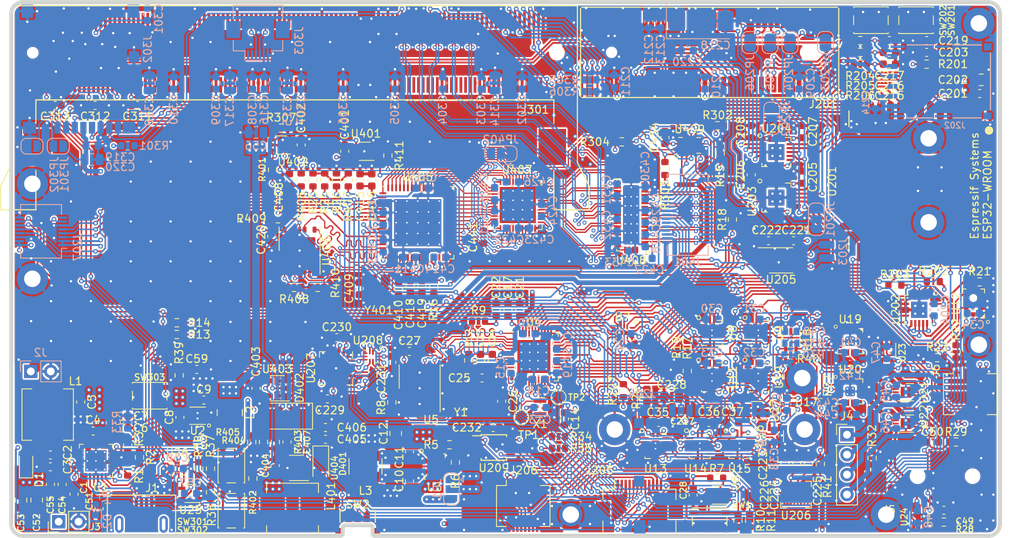
<source format=kicad_pcb>
(kicad_pcb (version 20171130) (host pcbnew "(5.1.9-0-10_14)")

  (general
    (thickness 1.6)
    (drawings 16)
    (tracks 7356)
    (zones 0)
    (modules 314)
    (nets 510)
  )

  (page A4)
  (layers
    (0 F.Cu signal)
    (1 GND power)
    (2 PWR power)
    (31 B.Cu signal)
    (32 B.Adhes user)
    (33 F.Adhes user)
    (34 B.Paste user)
    (35 F.Paste user)
    (36 B.SilkS user hide)
    (37 F.SilkS user hide)
    (38 B.Mask user)
    (39 F.Mask user)
    (40 Dwgs.User user)
    (41 Cmts.User user)
    (42 Eco1.User user)
    (43 Eco2.User user)
    (44 Edge.Cuts user)
    (45 Margin user)
    (46 B.CrtYd user)
    (47 F.CrtYd user)
    (48 B.Fab user hide)
    (49 F.Fab user hide)
  )

  (setup
    (last_trace_width 0.2)
    (trace_clearance 0.2)
    (zone_clearance 0.2032)
    (zone_45_only no)
    (trace_min 0.1524)
    (via_size 0.6)
    (via_drill 0.3)
    (via_min_size 0.5)
    (via_min_drill 0.2)
    (uvia_size 0.3)
    (uvia_drill 0.1)
    (uvias_allowed no)
    (uvia_min_size 0.2)
    (uvia_min_drill 0.1)
    (edge_width 0.1)
    (segment_width 0.2)
    (pcb_text_width 0.125)
    (pcb_text_size 0.5 0.5)
    (mod_edge_width 0.05)
    (mod_text_size 0.6 0.6)
    (mod_text_width 0.125)
    (pad_size 4 4)
    (pad_drill 2.1)
    (pad_to_mask_clearance 0)
    (aux_axis_origin 106 72)
    (grid_origin 106 72)
    (visible_elements FFFFF7FF)
    (pcbplotparams
      (layerselection 0x010f0_ffffffff)
      (usegerberextensions true)
      (usegerberattributes false)
      (usegerberadvancedattributes false)
      (creategerberjobfile false)
      (excludeedgelayer true)
      (linewidth 0.100000)
      (plotframeref false)
      (viasonmask false)
      (mode 1)
      (useauxorigin false)
      (hpglpennumber 1)
      (hpglpenspeed 20)
      (hpglpendiameter 15.000000)
      (psnegative false)
      (psa4output false)
      (plotreference true)
      (plotvalue true)
      (plotinvisibletext false)
      (padsonsilk false)
      (subtractmaskfromsilk true)
      (outputformat 1)
      (mirror false)
      (drillshape 0)
      (scaleselection 1)
      (outputdirectory "fab/"))
  )

  (net 0 "")
  (net 1 GND)
  (net 2 +3V3)
  (net 3 +1V8)
  (net 4 GPIO_18)
  (net 5 GPIO_23)
  (net 6 JTAG_TCK)
  (net 7 JTAG_TDO)
  (net 8 JTAG_TMS)
  (net 9 JTAG_TDI)
  (net 10 "Net-(L2-Pad1)")
  (net 11 WAKE)
  (net 12 "Net-(R2-Pad2)")
  (net 13 VBUS)
  (net 14 "Net-(C6-Pad1)")
  (net 15 PWM2.1)
  (net 16 PWM0.1)
  (net 17 "Net-(L3-Pad1)")
  (net 18 "Net-(L3-Pad2)")
  (net 19 "Net-(R1-Pad1)")
  (net 20 PWM1.1)
  (net 21 SPI1.SS0)
  (net 22 SPI1.MOSI)
  (net 23 SPI1.MISO)
  (net 24 SPI1.SCK)
  (net 25 SPI1.SS2)
  (net 26 SPI1.SS3)
  (net 27 "Net-(U10-Pad11)")
  (net 28 /SPK_GAIN)
  (net 29 GPIO_20)
  (net 30 GPIO_0)
  (net 31 GPIO_22)
  (net 32 /SPK_EN)
  (net 33 /SPK_CLK)
  (net 34 +VSYS)
  (net 35 "Net-(C301-Pad1)")
  (net 36 ESP32.HSPI.MOSI)
  (net 37 ESP32.HSPI.SCK)
  (net 38 ESP32.HSPI.MISO)
  (net 39 ESP32.HSPI.SS0)
  (net 40 ESP32.IO27)
  (net 41 DISP_LED_A)
  (net 42 DISP_LED_K)
  (net 43 /PLL_AVSS)
  (net 44 /PLL_AVDD)
  (net 45 /XTAL_XI)
  (net 46 /XTAL_XO)
  (net 47 /QSPI_CS)
  (net 48 /QSPI_DQ_3)
  (net 49 /QSPI_DQ_2)
  (net 50 /QSPI_DQ_1)
  (net 51 /QSPI_DQ_0)
  (net 52 /PSD_LFALTCLK)
  (net 53 /QSPI_CLK)
  (net 54 "Net-(J1-Pad4)")
  (net 55 "Net-(J202-Pad6)")
  (net 56 "Net-(J301-Pad21)")
  (net 57 "Net-(J301-Pad23)")
  (net 58 "Net-(J301-Pad25)")
  (net 59 "Net-(J301-Pad27)")
  (net 60 "Net-(J301-Pad29)")
  (net 61 "Net-(J301-Pad31)")
  (net 62 "Net-(J301-Pad63)")
  (net 63 "Net-(J301-Pad65)")
  (net 64 "Net-(J301-Pad69)")
  (net 65 "Net-(J301-Pad73)")
  (net 66 "Net-(J301-Pad77)")
  (net 67 "Net-(J301-Pad79)")
  (net 68 "Net-(J301-Pad81)")
  (net 69 "Net-(J301-Pad83)")
  (net 70 "Net-(J301-Pad85)")
  (net 71 "Net-(J301-Pad89)")
  (net 72 "Net-(J301-Pad91)")
  (net 73 "Net-(J301-Pad93)")
  (net 74 "Net-(J301-Pad95)")
  (net 75 "Net-(J301-Pad97)")
  (net 76 "Net-(J301-Pad99)")
  (net 77 "Net-(J301-Pad101)")
  (net 78 "Net-(J301-Pad103)")
  (net 79 "Net-(J301-Pad107)")
  (net 80 "Net-(J301-Pad109)")
  (net 81 "Net-(J301-Pad113)")
  (net 82 "Net-(J301-Pad115)")
  (net 83 "Net-(J301-Pad119)")
  (net 84 "Net-(J301-Pad121)")
  (net 85 "Net-(J301-Pad125)")
  (net 86 "Net-(J301-Pad127)")
  (net 87 "Net-(J301-Pad131)")
  (net 88 "Net-(J301-Pad133)")
  (net 89 "Net-(J301-Pad137)")
  (net 90 "Net-(J301-Pad139)")
  (net 91 "Net-(J301-Pad143)")
  (net 92 "Net-(J301-Pad145)")
  (net 93 "Net-(J301-Pad147)")
  (net 94 "Net-(J301-Pad157)")
  (net 95 "Net-(J301-Pad161)")
  (net 96 "Net-(J301-Pad163)")
  (net 97 "Net-(J301-Pad167)")
  (net 98 "Net-(J301-Pad169)")
  (net 99 "Net-(J301-Pad173)")
  (net 100 "Net-(J301-Pad175)")
  (net 101 "Net-(J301-Pad179)")
  (net 102 "Net-(J301-Pad181)")
  (net 103 "Net-(J301-Pad187)")
  (net 104 "Net-(J301-Pad189)")
  (net 105 "Net-(J301-Pad191)")
  (net 106 "Net-(J301-Pad193)")
  (net 107 "Net-(J301-Pad195)")
  (net 108 "Net-(J301-Pad197)")
  (net 109 "Net-(J301-Pad199)")
  (net 110 "Net-(J301-Pad201)")
  (net 111 "Net-(J301-Pad203)")
  (net 112 "Net-(J301-Pad2)")
  (net 113 "Net-(J301-Pad4)")
  (net 114 "Net-(J301-Pad6)")
  (net 115 "Net-(J301-Pad8)")
  (net 116 "Net-(J301-Pad12)")
  (net 117 "Net-(J301-Pad14)")
  (net 118 "Net-(J301-Pad16)")
  (net 119 "Net-(J301-Pad18)")
  (net 120 "Net-(J301-Pad20)")
  (net 121 "Net-(J301-Pad22)")
  (net 122 "Net-(J301-Pad24)")
  (net 123 "Net-(J301-Pad26)")
  (net 124 "Net-(J301-Pad30)")
  (net 125 "Net-(J301-Pad32)")
  (net 126 "Net-(J301-Pad34)")
  (net 127 "Net-(J301-Pad36)")
  (net 128 "Net-(J301-Pad38)")
  (net 129 "Net-(J301-Pad40)")
  (net 130 "Net-(J301-Pad42)")
  (net 131 "Net-(J301-Pad44)")
  (net 132 "Net-(J301-Pad48)")
  (net 133 "Net-(J301-Pad50)")
  (net 134 "Net-(J301-Pad52)")
  (net 135 "Net-(J301-Pad54)")
  (net 136 "Net-(J301-Pad56)")
  (net 137 "Net-(J301-Pad62)")
  (net 138 "Net-(J301-Pad66)")
  (net 139 "Net-(J301-Pad68)")
  (net 140 "Net-(J301-Pad70)")
  (net 141 "Net-(J301-Pad72)")
  (net 142 "Net-(J301-Pad74)")
  (net 143 "Net-(J301-Pad92)")
  (net 144 "Net-(J301-Pad94)")
  (net 145 "Net-(J301-Pad98)")
  (net 146 "Net-(J301-Pad100)")
  (net 147 "Net-(J301-Pad102)")
  (net 148 "Net-(J301-Pad104)")
  (net 149 "Net-(J301-Pad106)")
  (net 150 "Net-(J301-Pad108)")
  (net 151 "Net-(J301-Pad110)")
  (net 152 "Net-(J301-Pad112)")
  (net 153 "Net-(J301-Pad116)")
  (net 154 "Net-(J301-Pad118)")
  (net 155 "Net-(J301-Pad120)")
  (net 156 "Net-(J301-Pad122)")
  (net 157 "Net-(J301-Pad124)")
  (net 158 "Net-(J301-Pad126)")
  (net 159 "Net-(J301-Pad128)")
  (net 160 "Net-(J301-Pad130)")
  (net 161 "Net-(J301-Pad134)")
  (net 162 "Net-(J301-Pad136)")
  (net 163 "Net-(J301-Pad138)")
  (net 164 "Net-(J301-Pad140)")
  (net 165 "Net-(J301-Pad142)")
  (net 166 "Net-(J301-Pad144)")
  (net 167 "Net-(J301-Pad146)")
  (net 168 "Net-(J301-Pad148)")
  (net 169 "Net-(J301-Pad152)")
  (net 170 "Net-(J301-Pad156)")
  (net 171 "Net-(J301-Pad158)")
  (net 172 "Net-(J301-Pad160)")
  (net 173 "Net-(J301-Pad162)")
  (net 174 "Net-(J301-Pad164)")
  (net 175 "Net-(J301-Pad166)")
  (net 176 "Net-(J301-Pad170)")
  (net 177 "Net-(J301-Pad172)")
  (net 178 "Net-(J301-Pad182)")
  (net 179 "Net-(J301-Pad184)")
  (net 180 "Net-(J301-Pad188)")
  (net 181 "Net-(J301-Pad190)")
  (net 182 "Net-(J301-Pad192)")
  (net 183 "Net-(J301-Pad194)")
  (net 184 "Net-(J301-Pad196)")
  (net 185 "Net-(J301-Pad198)")
  (net 186 "Net-(J301-Pad202)")
  (net 187 "Net-(U9-Pad2)")
  (net 188 "Net-(U10-Pad15)")
  (net 189 "Net-(U10-Pad7)")
  (net 190 "Net-(U10-Pad6)")
  (net 191 "Net-(U10-Pad5)")
  (net 192 "Net-(U10-Pad4)")
  (net 193 "Net-(U10-Pad3)")
  (net 194 "Net-(U10-Pad2)")
  (net 195 "Net-(U10-Pad1)")
  (net 196 "Net-(U201-Pad32)")
  (net 197 "Net-(U201-Pad22)")
  (net 198 "Net-(U201-Pad21)")
  (net 199 "Net-(U201-Pad20)")
  (net 200 "Net-(U201-Pad19)")
  (net 201 "Net-(U201-Pad18)")
  (net 202 "Net-(U201-Pad17)")
  (net 203 "Net-(U203-Pad6)")
  (net 204 "Net-(U203-Pad9)")
  (net 205 "Net-(U204-Pad9)")
  (net 206 "Net-(U204-Pad6)")
  (net 207 "Net-(X1-Pad1)")
  (net 208 "Net-(J301-Pad155)")
  (net 209 "Net-(J301-Pad154)")
  (net 210 "Net-(J301-Pad60)")
  (net 211 PWM1.2)
  (net 212 DISP_CS)
  (net 213 /MIC_CLK)
  (net 214 /MIC_WS)
  (net 215 /SPK_R+)
  (net 216 /SPK_L+)
  (net 217 /SPK_L-)
  (net 218 /SPK_R-)
  (net 219 "Net-(R5-Pad2)")
  (net 220 iMX8.USB1.D_P)
  (net 221 iMX8.USB1.D_N)
  (net 222 iMX8.PWM1)
  (net 223 BT81X.GPIO3)
  (net 224 BT81X.GPIO0)
  (net 225 BT81X.GPIO1)
  (net 226 BT81X.GPIO2)
  (net 227 BT81X.R0)
  (net 228 BT81X.BL_PWM)
  (net 229 BT81X.DE)
  (net 230 BT81X.VSYNC)
  (net 231 BT81X.HSYNC)
  (net 232 BT81X.DISP)
  (net 233 BT81X.PCLK)
  (net 234 BT81X.B7)
  (net 235 BT81X.B6)
  (net 236 BT81X.B5)
  (net 237 BT81X.B4)
  (net 238 BT81X.B3)
  (net 239 BT81X.B2)
  (net 240 BT81X.B1)
  (net 241 BT81X.B0)
  (net 242 BT81X.G7)
  (net 243 BT81X.G6)
  (net 244 BT81X.G5)
  (net 245 BT81X.G4)
  (net 246 BT81X.G3)
  (net 247 BT81X.G2)
  (net 248 BT81X.G1)
  (net 249 BT81X.G0)
  (net 250 BT81X.R7)
  (net 251 BT81X.R6)
  (net 252 BT81X.R5)
  (net 253 BT81X.R4)
  (net 254 BT81X.R3)
  (net 255 BT81X.R2)
  (net 256 BT81X.R1)
  (net 257 "Net-(JP201-Pad2)")
  (net 258 "Net-(J301-Pad58)")
  (net 259 "Net-(C214-Pad1)")
  (net 260 "Net-(C215-Pad1)")
  (net 261 "Net-(C216-Pad1)")
  (net 262 "Net-(C217-Pad1)")
  (net 263 "Net-(C408-Pad1)")
  (net 264 "Net-(D401-Pad2)")
  (net 265 "Net-(J201-Pad48)")
  (net 266 "Net-(J201-Pad42)")
  (net 267 "Net-(J201-Pad33)")
  (net 268 "Net-(J201-Pad32)")
  (net 269 "Net-(J201-Pad30)")
  (net 270 "Net-(J201-Pad28)")
  (net 271 "Net-(J201-Pad25)")
  (net 272 "Net-(J201-Pad23)")
  (net 273 "Net-(J201-Pad20)")
  (net 274 "Net-(J201-Pad16)")
  (net 275 "Net-(J201-Pad14)")
  (net 276 "Net-(J201-Pad12)")
  (net 277 "Net-(J201-Pad10)")
  (net 278 "Net-(J201-Pad7)")
  (net 279 "Net-(J201-Pad6)")
  (net 280 "Net-(J201-Pad5)")
  (net 281 "Net-(J201-Pad3)")
  (net 282 "Net-(J201-Pad1)")
  (net 283 "Net-(J203-Pad2)")
  (net 284 "Net-(J203-Pad1)")
  (net 285 /disp/CTP_SCL)
  (net 286 /disp/CTP_SDA)
  (net 287 /disp/CTP_INT)
  (net 288 /disp/CTP_RST)
  (net 289 "Net-(R401-Pad2)")
  (net 290 /HP_DET)
  (net 291 /MIC_SD)
  (net 292 /disp/DISP_LVDS_A0N)
  (net 293 /disp/DISP_LVDS_A0P)
  (net 294 /disp/DISP_LVDS_A1N)
  (net 295 /disp/DISP_LVDS_A1P)
  (net 296 /disp/DISP_LVDS_A2N)
  (net 297 /disp/DISP_LVDS_A2P)
  (net 298 /disp/DISP_LVDS_A3N)
  (net 299 /disp/DISP_LVDS_A3P)
  (net 300 /disp/BT81X_QSPI_CS)
  (net 301 /disp/BT81X_QSPI_DQ_3)
  (net 302 /disp/BT81X_QSPI_DQ_2)
  (net 303 /disp/BT81X_QSPI_CLK)
  (net 304 /disp/BT81X_QSPI_DQ_0)
  (net 305 /disp/BT81X_QSPI_DQ_1)
  (net 306 /disp/BT81X_X1)
  (net 307 /disp/BT81X_X2)
  (net 308 /disp/BT81X_1V2)
  (net 309 "Net-(JP402-Pad2)")
  (net 310 /RESET)
  (net 311 JTAG_TRST_N)
  (net 312 /BQ_QON)
  (net 313 /periph/PERST)
  (net 314 "Net-(C222-Pad1)")
  (net 315 "Net-(C225-Pad1)")
  (net 316 "Net-(C226-Pad1)")
  (net 317 /exp/ALT_BOOT)
  (net 318 /exp/SD2_CLK)
  (net 319 /exp/SD2_CMD)
  (net 320 /exp/SD2_DAT0)
  (net 321 /exp/SD2_DAT1)
  (net 322 /exp/SD2_DAT2)
  (net 323 /exp/SD2_DAT3)
  (net 324 "Net-(U206-Pad9)")
  (net 325 "Net-(U206-Pad10)")
  (net 326 "Net-(U206-Pad11)")
  (net 327 "Net-(U206-Pad12)")
  (net 328 "Net-(U206-Pad13)")
  (net 329 "Net-(J204-Pad1)")
  (net 330 "Net-(J204-Pad8)")
  (net 331 iMX8.GPIO5.IO29)
  (net 332 iMX8.GPIO5.IO28)
  (net 333 iMX8.I2C3.SCL)
  (net 334 iMX8.I2C3.SDA)
  (net 335 "Net-(J301-Pad75)")
  (net 336 "Net-(J301-Pad129)")
  (net 337 "Net-(J301-Pad135)")
  (net 338 "Net-(J301-Pad149)")
  (net 339 "Net-(J301-Pad151)")
  (net 340 "Net-(J301-Pad153)")
  (net 341 /periph/USB_RXD)
  (net 342 /periph/USB_CBUS1)
  (net 343 /periph/USB_CBUS0)
  (net 344 /periph/USB_TXD)
  (net 345 "Net-(U207-Pad16)")
  (net 346 ESP32.UART0.RXD)
  (net 347 ESP32.UART0.TXD)
  (net 348 UART0.TXD)
  (net 349 UART0.RXD)
  (net 350 iMX8.LVDS0.CLKP)
  (net 351 iMX8.LVDS0.CLKN)
  (net 352 iMX8.LVDS0.A0P)
  (net 353 iMX8.LVDS0.A0N)
  (net 354 iMX8.LVDS0.A1P)
  (net 355 iMX8.LVDS0.A1N)
  (net 356 iMX8.LVDS0.A2P)
  (net 357 iMX8.LVDS0.A2N)
  (net 358 iMX8.LVDS0.A3P)
  (net 359 iMX8.LVDS0.A3N)
  (net 360 /disp/DISP_LVDS_CLKN)
  (net 361 /disp/DISP_LVDS_CLKP)
  (net 362 /disp/DS90_LVDS_A3P)
  (net 363 /disp/DS90_LVDS_A3N)
  (net 364 /disp/DS90_LVDS_CLKP)
  (net 365 /disp/DS90_LVDS_CLKN)
  (net 366 /disp/DS90_LVDS_A2P)
  (net 367 /disp/DS90_LVDS_A2N)
  (net 368 /disp/DS90_LVDS_A1P)
  (net 369 /disp/DS90_LVDS_A1N)
  (net 370 /disp/DS90_LVDS_A0P)
  (net 371 /disp/DS90_LVDS_A0N)
  (net 372 "Net-(R27-Pad1)")
  (net 373 /AON_PMU_OUT_0)
  (net 374 /AON_PMU_OUT_1)
  (net 375 /exp/RESET)
  (net 376 "Net-(J204-Pad9)")
  (net 377 "Net-(J204-Pad10)")
  (net 378 /exp/SD2_DET)
  (net 379 "Net-(J1-Pad6)")
  (net 380 iMX8.USB1.ID)
  (net 381 iMX8.USB1.VBUS)
  (net 382 "Net-(J401-Pad2)")
  (net 383 "Net-(J301-Pad76)")
  (net 384 /exp/POWER)
  (net 385 ESP32.IO26)
  (net 386 "Net-(U201-Pad4)")
  (net 387 /HP_R)
  (net 388 /HP_L)
  (net 389 /~HP_DET)
  (net 390 /AUDIO_OUT_L-)
  (net 391 /AUDIO_OUT_L+)
  (net 392 /AUDIO_OUT_R-)
  (net 393 /AUDIO_OUT_R+)
  (net 394 "Net-(C2-Pad2)")
  (net 395 "Net-(C3-Pad1)")
  (net 396 VDDA)
  (net 397 "Net-(D2-Pad1)")
  (net 398 BT81X.AUDIO)
  (net 399 "Net-(J6-Pad8)")
  (net 400 /EXT_AUDIO_EN)
  (net 401 "Net-(J6-Pad12)")
  (net 402 /exp/UART3_RX)
  (net 403 /exp/UART3_TX)
  (net 404 "Net-(J303-Pad1)")
  (net 405 "Net-(R4-Pad1)")
  (net 406 BQ.INT)
  (net 407 "Net-(U8-Pad3)")
  (net 408 "Net-(U8-Pad10)")
  (net 409 "Net-(U10-Pad9)")
  (net 410 "Net-(U11-Pad1)")
  (net 411 "Net-(U11-Pad2)")
  (net 412 "Net-(U11-Pad3)")
  (net 413 "Net-(U11-Pad4)")
  (net 414 "Net-(U11-Pad5)")
  (net 415 "Net-(U11-Pad6)")
  (net 416 "Net-(U11-Pad7)")
  (net 417 "Net-(U11-Pad15)")
  (net 418 "Net-(U15-Pad6)")
  (net 419 /BQ_SW)
  (net 420 "Net-(J303-Pad2)")
  (net 421 "Net-(J6-Pad14)")
  (net 422 "Net-(J6-Pad16)")
  (net 423 "Net-(J207-Pad15)")
  (net 424 /periph/ESP32_EN)
  (net 425 /periph/PCM_SYNC)
  (net 426 /periph/PCM_DI)
  (net 427 /periph/PCM_DO)
  (net 428 /periph/SIMCom_UART_DTR)
  (net 429 /periph/PCM_CLK)
  (net 430 /periph/SIMCom_UART_RI)
  (net 431 /periph/Quectel_UART_DTR)
  (net 432 /periph/SIMCom_UART_TXD)
  (net 433 /periph/Quectel_UART_RI)
  (net 434 /periph/Quectel_UART_TXD)
  (net 435 /periph/Quectel_UART_RXD)
  (net 436 /periph/ESP32_UART2_DTR)
  (net 437 /periph/ESP32_UART2_RI)
  (net 438 /periph/ESP32_UART2_TXD)
  (net 439 /periph/ESP32_UART2_RXD)
  (net 440 /periph/ESP32_VSPI_SS0)
  (net 441 /periph/ESP32_PCM_DI)
  (net 442 /periph/ESP32_PCM_CLK)
  (net 443 /periph/ESP32_PCM_DO)
  (net 444 /periph/ESP32_PCM_SYNC)
  (net 445 /periph/ESP32_VSPI_SCK)
  (net 446 /periph/ESP32_VSPI_MISO)
  (net 447 /periph/ESP32_VSPI_MOSI)
  (net 448 CTP.RST)
  (net 449 BT81X.INT)
  (net 450 /SD_IN)
  (net 451 I2C0.SCL)
  (net 452 I2C0.SDA)
  (net 453 GPIO_17)
  (net 454 GPIO_16)
  (net 455 /SD_OUT)
  (net 456 +5V)
  (net 457 "Net-(JP202-Pad2)")
  (net 458 "Net-(C49-Pad1)")
  (net 459 "Net-(C50-Pad1)")
  (net 460 "Net-(R30-Pad1)")
  (net 461 "Net-(R31-Pad1)")
  (net 462 "Net-(U13-Pad13)")
  (net 463 "Net-(U13-Pad10)")
  (net 464 "Net-(U13-Pad6)")
  (net 465 /FF_RST)
  (net 466 "Net-(U14-Pad5)")
  (net 467 "Net-(U14-Pad9)")
  (net 468 "Net-(U15-Pad9)")
  (net 469 "Net-(U15-Pad8)")
  (net 470 "Net-(U15-Pad5)")
  (net 471 "Net-(U21-Pad6)")
  (net 472 "Net-(U22-Pad6)")
  (net 473 /I2S_MUX_SEL)
  (net 474 /SPK_SD)
  (net 475 "Net-(U13-Pad12)")
  (net 476 "Net-(U13-Pad8)")
  (net 477 /SER_IN)
  (net 478 "Net-(R402-Pad1)")
  (net 479 "Net-(U401-Pad1)")
  (net 480 "Net-(U402-Pad5)")
  (net 481 "Net-(U405-Pad32)")
  (net 482 "Net-(U405-Pad31)")
  (net 483 "Net-(U405-Pad30)")
  (net 484 "Net-(U405-Pad29)")
  (net 485 "Net-(U407-Pad26)")
  (net 486 "Net-(U407-Pad23)")
  (net 487 "Net-(U407-Pad22)")
  (net 488 "Net-(U408-Pad42)")
  (net 489 "Net-(U408-Pad41)")
  (net 490 "Net-(U408-Pad19)")
  (net 491 "Net-(U408-Pad17)")
  (net 492 /BQ_DSEL)
  (net 493 /BQ_D-)
  (net 494 /BQ_D+)
  (net 495 "Net-(U25-Pad4)")
  (net 496 /USB_D+)
  (net 497 /USB_D-)
  (net 498 USB2UART.D-)
  (net 499 USB2UART.D+)
  (net 500 "Net-(U207-Pad14)")
  (net 501 "Net-(C59-Pad1)")
  (net 502 "Net-(U13-Pad3)")
  (net 503 "Net-(R40-Pad2)")
  (net 504 "Net-(R41-Pad2)")
  (net 505 PCA.IO1)
  (net 506 PCA.IO2)
  (net 507 PCA.IO0)
  (net 508 PCA.IO3)
  (net 509 VBUS_SENSE)

  (net_class Default "This is the default net class."
    (clearance 0.2)
    (trace_width 0.2)
    (via_dia 0.6)
    (via_drill 0.3)
    (uvia_dia 0.3)
    (uvia_drill 0.1)
    (add_net +1V8)
    (add_net +3V3)
    (add_net +5V)
    (add_net +VSYS)
    (add_net /BQ_SW)
    (add_net /disp/BT81X_1V2)
    (add_net /periph/ESP32_EN)
    (add_net /periph/ESP32_PCM_CLK)
    (add_net /periph/ESP32_PCM_DI)
    (add_net /periph/ESP32_PCM_DO)
    (add_net /periph/ESP32_PCM_SYNC)
    (add_net /periph/ESP32_UART2_DTR)
    (add_net /periph/ESP32_UART2_RI)
    (add_net /periph/ESP32_UART2_RXD)
    (add_net /periph/ESP32_UART2_TXD)
    (add_net /periph/ESP32_VSPI_MISO)
    (add_net /periph/ESP32_VSPI_MOSI)
    (add_net /periph/ESP32_VSPI_SCK)
    (add_net /periph/ESP32_VSPI_SS0)
    (add_net /periph/PCM_CLK)
    (add_net /periph/PCM_DI)
    (add_net /periph/PCM_DO)
    (add_net /periph/PCM_SYNC)
    (add_net /periph/PERST)
    (add_net /periph/Quectel_UART_DTR)
    (add_net /periph/Quectel_UART_RI)
    (add_net /periph/Quectel_UART_RXD)
    (add_net /periph/Quectel_UART_TXD)
    (add_net /periph/SIMCom_UART_DTR)
    (add_net /periph/SIMCom_UART_RI)
    (add_net /periph/SIMCom_UART_TXD)
    (add_net DISP_LED_A)
    (add_net DISP_LED_K)
    (add_net ESP32.HSPI.MISO)
    (add_net ESP32.HSPI.MOSI)
    (add_net ESP32.HSPI.SCK)
    (add_net ESP32.HSPI.SS0)
    (add_net ESP32.IO26)
    (add_net ESP32.IO27)
    (add_net GND)
    (add_net "Net-(C2-Pad2)")
    (add_net "Net-(C214-Pad1)")
    (add_net "Net-(C215-Pad1)")
    (add_net "Net-(C216-Pad1)")
    (add_net "Net-(C217-Pad1)")
    (add_net "Net-(C222-Pad1)")
    (add_net "Net-(C225-Pad1)")
    (add_net "Net-(C226-Pad1)")
    (add_net "Net-(C3-Pad1)")
    (add_net "Net-(C301-Pad1)")
    (add_net "Net-(C408-Pad1)")
    (add_net "Net-(C49-Pad1)")
    (add_net "Net-(C50-Pad1)")
    (add_net "Net-(C59-Pad1)")
    (add_net "Net-(C6-Pad1)")
    (add_net "Net-(D2-Pad1)")
    (add_net "Net-(D401-Pad2)")
    (add_net "Net-(J1-Pad4)")
    (add_net "Net-(J1-Pad6)")
    (add_net "Net-(J201-Pad1)")
    (add_net "Net-(J201-Pad10)")
    (add_net "Net-(J201-Pad12)")
    (add_net "Net-(J201-Pad14)")
    (add_net "Net-(J201-Pad16)")
    (add_net "Net-(J201-Pad20)")
    (add_net "Net-(J201-Pad23)")
    (add_net "Net-(J201-Pad25)")
    (add_net "Net-(J201-Pad28)")
    (add_net "Net-(J201-Pad3)")
    (add_net "Net-(J201-Pad30)")
    (add_net "Net-(J201-Pad32)")
    (add_net "Net-(J201-Pad33)")
    (add_net "Net-(J201-Pad42)")
    (add_net "Net-(J201-Pad48)")
    (add_net "Net-(J201-Pad5)")
    (add_net "Net-(J201-Pad6)")
    (add_net "Net-(J201-Pad7)")
    (add_net "Net-(J202-Pad6)")
    (add_net "Net-(J203-Pad1)")
    (add_net "Net-(J203-Pad2)")
    (add_net "Net-(J204-Pad1)")
    (add_net "Net-(J204-Pad10)")
    (add_net "Net-(J204-Pad8)")
    (add_net "Net-(J204-Pad9)")
    (add_net "Net-(J207-Pad15)")
    (add_net "Net-(J301-Pad100)")
    (add_net "Net-(J301-Pad101)")
    (add_net "Net-(J301-Pad102)")
    (add_net "Net-(J301-Pad103)")
    (add_net "Net-(J301-Pad104)")
    (add_net "Net-(J301-Pad106)")
    (add_net "Net-(J301-Pad107)")
    (add_net "Net-(J301-Pad108)")
    (add_net "Net-(J301-Pad109)")
    (add_net "Net-(J301-Pad110)")
    (add_net "Net-(J301-Pad112)")
    (add_net "Net-(J301-Pad113)")
    (add_net "Net-(J301-Pad115)")
    (add_net "Net-(J301-Pad116)")
    (add_net "Net-(J301-Pad118)")
    (add_net "Net-(J301-Pad119)")
    (add_net "Net-(J301-Pad12)")
    (add_net "Net-(J301-Pad120)")
    (add_net "Net-(J301-Pad121)")
    (add_net "Net-(J301-Pad122)")
    (add_net "Net-(J301-Pad124)")
    (add_net "Net-(J301-Pad125)")
    (add_net "Net-(J301-Pad126)")
    (add_net "Net-(J301-Pad127)")
    (add_net "Net-(J301-Pad128)")
    (add_net "Net-(J301-Pad129)")
    (add_net "Net-(J301-Pad130)")
    (add_net "Net-(J301-Pad131)")
    (add_net "Net-(J301-Pad133)")
    (add_net "Net-(J301-Pad134)")
    (add_net "Net-(J301-Pad135)")
    (add_net "Net-(J301-Pad136)")
    (add_net "Net-(J301-Pad137)")
    (add_net "Net-(J301-Pad138)")
    (add_net "Net-(J301-Pad139)")
    (add_net "Net-(J301-Pad14)")
    (add_net "Net-(J301-Pad140)")
    (add_net "Net-(J301-Pad142)")
    (add_net "Net-(J301-Pad143)")
    (add_net "Net-(J301-Pad144)")
    (add_net "Net-(J301-Pad145)")
    (add_net "Net-(J301-Pad146)")
    (add_net "Net-(J301-Pad147)")
    (add_net "Net-(J301-Pad148)")
    (add_net "Net-(J301-Pad149)")
    (add_net "Net-(J301-Pad151)")
    (add_net "Net-(J301-Pad152)")
    (add_net "Net-(J301-Pad153)")
    (add_net "Net-(J301-Pad154)")
    (add_net "Net-(J301-Pad155)")
    (add_net "Net-(J301-Pad156)")
    (add_net "Net-(J301-Pad157)")
    (add_net "Net-(J301-Pad158)")
    (add_net "Net-(J301-Pad16)")
    (add_net "Net-(J301-Pad160)")
    (add_net "Net-(J301-Pad161)")
    (add_net "Net-(J301-Pad162)")
    (add_net "Net-(J301-Pad163)")
    (add_net "Net-(J301-Pad164)")
    (add_net "Net-(J301-Pad166)")
    (add_net "Net-(J301-Pad167)")
    (add_net "Net-(J301-Pad169)")
    (add_net "Net-(J301-Pad170)")
    (add_net "Net-(J301-Pad172)")
    (add_net "Net-(J301-Pad173)")
    (add_net "Net-(J301-Pad175)")
    (add_net "Net-(J301-Pad179)")
    (add_net "Net-(J301-Pad18)")
    (add_net "Net-(J301-Pad181)")
    (add_net "Net-(J301-Pad182)")
    (add_net "Net-(J301-Pad184)")
    (add_net "Net-(J301-Pad187)")
    (add_net "Net-(J301-Pad188)")
    (add_net "Net-(J301-Pad189)")
    (add_net "Net-(J301-Pad190)")
    (add_net "Net-(J301-Pad191)")
    (add_net "Net-(J301-Pad192)")
    (add_net "Net-(J301-Pad193)")
    (add_net "Net-(J301-Pad194)")
    (add_net "Net-(J301-Pad195)")
    (add_net "Net-(J301-Pad196)")
    (add_net "Net-(J301-Pad197)")
    (add_net "Net-(J301-Pad198)")
    (add_net "Net-(J301-Pad199)")
    (add_net "Net-(J301-Pad2)")
    (add_net "Net-(J301-Pad20)")
    (add_net "Net-(J301-Pad201)")
    (add_net "Net-(J301-Pad202)")
    (add_net "Net-(J301-Pad203)")
    (add_net "Net-(J301-Pad21)")
    (add_net "Net-(J301-Pad22)")
    (add_net "Net-(J301-Pad23)")
    (add_net "Net-(J301-Pad24)")
    (add_net "Net-(J301-Pad25)")
    (add_net "Net-(J301-Pad26)")
    (add_net "Net-(J301-Pad27)")
    (add_net "Net-(J301-Pad29)")
    (add_net "Net-(J301-Pad30)")
    (add_net "Net-(J301-Pad31)")
    (add_net "Net-(J301-Pad32)")
    (add_net "Net-(J301-Pad34)")
    (add_net "Net-(J301-Pad36)")
    (add_net "Net-(J301-Pad38)")
    (add_net "Net-(J301-Pad4)")
    (add_net "Net-(J301-Pad40)")
    (add_net "Net-(J301-Pad42)")
    (add_net "Net-(J301-Pad44)")
    (add_net "Net-(J301-Pad48)")
    (add_net "Net-(J301-Pad50)")
    (add_net "Net-(J301-Pad52)")
    (add_net "Net-(J301-Pad54)")
    (add_net "Net-(J301-Pad56)")
    (add_net "Net-(J301-Pad58)")
    (add_net "Net-(J301-Pad6)")
    (add_net "Net-(J301-Pad60)")
    (add_net "Net-(J301-Pad62)")
    (add_net "Net-(J301-Pad63)")
    (add_net "Net-(J301-Pad65)")
    (add_net "Net-(J301-Pad66)")
    (add_net "Net-(J301-Pad68)")
    (add_net "Net-(J301-Pad69)")
    (add_net "Net-(J301-Pad70)")
    (add_net "Net-(J301-Pad72)")
    (add_net "Net-(J301-Pad73)")
    (add_net "Net-(J301-Pad74)")
    (add_net "Net-(J301-Pad75)")
    (add_net "Net-(J301-Pad76)")
    (add_net "Net-(J301-Pad77)")
    (add_net "Net-(J301-Pad79)")
    (add_net "Net-(J301-Pad8)")
    (add_net "Net-(J301-Pad81)")
    (add_net "Net-(J301-Pad83)")
    (add_net "Net-(J301-Pad85)")
    (add_net "Net-(J301-Pad89)")
    (add_net "Net-(J301-Pad91)")
    (add_net "Net-(J301-Pad92)")
    (add_net "Net-(J301-Pad93)")
    (add_net "Net-(J301-Pad94)")
    (add_net "Net-(J301-Pad95)")
    (add_net "Net-(J301-Pad97)")
    (add_net "Net-(J301-Pad98)")
    (add_net "Net-(J301-Pad99)")
    (add_net "Net-(J303-Pad1)")
    (add_net "Net-(J303-Pad2)")
    (add_net "Net-(J401-Pad2)")
    (add_net "Net-(J6-Pad12)")
    (add_net "Net-(J6-Pad14)")
    (add_net "Net-(J6-Pad16)")
    (add_net "Net-(J6-Pad8)")
    (add_net "Net-(JP201-Pad2)")
    (add_net "Net-(JP202-Pad2)")
    (add_net "Net-(JP402-Pad2)")
    (add_net "Net-(L2-Pad1)")
    (add_net "Net-(L3-Pad1)")
    (add_net "Net-(L3-Pad2)")
    (add_net "Net-(R1-Pad1)")
    (add_net "Net-(R2-Pad2)")
    (add_net "Net-(R27-Pad1)")
    (add_net "Net-(R30-Pad1)")
    (add_net "Net-(R31-Pad1)")
    (add_net "Net-(R4-Pad1)")
    (add_net "Net-(R40-Pad2)")
    (add_net "Net-(R401-Pad2)")
    (add_net "Net-(R402-Pad1)")
    (add_net "Net-(R41-Pad2)")
    (add_net "Net-(R5-Pad2)")
    (add_net "Net-(U10-Pad1)")
    (add_net "Net-(U10-Pad11)")
    (add_net "Net-(U10-Pad15)")
    (add_net "Net-(U10-Pad2)")
    (add_net "Net-(U10-Pad3)")
    (add_net "Net-(U10-Pad4)")
    (add_net "Net-(U10-Pad5)")
    (add_net "Net-(U10-Pad6)")
    (add_net "Net-(U10-Pad7)")
    (add_net "Net-(U10-Pad9)")
    (add_net "Net-(U11-Pad1)")
    (add_net "Net-(U11-Pad15)")
    (add_net "Net-(U11-Pad2)")
    (add_net "Net-(U11-Pad3)")
    (add_net "Net-(U11-Pad4)")
    (add_net "Net-(U11-Pad5)")
    (add_net "Net-(U11-Pad6)")
    (add_net "Net-(U11-Pad7)")
    (add_net "Net-(U13-Pad10)")
    (add_net "Net-(U13-Pad12)")
    (add_net "Net-(U13-Pad13)")
    (add_net "Net-(U13-Pad3)")
    (add_net "Net-(U13-Pad6)")
    (add_net "Net-(U13-Pad8)")
    (add_net "Net-(U14-Pad5)")
    (add_net "Net-(U14-Pad9)")
    (add_net "Net-(U15-Pad5)")
    (add_net "Net-(U15-Pad6)")
    (add_net "Net-(U15-Pad8)")
    (add_net "Net-(U15-Pad9)")
    (add_net "Net-(U201-Pad17)")
    (add_net "Net-(U201-Pad18)")
    (add_net "Net-(U201-Pad19)")
    (add_net "Net-(U201-Pad20)")
    (add_net "Net-(U201-Pad21)")
    (add_net "Net-(U201-Pad22)")
    (add_net "Net-(U201-Pad32)")
    (add_net "Net-(U201-Pad4)")
    (add_net "Net-(U203-Pad6)")
    (add_net "Net-(U203-Pad9)")
    (add_net "Net-(U204-Pad6)")
    (add_net "Net-(U204-Pad9)")
    (add_net "Net-(U206-Pad10)")
    (add_net "Net-(U206-Pad11)")
    (add_net "Net-(U206-Pad12)")
    (add_net "Net-(U206-Pad13)")
    (add_net "Net-(U206-Pad9)")
    (add_net "Net-(U207-Pad14)")
    (add_net "Net-(U207-Pad16)")
    (add_net "Net-(U21-Pad6)")
    (add_net "Net-(U22-Pad6)")
    (add_net "Net-(U25-Pad4)")
    (add_net "Net-(U401-Pad1)")
    (add_net "Net-(U402-Pad5)")
    (add_net "Net-(U405-Pad29)")
    (add_net "Net-(U405-Pad30)")
    (add_net "Net-(U405-Pad31)")
    (add_net "Net-(U405-Pad32)")
    (add_net "Net-(U407-Pad22)")
    (add_net "Net-(U407-Pad23)")
    (add_net "Net-(U407-Pad26)")
    (add_net "Net-(U408-Pad17)")
    (add_net "Net-(U408-Pad19)")
    (add_net "Net-(U408-Pad41)")
    (add_net "Net-(U408-Pad42)")
    (add_net "Net-(U8-Pad10)")
    (add_net "Net-(U8-Pad3)")
    (add_net "Net-(U9-Pad2)")
    (add_net "Net-(X1-Pad1)")
    (add_net PCA.IO0)
    (add_net PCA.IO1)
    (add_net PCA.IO2)
    (add_net PCA.IO3)
    (add_net VBUS)
    (add_net VBUS_SENSE)
    (add_net VDDA)
  )

  (net_class AUDIO ""
    (clearance 0.2)
    (trace_width 0.2)
    (via_dia 0.6)
    (via_drill 0.3)
    (uvia_dia 0.3)
    (uvia_drill 0.1)
    (add_net /AUDIO_OUT_L+)
    (add_net /AUDIO_OUT_L-)
    (add_net /AUDIO_OUT_R+)
    (add_net /AUDIO_OUT_R-)
    (add_net /EXT_AUDIO_EN)
    (add_net /FF_RST)
    (add_net /HP_DET)
    (add_net /HP_L)
    (add_net /HP_R)
    (add_net /I2S_MUX_SEL)
    (add_net /MIC_CLK)
    (add_net /MIC_SD)
    (add_net /MIC_WS)
    (add_net /SD_IN)
    (add_net /SD_OUT)
    (add_net /SER_IN)
    (add_net /SPK_CLK)
    (add_net /SPK_EN)
    (add_net /SPK_GAIN)
    (add_net /SPK_L+)
    (add_net /SPK_L-)
    (add_net /SPK_R+)
    (add_net /SPK_R-)
    (add_net /SPK_SD)
    (add_net /~HP_DET)
    (add_net BT81X.AUDIO)
  )

  (net_class BT81X ""
    (clearance 0.1524)
    (trace_width 0.1524)
    (via_dia 0.508)
    (via_drill 0.254)
    (uvia_dia 0.3)
    (uvia_drill 0.1)
    (add_net /disp/BT81X_QSPI_CLK)
    (add_net /disp/BT81X_QSPI_CS)
    (add_net /disp/BT81X_QSPI_DQ_0)
    (add_net /disp/BT81X_QSPI_DQ_1)
    (add_net /disp/BT81X_QSPI_DQ_2)
    (add_net /disp/BT81X_QSPI_DQ_3)
    (add_net /disp/BT81X_X1)
    (add_net /disp/BT81X_X2)
  )

  (net_class CTP ""
    (clearance 0.2)
    (trace_width 0.2)
    (via_dia 0.6)
    (via_drill 0.3)
    (uvia_dia 0.3)
    (uvia_drill 0.1)
    (add_net /disp/CTP_INT)
    (add_net /disp/CTP_RST)
    (add_net /disp/CTP_SCL)
    (add_net /disp/CTP_SDA)
    (add_net iMX8.GPIO5.IO28)
    (add_net iMX8.GPIO5.IO29)
    (add_net iMX8.I2C3.SCL)
    (add_net iMX8.I2C3.SDA)
  )

  (net_class DISPLAY ""
    (clearance 0.1524)
    (trace_width 0.1524)
    (via_dia 0.508)
    (via_drill 0.254)
    (uvia_dia 0.3)
    (uvia_drill 0.1)
    (diff_pair_width 0.175)
    (diff_pair_gap 0.1524)
    (add_net /disp/DISP_LVDS_A0N)
    (add_net /disp/DISP_LVDS_A0P)
    (add_net /disp/DISP_LVDS_A1N)
    (add_net /disp/DISP_LVDS_A1P)
    (add_net /disp/DISP_LVDS_A2N)
    (add_net /disp/DISP_LVDS_A2P)
    (add_net /disp/DISP_LVDS_A3N)
    (add_net /disp/DISP_LVDS_A3P)
    (add_net /disp/DISP_LVDS_CLKN)
    (add_net /disp/DISP_LVDS_CLKP)
    (add_net /disp/DS90_LVDS_A0N)
    (add_net /disp/DS90_LVDS_A0P)
    (add_net /disp/DS90_LVDS_A1N)
    (add_net /disp/DS90_LVDS_A1P)
    (add_net /disp/DS90_LVDS_A2N)
    (add_net /disp/DS90_LVDS_A2P)
    (add_net /disp/DS90_LVDS_A3N)
    (add_net /disp/DS90_LVDS_A3P)
    (add_net /disp/DS90_LVDS_CLKN)
    (add_net /disp/DS90_LVDS_CLKP)
    (add_net BT81X.B0)
    (add_net BT81X.B1)
    (add_net BT81X.B2)
    (add_net BT81X.B3)
    (add_net BT81X.B4)
    (add_net BT81X.B5)
    (add_net BT81X.B6)
    (add_net BT81X.B7)
    (add_net BT81X.DE)
    (add_net BT81X.DISP)
    (add_net BT81X.G0)
    (add_net BT81X.G1)
    (add_net BT81X.G2)
    (add_net BT81X.G3)
    (add_net BT81X.G4)
    (add_net BT81X.G5)
    (add_net BT81X.G6)
    (add_net BT81X.G7)
    (add_net BT81X.HSYNC)
    (add_net BT81X.PCLK)
    (add_net BT81X.R0)
    (add_net BT81X.R1)
    (add_net BT81X.R2)
    (add_net BT81X.R3)
    (add_net BT81X.R4)
    (add_net BT81X.R5)
    (add_net BT81X.R6)
    (add_net BT81X.R7)
    (add_net BT81X.VSYNC)
    (add_net iMX8.LVDS0.A0N)
    (add_net iMX8.LVDS0.A0P)
    (add_net iMX8.LVDS0.A1N)
    (add_net iMX8.LVDS0.A1P)
    (add_net iMX8.LVDS0.A2N)
    (add_net iMX8.LVDS0.A2P)
    (add_net iMX8.LVDS0.A3N)
    (add_net iMX8.LVDS0.A3P)
    (add_net iMX8.LVDS0.CLKN)
    (add_net iMX8.LVDS0.CLKP)
  )

  (net_class FE310 ""
    (clearance 0.1524)
    (trace_width 0.1524)
    (via_dia 0.508)
    (via_drill 0.254)
    (uvia_dia 0.3)
    (uvia_drill 0.1)
    (add_net /PLL_AVDD)
    (add_net /PLL_AVSS)
    (add_net /PSD_LFALTCLK)
    (add_net /QSPI_CLK)
    (add_net /QSPI_CS)
    (add_net /QSPI_DQ_0)
    (add_net /QSPI_DQ_1)
    (add_net /QSPI_DQ_2)
    (add_net /QSPI_DQ_3)
    (add_net /XTAL_XI)
    (add_net /XTAL_XO)
    (add_net JTAG_TCK)
    (add_net JTAG_TDI)
    (add_net JTAG_TDO)
    (add_net JTAG_TMS)
  )

  (net_class PRIMARY ""
    (clearance 0.2)
    (trace_width 0.2)
    (via_dia 0.6)
    (via_drill 0.3)
    (uvia_dia 0.3)
    (uvia_drill 0.1)
    (add_net /AON_PMU_OUT_0)
    (add_net /AON_PMU_OUT_1)
    (add_net /BQ_D+)
    (add_net /BQ_D-)
    (add_net /BQ_DSEL)
    (add_net /BQ_QON)
    (add_net /RESET)
    (add_net /exp/ALT_BOOT)
    (add_net /exp/POWER)
    (add_net /exp/RESET)
    (add_net /exp/SD2_CLK)
    (add_net /exp/SD2_CMD)
    (add_net /exp/SD2_DAT0)
    (add_net /exp/SD2_DAT1)
    (add_net /exp/SD2_DAT2)
    (add_net /exp/SD2_DAT3)
    (add_net /exp/SD2_DET)
    (add_net /exp/UART3_RX)
    (add_net /exp/UART3_TX)
    (add_net BQ.INT)
    (add_net BT81X.BL_PWM)
    (add_net BT81X.GPIO0)
    (add_net BT81X.GPIO1)
    (add_net BT81X.GPIO2)
    (add_net BT81X.GPIO3)
    (add_net BT81X.INT)
    (add_net CTP.RST)
    (add_net DISP_CS)
    (add_net ESP32.UART0.RXD)
    (add_net ESP32.UART0.TXD)
    (add_net GPIO_0)
    (add_net GPIO_16)
    (add_net GPIO_17)
    (add_net GPIO_18)
    (add_net GPIO_20)
    (add_net GPIO_22)
    (add_net GPIO_23)
    (add_net I2C0.SCL)
    (add_net I2C0.SDA)
    (add_net JTAG_TRST_N)
    (add_net PWM0.1)
    (add_net PWM1.1)
    (add_net PWM1.2)
    (add_net PWM2.1)
    (add_net SPI1.MISO)
    (add_net SPI1.MOSI)
    (add_net SPI1.SCK)
    (add_net SPI1.SS0)
    (add_net SPI1.SS2)
    (add_net SPI1.SS3)
    (add_net UART0.RXD)
    (add_net UART0.TXD)
    (add_net WAKE)
    (add_net iMX8.PWM1)
    (add_net iMX8.USB1.ID)
    (add_net iMX8.USB1.VBUS)
  )

  (net_class USB2DIFF ""
    (clearance 0.1524)
    (trace_width 0.2288)
    (via_dia 0.508)
    (via_drill 0.254)
    (uvia_dia 0.3)
    (uvia_drill 0.1)
    (diff_pair_width 0.2288)
    (diff_pair_gap 0.1524)
    (add_net /USB_D+)
    (add_net /USB_D-)
    (add_net USB2UART.D+)
    (add_net USB2UART.D-)
    (add_net iMX8.USB1.D_N)
    (add_net iMX8.USB1.D_P)
  )

  (net_class USB2UART ""
    (clearance 0.2)
    (trace_width 0.2)
    (via_dia 0.6)
    (via_drill 0.3)
    (uvia_dia 0.3)
    (uvia_drill 0.1)
    (add_net /periph/USB_CBUS0)
    (add_net /periph/USB_CBUS1)
    (add_net /periph/USB_RXD)
    (add_net /periph/USB_TXD)
  )

  (module footprints:TXC_7M (layer F.Cu) (tedit 5D4E1085) (tstamp 5FC362F5)
    (at 152.85 108.5 270)
    (path /5FC4BBBD/61181124)
    (fp_text reference Y401 (at 2.75 0 180) (layer F.SilkS)
      (effects (font (size 1 1) (thickness 0.15)))
    )
    (fp_text value 12MHz (at -2.55 0 180) (layer F.Fab)
      (effects (font (size 1 1) (thickness 0.15)))
    )
    (fp_line (start -2.05 1.7) (end -2.05 -1.7) (layer F.CrtYd) (width 0.05))
    (fp_line (start 2.05 1.7) (end -2.05 1.7) (layer F.CrtYd) (width 0.05))
    (fp_line (start 2.05 -1.7) (end 2.05 1.7) (layer F.CrtYd) (width 0.05))
    (fp_line (start -2.05 -1.7) (end 2.05 -1.7) (layer F.CrtYd) (width 0.05))
    (fp_line (start 1.6 -1.25) (end -1.6 -1.25) (layer F.Fab) (width 0.1))
    (fp_line (start 1.6 1.25) (end 1.6 -1.25) (layer F.Fab) (width 0.1))
    (fp_line (start -1.6 1.25) (end 1.6 1.25) (layer F.Fab) (width 0.1))
    (fp_line (start -1.6 -1.25) (end -1.6 1.25) (layer F.Fab) (width 0.1))
    (pad 3 smd rect (at -1.1 -0.85 270) (size 1.4 1.2) (layers F.Cu F.Paste F.Mask)
      (net 1 GND))
    (pad 3 smd rect (at 1.1 0.85 270) (size 1.4 1.2) (layers F.Cu F.Paste F.Mask)
      (net 1 GND))
    (pad 2 smd rect (at 1.1 -0.85 270) (size 1.4 1.2) (layers F.Cu F.Paste F.Mask)
      (net 307 /disp/BT81X_X2))
    (pad 1 smd rect (at -1.1 0.85 270) (size 1.4 1.2) (layers F.Cu F.Paste F.Mask)
      (net 306 /disp/BT81X_X1))
  )

  (module footprints:Spacer_small (layer B.Cu) (tedit 61BFD32E) (tstamp 61C1E3DE)
    (at 206.8 119.9)
    (path /5FC4BBBD/60E6854F)
    (fp_text reference J404 (at 3.6 1.05 180) (layer B.SilkS) hide
      (effects (font (size 1 1) (thickness 0.15)) (justify mirror))
    )
    (fp_text value Spacer (at 4.25 1.05 180) (layer B.Fab)
      (effects (font (size 1 1) (thickness 0.15)) (justify mirror))
    )
    (pad 1 smd circle (at 0 0) (size 4 4) (layers B.Cu B.Mask)
      (net 1 GND))
    (pad 1 thru_hole circle (at 0 0) (size 3 3) (drill 2.1) (layers *.Cu *.Mask)
      (net 1 GND))
  )

  (module footprints:UQFN-10_1.4x1.8mm_P0.4mm (layer F.Cu) (tedit 630CC1A1) (tstamp 626064C2)
    (at 204.85 123.25 180)
    (tags UQFN-10_1.4x1.8mm_P0.4mm)
    (path /63110E12)
    (attr smd)
    (fp_text reference U17 (at -2.5 0.3 180) (layer F.SilkS)
      (effects (font (size 1 1) (thickness 0.15)))
    )
    (fp_text value TMUX154ERSW (at -0.05 0 270) (layer F.Fab)
      (effects (font (size 1 1) (thickness 0.15)))
    )
    (fp_circle (center -1.1 -0.8) (end -0.85 -0.8) (layer F.SilkS) (width 0.1))
    (fp_line (start 0.8 0.96) (end 0.8 0.5) (layer F.SilkS) (width 0.12))
    (fp_line (start 0.8 -0.5) (end 0.8 -0.96) (layer F.SilkS) (width 0.12))
    (fp_line (start -1.1 1.3) (end -1.1 -1.3) (layer F.CrtYd) (width 0.05))
    (fp_line (start -1.1 1.3) (end 1.1 1.3) (layer F.CrtYd) (width 0.05))
    (fp_line (start 1.1 -1.3) (end -1.1 -1.3) (layer F.CrtYd) (width 0.05))
    (fp_line (start 1.1 -1.3) (end 1.1 1.3) (layer F.CrtYd) (width 0.05))
    (fp_line (start 0.7 -0.9) (end 0.7 0.9) (layer F.Fab) (width 0.1))
    (fp_line (start -0.7 0.9) (end 0.7 0.9) (layer F.Fab) (width 0.1))
    (fp_line (start -0.7 -0.4) (end -0.7 0.9) (layer F.Fab) (width 0.1))
    (fp_line (start -0.2 -0.9) (end 0.7 -0.9) (layer F.Fab) (width 0.1))
    (fp_line (start -0.2 -0.9) (end -0.7 -0.4) (layer F.Fab) (width 0.1))
    (fp_line (start -0.8 0.96) (end -0.8 0.5) (layer F.SilkS) (width 0.12))
    (fp_text user %R (at 0 0 180) (layer F.Fab)
      (effects (font (size 0.5 0.5) (thickness 0.05)))
    )
    (pad 9 smd rect (at 0 -0.8 180) (size 0.2 0.6) (layers F.Cu F.Paste F.Mask)
      (net 2 +3V3))
    (pad 6 smd rect (at 0.6 0.2 180) (size 0.6 0.2) (layers F.Cu F.Paste F.Mask)
      (net 503 "Net-(R40-Pad2)"))
    (pad 3 smd rect (at -0.4 0.8 180) (size 0.2 0.6) (layers F.Cu F.Paste F.Mask)
      (net 474 /SPK_SD))
    (pad 2 smd rect (at -0.6 0.2 180) (size 0.6 0.2) (layers F.Cu F.Paste F.Mask)
      (net 1 GND))
    (pad 8 smd rect (at 0.4 -0.8 180) (size 0.2 0.6) (layers F.Cu F.Paste F.Mask)
      (net 1 GND))
    (pad 7 smd rect (at 0.6 -0.2 180) (size 0.6 0.2) (layers F.Cu F.Paste F.Mask)
      (net 291 /MIC_SD))
    (pad 5 smd rect (at 0.4 0.8 180) (size 0.2 0.6) (layers F.Cu F.Paste F.Mask)
      (net 477 /SER_IN))
    (pad 4 smd rect (at 0 0.8 180) (size 0.2 0.6) (layers F.Cu F.Paste F.Mask)
      (net 1 GND))
    (pad 1 smd rect (at -0.55 -0.2 180) (size 0.7 0.2) (layers F.Cu F.Paste F.Mask)
      (net 450 /SD_IN))
    (pad 10 smd rect (at -0.4 -0.8 180) (size 0.2 0.6) (layers F.Cu F.Paste F.Mask)
      (net 473 /I2S_MUX_SEL))
  )

  (module footprints:SiT1533 (layer F.Cu) (tedit 62EA42B1) (tstamp 5FC5A92E)
    (at 173.4 123.65 90)
    (path /616DC275)
    (solder_mask_margin -0.001)
    (fp_text reference X1 (at -2.1 0 180) (layer F.SilkS)
      (effects (font (size 1 1) (thickness 0.15)))
    )
    (fp_text value SiT1533 (at 0 1.55 270) (layer F.Fab)
      (effects (font (size 1 1) (thickness 0.15)))
    )
    (fp_line (start 1.25 -0.6) (end 1.25 0.6) (layer F.SilkS) (width 0.1))
    (fp_line (start -1.25 -0.6) (end -1.25 0) (layer F.SilkS) (width 0.1))
    (fp_line (start -1 -0.6) (end 1 -0.6) (layer F.Fab) (width 0.1))
    (fp_line (start 1 -0.6) (end 1 0.6) (layer F.Fab) (width 0.1))
    (fp_line (start 1 0.6) (end -1 0.6) (layer F.Fab) (width 0.1))
    (fp_line (start -1 0.6) (end -1 -0.6) (layer F.Fab) (width 0.1))
    (fp_line (start -1.25 -1.05) (end -1.25 1.05) (layer F.CrtYd) (width 0.05))
    (fp_line (start -1.25 1.05) (end 1.25 1.05) (layer F.CrtYd) (width 0.05))
    (fp_line (start 1.25 1.05) (end 1.25 -1.05) (layer F.CrtYd) (width 0.05))
    (fp_line (start 1.25 -1.05) (end -1.25 -1.05) (layer F.CrtYd) (width 0.05))
    (pad 4 smd rect (at 0.1 -0.5 90) (size 0.3 0.6) (layers F.Cu F.Paste F.Mask)
      (net 2 +3V3))
    (pad 2 smd rect (at -0.1 0.5 90) (size 0.3 0.6) (layers F.Cu F.Paste F.Mask)
      (net 1 GND))
    (pad 3 smd rect (at 0.8 0 90) (size 0.4 1.6) (layers F.Cu F.Paste F.Mask)
      (net 52 /PSD_LFALTCLK))
    (pad 1 smd rect (at -0.8 0 90) (size 0.4 1.6) (layers F.Cu F.Paste F.Mask)
      (net 207 "Net-(X1-Pad1)"))
  )

  (module footprints:UQFN-16_1.8x2.6mm_P0.4mm (layer F.Cu) (tedit 62EA463B) (tstamp 5F4DC695)
    (at 183.9 114.1 270)
    (path /62085FE5)
    (fp_text reference U7 (at -2 0 180) (layer F.SilkS)
      (effects (font (size 1 1) (thickness 0.15)))
    )
    (fp_text value TMUX1574RSV (at 2.05 0 180) (layer F.Fab)
      (effects (font (size 1 1) (thickness 0.15)))
    )
    (fp_circle (center -1.35 -1.75) (end -1.1 -1.75) (layer F.SilkS) (width 0.1))
    (fp_line (start 1 -1.4) (end 1 -0.9) (layer F.SilkS) (width 0.12))
    (fp_line (start 1 1.4) (end 1 0.9) (layer F.SilkS) (width 0.12))
    (fp_line (start -1 0.9) (end -1 1.4) (layer F.SilkS) (width 0.12))
    (fp_line (start -0.9 -0.6) (end -0.9 1.3) (layer F.Fab) (width 0.1))
    (fp_line (start -0.2 -1.3) (end -0.9 -0.6) (layer F.Fab) (width 0.1))
    (fp_line (start 0.9 -1.3) (end -0.2 -1.3) (layer F.Fab) (width 0.1))
    (fp_line (start -0.9 1.3) (end 0.9 1.3) (layer F.Fab) (width 0.1))
    (fp_line (start 0.9 1.3) (end 0.9 -1.3) (layer F.Fab) (width 0.1))
    (fp_line (start -1.35 -1.75) (end -1.35 1.75) (layer F.CrtYd) (width 0.1))
    (fp_line (start -1.35 1.75) (end 1.35 1.75) (layer F.CrtYd) (width 0.1))
    (fp_line (start 1.35 1.75) (end 1.35 -1.75) (layer F.CrtYd) (width 0.1))
    (fp_line (start 1.35 -1.75) (end -1.35 -1.75) (layer F.CrtYd) (width 0.1))
    (pad 16 smd roundrect (at -0.6 -1.2 270) (size 0.2 0.6) (layers F.Cu F.Paste F.Mask) (roundrect_rratio 0.25)
      (net 448 CTP.RST))
    (pad 15 smd roundrect (at -0.2 -1.2 270) (size 0.2 0.6) (layers F.Cu F.Paste F.Mask) (roundrect_rratio 0.25)
      (net 32 /SPK_EN))
    (pad 14 smd roundrect (at 0.2 -1.2 270) (size 0.2 0.6) (layers F.Cu F.Paste F.Mask) (roundrect_rratio 0.25)
      (net 2 +3V3))
    (pad 13 smd roundrect (at 0.6 -1.2 270) (size 0.2 0.6) (layers F.Cu F.Paste F.Mask) (roundrect_rratio 0.25)
      (net 1 GND))
    (pad 8 smd roundrect (at 0.6 1.2 270) (size 0.2 0.6) (layers F.Cu F.Paste F.Mask) (roundrect_rratio 0.25)
      (net 455 /SD_OUT))
    (pad 7 smd roundrect (at 0.2 1.2 270) (size 0.2 0.6) (layers F.Cu F.Paste F.Mask) (roundrect_rratio 0.25)
      (net 454 GPIO_16))
    (pad 6 smd roundrect (at -0.2 1.2 270) (size 0.2 0.6) (layers F.Cu F.Paste F.Mask) (roundrect_rratio 0.25)
      (net 1 GND))
    (pad 5 smd roundrect (at -0.6 1.2 270) (size 0.2 0.6) (layers F.Cu F.Paste F.Mask) (roundrect_rratio 0.25)
      (net 453 GPIO_17))
    (pad 12 smd roundrect (at 0.8 -0.6 270) (size 0.6 0.2) (layers F.Cu F.Paste F.Mask) (roundrect_rratio 0.25)
      (net 449 BT81X.INT))
    (pad 11 smd roundrect (at 0.8 -0.2 270) (size 0.6 0.2) (layers F.Cu F.Paste F.Mask) (roundrect_rratio 0.25)
      (net 213 /MIC_CLK))
    (pad 10 smd roundrect (at 0.8 0.2 270) (size 0.6 0.2) (layers F.Cu F.Paste F.Mask) (roundrect_rratio 0.25)
      (net 16 PWM0.1))
    (pad 9 smd roundrect (at 0.8 0.6 270) (size 0.6 0.2) (layers F.Cu F.Paste F.Mask) (roundrect_rratio 0.25)
      (net 349 UART0.RXD))
    (pad 4 smd roundrect (at -0.8 0.6 270) (size 0.6 0.2) (layers F.Cu F.Paste F.Mask) (roundrect_rratio 0.25)
      (net 450 /SD_IN))
    (pad 3 smd roundrect (at -0.8 0.2 270) (size 0.6 0.2) (layers F.Cu F.Paste F.Mask) (roundrect_rratio 0.25)
      (net 348 UART0.TXD))
    (pad 2 smd roundrect (at -0.8 -0.2 270) (size 0.6 0.2) (layers F.Cu F.Paste F.Mask) (roundrect_rratio 0.25)
      (net 20 PWM1.1))
    (pad 1 smd roundrect (at -0.75 -0.6 270) (size 0.7 0.2) (layers F.Cu F.Paste F.Mask) (roundrect_rratio 0.25)
      (net 214 /MIC_WS))
  )

  (module footprints:UQFN-16_1.8x2.6mm_P0.4mm (layer F.Cu) (tedit 62EA463B) (tstamp 6125122A)
    (at 192.45 90.25 90)
    (path /5FC4BBBD/6135689D)
    (fp_text reference U409 (at 2.05 0 180) (layer F.SilkS)
      (effects (font (size 1 1) (thickness 0.15)))
    )
    (fp_text value TMUX1574RSV (at 3.9 -3.2 180) (layer F.Fab)
      (effects (font (size 1 1) (thickness 0.15)))
    )
    (fp_circle (center -1.35 -1.75) (end -1.1 -1.75) (layer F.SilkS) (width 0.1))
    (fp_line (start 1 -1.4) (end 1 -0.9) (layer F.SilkS) (width 0.12))
    (fp_line (start 1 1.4) (end 1 0.9) (layer F.SilkS) (width 0.12))
    (fp_line (start -1 0.9) (end -1 1.4) (layer F.SilkS) (width 0.12))
    (fp_line (start -0.9 -0.6) (end -0.9 1.3) (layer F.Fab) (width 0.1))
    (fp_line (start -0.2 -1.3) (end -0.9 -0.6) (layer F.Fab) (width 0.1))
    (fp_line (start 0.9 -1.3) (end -0.2 -1.3) (layer F.Fab) (width 0.1))
    (fp_line (start -0.9 1.3) (end 0.9 1.3) (layer F.Fab) (width 0.1))
    (fp_line (start 0.9 1.3) (end 0.9 -1.3) (layer F.Fab) (width 0.1))
    (fp_line (start -1.35 -1.75) (end -1.35 1.75) (layer F.CrtYd) (width 0.1))
    (fp_line (start -1.35 1.75) (end 1.35 1.75) (layer F.CrtYd) (width 0.1))
    (fp_line (start 1.35 1.75) (end 1.35 -1.75) (layer F.CrtYd) (width 0.1))
    (fp_line (start 1.35 -1.75) (end -1.35 -1.75) (layer F.CrtYd) (width 0.1))
    (pad 16 smd roundrect (at -0.6 -1.2 90) (size 0.2 0.6) (layers F.Cu F.Paste F.Mask) (roundrect_rratio 0.25)
      (net 333 iMX8.I2C3.SCL))
    (pad 15 smd roundrect (at -0.2 -1.2 90) (size 0.2 0.6) (layers F.Cu F.Paste F.Mask) (roundrect_rratio 0.25)
      (net 232 BT81X.DISP))
    (pad 14 smd roundrect (at 0.2 -1.2 90) (size 0.2 0.6) (layers F.Cu F.Paste F.Mask) (roundrect_rratio 0.25)
      (net 2 +3V3))
    (pad 13 smd roundrect (at 0.6 -1.2 90) (size 0.2 0.6) (layers F.Cu F.Paste F.Mask) (roundrect_rratio 0.25)
      (net 1 GND))
    (pad 8 smd roundrect (at 0.6 1.2 90) (size 0.2 0.6) (layers F.Cu F.Paste F.Mask) (roundrect_rratio 0.25)
      (net 5 GPIO_23))
    (pad 7 smd roundrect (at 0.2 1.2 90) (size 0.2 0.6) (layers F.Cu F.Paste F.Mask) (roundrect_rratio 0.25)
      (net 287 /disp/CTP_INT))
    (pad 6 smd roundrect (at -0.2 1.2 90) (size 0.2 0.6) (layers F.Cu F.Paste F.Mask) (roundrect_rratio 0.25)
      (net 1 GND))
    (pad 5 smd roundrect (at -0.6 1.2 90) (size 0.2 0.6) (layers F.Cu F.Paste F.Mask) (roundrect_rratio 0.25)
      (net 286 /disp/CTP_SDA))
    (pad 12 smd roundrect (at 0.8 -0.6 90) (size 0.6 0.2) (layers F.Cu F.Paste F.Mask) (roundrect_rratio 0.25)
      (net 331 iMX8.GPIO5.IO29))
    (pad 11 smd roundrect (at 0.8 -0.2 90) (size 0.6 0.2) (layers F.Cu F.Paste F.Mask) (roundrect_rratio 0.25)
      (net 448 CTP.RST))
    (pad 10 smd roundrect (at 0.8 0.2 90) (size 0.6 0.2) (layers F.Cu F.Paste F.Mask) (roundrect_rratio 0.25)
      (net 288 /disp/CTP_RST))
    (pad 9 smd roundrect (at 0.8 0.6 90) (size 0.6 0.2) (layers F.Cu F.Paste F.Mask) (roundrect_rratio 0.25)
      (net 332 iMX8.GPIO5.IO28))
    (pad 4 smd roundrect (at -0.8 0.6 90) (size 0.6 0.2) (layers F.Cu F.Paste F.Mask) (roundrect_rratio 0.25)
      (net 452 I2C0.SDA))
    (pad 3 smd roundrect (at -0.8 0.2 90) (size 0.6 0.2) (layers F.Cu F.Paste F.Mask) (roundrect_rratio 0.25)
      (net 334 iMX8.I2C3.SDA))
    (pad 2 smd roundrect (at -0.8 -0.2 90) (size 0.6 0.2) (layers F.Cu F.Paste F.Mask) (roundrect_rratio 0.25)
      (net 285 /disp/CTP_SCL))
    (pad 1 smd roundrect (at -0.75 -0.6 90) (size 0.7 0.2) (layers F.Cu F.Paste F.Mask) (roundrect_rratio 0.25)
      (net 451 I2C0.SCL))
  )

  (module footprints:UQFN-10_1.4x1.8mm_P0.4mm (layer F.Cu) (tedit 62EA465C) (tstamp 6000E0B9)
    (at 151.9 117.15 270)
    (tags UQFN-10_1.4x1.8mm_P0.4mm)
    (path /619DBCF0/601915C9)
    (attr smd)
    (fp_text reference U208 (at -2.05 0.45 180) (layer F.SilkS)
      (effects (font (size 1 1) (thickness 0.15)))
    )
    (fp_text value TMUX154ERSW (at -2.5 1.6 90) (layer F.Fab)
      (effects (font (size 0.8 0.8) (thickness 0.15)))
    )
    (fp_circle (center -1.1 -1.3) (end -0.85 -1.3) (layer F.SilkS) (width 0.1))
    (fp_line (start 0.8 0.96) (end 0.8 0.5) (layer F.SilkS) (width 0.12))
    (fp_line (start 0.8 -0.5) (end 0.8 -0.96) (layer F.SilkS) (width 0.12))
    (fp_line (start -1.1 1.3) (end -1.1 -1.3) (layer F.CrtYd) (width 0.05))
    (fp_line (start -1.1 1.3) (end 1.1 1.3) (layer F.CrtYd) (width 0.05))
    (fp_line (start 1.1 -1.3) (end -1.1 -1.3) (layer F.CrtYd) (width 0.05))
    (fp_line (start 1.1 -1.3) (end 1.1 1.3) (layer F.CrtYd) (width 0.05))
    (fp_line (start 0.7 -0.9) (end 0.7 0.9) (layer F.Fab) (width 0.1))
    (fp_line (start -0.7 0.9) (end 0.7 0.9) (layer F.Fab) (width 0.1))
    (fp_line (start -0.7 -0.4) (end -0.7 0.9) (layer F.Fab) (width 0.1))
    (fp_line (start -0.2 -0.9) (end 0.7 -0.9) (layer F.Fab) (width 0.1))
    (fp_line (start -0.2 -0.9) (end -0.7 -0.4) (layer F.Fab) (width 0.1))
    (fp_line (start -0.8 0.96) (end -0.8 0.5) (layer F.SilkS) (width 0.12))
    (fp_text user %R (at 0 0 90) (layer F.Fab)
      (effects (font (size 0.5 0.5) (thickness 0.05)))
    )
    (pad 9 smd rect (at 0 -0.8 270) (size 0.2 0.6) (layers F.Cu F.Paste F.Mask)
      (net 2 +3V3))
    (pad 6 smd rect (at 0.6 0.2 270) (size 0.6 0.2) (layers F.Cu F.Paste F.Mask)
      (net 347 ESP32.UART0.TXD))
    (pad 3 smd rect (at -0.4 0.8 270) (size 0.2 0.6) (layers F.Cu F.Paste F.Mask)
      (net 344 /periph/USB_TXD))
    (pad 2 smd rect (at -0.6 0.2 270) (size 0.6 0.2) (layers F.Cu F.Paste F.Mask)
      (net 346 ESP32.UART0.RXD))
    (pad 8 smd rect (at 0.4 -0.8 270) (size 0.2 0.6) (layers F.Cu F.Paste F.Mask)
      (net 343 /periph/USB_CBUS0))
    (pad 7 smd rect (at 0.6 -0.2 270) (size 0.6 0.2) (layers F.Cu F.Paste F.Mask)
      (net 348 UART0.TXD))
    (pad 5 smd rect (at 0.4 0.8 270) (size 0.2 0.6) (layers F.Cu F.Paste F.Mask)
      (net 341 /periph/USB_RXD))
    (pad 4 smd rect (at 0 0.8 270) (size 0.2 0.6) (layers F.Cu F.Paste F.Mask)
      (net 1 GND))
    (pad 1 smd rect (at -0.55 -0.2 270) (size 0.7 0.2) (layers F.Cu F.Paste F.Mask)
      (net 349 UART0.RXD))
    (pad 10 smd rect (at -0.4 -0.8 270) (size 0.2 0.6) (layers F.Cu F.Paste F.Mask)
      (net 342 /periph/USB_CBUS1))
  )

  (module footprints:UQFN-10_1.4x1.8mm_P0.4mm (layer F.Cu) (tedit 62EA465C) (tstamp 6269CC74)
    (at 127.15 131.45 270)
    (tags UQFN-10_1.4x1.8mm_P0.4mm)
    (path /62A5F042)
    (attr smd)
    (fp_text reference U26 (at -2.05 0 180) (layer F.SilkS)
      (effects (font (size 1 1) (thickness 0.15)))
    )
    (fp_text value TMUX154ERSW (at 0 2.1 90) (layer F.Fab)
      (effects (font (size 1 1) (thickness 0.15)))
    )
    (fp_circle (center -1.1 -1.3) (end -0.85 -1.3) (layer F.SilkS) (width 0.1))
    (fp_line (start 0.8 0.96) (end 0.8 0.5) (layer F.SilkS) (width 0.12))
    (fp_line (start 0.8 -0.5) (end 0.8 -0.96) (layer F.SilkS) (width 0.12))
    (fp_line (start -1.1 1.3) (end -1.1 -1.3) (layer F.CrtYd) (width 0.05))
    (fp_line (start -1.1 1.3) (end 1.1 1.3) (layer F.CrtYd) (width 0.05))
    (fp_line (start 1.1 -1.3) (end -1.1 -1.3) (layer F.CrtYd) (width 0.05))
    (fp_line (start 1.1 -1.3) (end 1.1 1.3) (layer F.CrtYd) (width 0.05))
    (fp_line (start 0.7 -0.9) (end 0.7 0.9) (layer F.Fab) (width 0.1))
    (fp_line (start -0.7 0.9) (end 0.7 0.9) (layer F.Fab) (width 0.1))
    (fp_line (start -0.7 -0.4) (end -0.7 0.9) (layer F.Fab) (width 0.1))
    (fp_line (start -0.2 -0.9) (end 0.7 -0.9) (layer F.Fab) (width 0.1))
    (fp_line (start -0.2 -0.9) (end -0.7 -0.4) (layer F.Fab) (width 0.1))
    (fp_line (start -0.8 0.96) (end -0.8 0.5) (layer F.SilkS) (width 0.12))
    (fp_text user %R (at 0 0 90) (layer F.Fab)
      (effects (font (size 0.5 0.5) (thickness 0.05)))
    )
    (pad 9 smd rect (at 0 -0.8 270) (size 0.2 0.6) (layers F.Cu F.Paste F.Mask)
      (net 2 +3V3))
    (pad 6 smd rect (at 0.6 0.2 270) (size 0.6 0.2) (layers F.Cu F.Paste F.Mask)
      (net 499 USB2UART.D+))
    (pad 3 smd rect (at -0.4 0.8 270) (size 0.2 0.6) (layers F.Cu F.Paste F.Mask)
      (net 497 /USB_D-))
    (pad 2 smd rect (at -0.6 0.2 270) (size 0.6 0.2) (layers F.Cu F.Paste F.Mask)
      (net 498 USB2UART.D-))
    (pad 8 smd rect (at 0.4 -0.8 270) (size 0.2 0.6) (layers F.Cu F.Paste F.Mask)
      (net 495 "Net-(U25-Pad4)"))
    (pad 7 smd rect (at 0.6 -0.2 270) (size 0.6 0.2) (layers F.Cu F.Paste F.Mask)
      (net 494 /BQ_D+))
    (pad 5 smd rect (at 0.4 0.8 270) (size 0.2 0.6) (layers F.Cu F.Paste F.Mask)
      (net 496 /USB_D+))
    (pad 4 smd rect (at 0 0.8 270) (size 0.2 0.6) (layers F.Cu F.Paste F.Mask)
      (net 1 GND))
    (pad 1 smd rect (at -0.55 -0.2 270) (size 0.7 0.2) (layers F.Cu F.Paste F.Mask)
      (net 493 /BQ_D-))
    (pad 10 smd rect (at -0.4 -0.8 270) (size 0.2 0.6) (layers F.Cu F.Paste F.Mask)
      (net 492 /BQ_DSEL))
  )

  (module footprints:TPS630250 (layer F.Cu) (tedit 62EA46A1) (tstamp 60C5DFED)
    (at 159.95 131.15 90)
    (path /619F3399)
    (fp_text reference U3 (at -2.65 0) (layer F.SilkS)
      (effects (font (size 1 1) (thickness 0.15)))
    )
    (fp_text value TPS630250 (at -2.65 1.8) (layer F.Fab)
      (effects (font (size 1 1) (thickness 0.15)))
    )
    (fp_line (start -1.5 -1.25) (end -1.5 1.25) (layer F.Fab) (width 0.1))
    (fp_line (start -1.5 1.25) (end 1.5 1.25) (layer F.Fab) (width 0.1))
    (fp_line (start 1.5 1.25) (end 1.5 -0.25) (layer F.Fab) (width 0.1))
    (fp_line (start 0.5 -1.25) (end -1.5 -1.25) (layer F.Fab) (width 0.1))
    (fp_line (start -1.95 -1.7) (end 1.95 -1.7) (layer F.CrtYd) (width 0.05))
    (fp_line (start 1.95 -1.7) (end 1.95 1.7) (layer F.CrtYd) (width 0.05))
    (fp_line (start 1.95 1.7) (end -1.95 1.7) (layer F.CrtYd) (width 0.05))
    (fp_line (start -1.95 1.7) (end -1.95 -1.7) (layer F.CrtYd) (width 0.05))
    (fp_line (start -1.6 -1.35) (end -1.1 -1.35) (layer F.SilkS) (width 0.12))
    (fp_line (start -1.6 1.35) (end -1.1 1.35) (layer F.SilkS) (width 0.12))
    (fp_line (start 1.6 1.35) (end 1.1 1.35) (layer F.SilkS) (width 0.12))
    (fp_circle (center 1.95 -1.7) (end 2.2 -1.7) (layer F.SilkS) (width 0.12))
    (fp_line (start 0.5 -1.25) (end 1.5 -0.25) (layer F.Fab) (width 0.1))
    (fp_line (start 1.6 1.35) (end 1.6 1.15) (layer F.SilkS) (width 0.12))
    (fp_line (start -1.6 1.35) (end -1.6 1.15) (layer F.SilkS) (width 0.12))
    (fp_line (start -1.6 -1.15) (end -1.6 -1.35) (layer F.SilkS) (width 0.12))
    (pad 14 smd rect (at 1.4 -0.75 90) (size 0.6 0.24) (layers F.Cu F.Paste F.Mask)
      (net 2 +3V3))
    (pad 13 smd rect (at 1.4 -0.25 90) (size 0.6 0.24) (layers F.Cu F.Paste F.Mask)
      (net 2 +3V3))
    (pad 12 smd rect (at 1.4 0.25 90) (size 0.6 0.24) (layers F.Cu F.Paste F.Mask)
      (net 2 +3V3))
    (pad 11 smd rect (at 1.4 0.75 90) (size 0.6 0.24) (layers F.Cu F.Paste F.Mask)
      (net 219 "Net-(R5-Pad2)"))
    (pad 7 smd rect (at -1.4 0.75 90) (size 0.6 0.24) (layers F.Cu F.Paste F.Mask)
      (net 34 +VSYS))
    (pad 6 smd rect (at -1.4 0.25 90) (size 0.6 0.24) (layers F.Cu F.Paste F.Mask)
      (net 34 +VSYS))
    (pad 5 smd rect (at -1.4 -0.25 90) (size 0.6 0.24) (layers F.Cu F.Paste F.Mask)
      (net 34 +VSYS))
    (pad 4 smd rect (at -1.4 -0.75 90) (size 0.6 0.24) (layers F.Cu F.Paste F.Mask)
      (net 34 +VSYS))
    (pad 10 smd rect (at 0.5 1.15 90) (size 0.24 0.6) (layers F.Cu F.Paste F.Mask)
      (net 1 GND))
    (pad 9 smd rect (at 0 1.15 90) (size 0.24 0.6) (layers F.Cu F.Paste F.Mask)
      (net 1 GND))
    (pad 8 smd rect (at -0.5 1.15 90) (size 0.24 0.6) (layers F.Cu F.Paste F.Mask)
      (net 34 +VSYS))
    (pad 3 smd rect (at -0.49 -0.555 90) (size 0.22 1.79) (layers F.Cu F.Paste F.Mask)
      (net 17 "Net-(L3-Pad1)"))
    (pad 2 smd rect (at 0 -0.555 90) (size 0.24 1.79) (layers F.Cu F.Paste F.Mask)
      (net 1 GND))
    (pad 1 smd rect (at 0.49 -0.555 90) (size 0.22 1.79) (layers F.Cu F.Paste F.Mask)
      (net 18 "Net-(L3-Pad2)"))
  )

  (module footprints:DHVQFN-14_2.5x3.0mm_P0.5mm_EP1.0x1.5mm (layer F.Cu) (tedit 60DA5DBF) (tstamp 625DE4CB)
    (at 188.1 128.55 270)
    (descr "DHVQFN-14 SOT762-1")
    (tags "Integrated Circuit")
    (path /658159A2)
    (attr smd)
    (fp_text reference U13 (at 2.9 0 180) (layer F.SilkS)
      (effects (font (size 1 1) (thickness 0.15)))
    )
    (fp_text value 74HC00 (at 0 0 90) (layer F.Fab)
      (effects (font (size 1 1) (thickness 0.15)))
    )
    (fp_line (start -1.6 -1.35) (end -1.4 -1.35) (layer F.SilkS) (width 0.12))
    (fp_line (start 1.4 1.35) (end 1.6 1.35) (layer F.SilkS) (width 0.12))
    (fp_line (start 1.4 -1.35) (end 1.6 -1.35) (layer F.SilkS) (width 0.12))
    (fp_circle (center -1.95 1.7) (end -1.7 1.7) (layer F.SilkS) (width 0.12))
    (fp_line (start 1.6 0.65) (end 1.6 1.35) (layer F.SilkS) (width 0.12))
    (fp_line (start 1.6 -1.35) (end 1.6 -0.65) (layer F.SilkS) (width 0.12))
    (fp_line (start -1.6 -1.35) (end -1.6 -0.65) (layer F.SilkS) (width 0.12))
    (fp_line (start -2.25 2) (end -2.25 -2) (layer F.CrtYd) (width 0.05))
    (fp_line (start 2.25 2) (end -2.25 2) (layer F.CrtYd) (width 0.05))
    (fp_line (start 2.25 -2) (end 2.25 2) (layer F.CrtYd) (width 0.05))
    (fp_line (start -2.25 -2) (end 2.25 -2) (layer F.CrtYd) (width 0.05))
    (fp_line (start -1.5 1.25) (end -1.5 -1.25) (layer F.Fab) (width 0.1))
    (fp_line (start 1.5 1.25) (end -1.5 1.25) (layer F.Fab) (width 0.1))
    (fp_line (start 1.5 -1.25) (end 1.5 1.25) (layer F.Fab) (width 0.1))
    (fp_line (start -1.5 -1.25) (end 1.5 -1.25) (layer F.Fab) (width 0.1))
    (fp_text user %R (at 0.25 0 90) (layer F.Fab)
      (effects (font (size 0.75 0.75) (thickness 0.1)))
    )
    (pad 15 smd rect (at 0.35 0) (size 0.9 0.7) (layers F.Cu F.Paste F.Mask)
      (net 1 GND))
    (pad 14 smd rect (at -1.55 -0.25) (size 0.24 0.9) (layers F.Cu F.Paste F.Mask)
      (net 2 +3V3))
    (pad 13 smd rect (at -1 -1.3 270) (size 0.24 0.9) (layers F.Cu F.Paste F.Mask)
      (net 462 "Net-(U13-Pad13)"))
    (pad 12 smd rect (at -0.5 -1.3 270) (size 0.24 0.9) (layers F.Cu F.Paste F.Mask)
      (net 475 "Net-(U13-Pad12)"))
    (pad 11 smd rect (at 0 -1.3 270) (size 0.24 0.9) (layers F.Cu F.Paste F.Mask)
      (net 463 "Net-(U13-Pad10)"))
    (pad 10 smd rect (at 0.5 -1.3 270) (size 0.24 0.9) (layers F.Cu F.Paste F.Mask)
      (net 463 "Net-(U13-Pad10)"))
    (pad 9 smd rect (at 1 -1.3 270) (size 0.24 0.9) (layers F.Cu F.Paste F.Mask)
      (net 33 /SPK_CLK))
    (pad 8 smd rect (at 1.55 -0.25) (size 0.24 0.9) (layers F.Cu F.Paste F.Mask)
      (net 476 "Net-(U13-Pad8)"))
    (pad 7 smd rect (at 1.55 0.25) (size 0.24 0.9) (layers F.Cu F.Paste F.Mask)
      (net 1 GND))
    (pad 6 smd rect (at 1 1.3 270) (size 0.24 0.9) (layers F.Cu F.Paste F.Mask)
      (net 464 "Net-(U13-Pad6)"))
    (pad 5 smd rect (at 0.5 1.3 270) (size 0.24 0.9) (layers F.Cu F.Paste F.Mask)
      (net 1 GND))
    (pad 4 smd rect (at 0 1.3 270) (size 0.24 0.9) (layers F.Cu F.Paste F.Mask)
      (net 1 GND))
    (pad 3 smd rect (at -0.5 1.3 270) (size 0.24 0.9) (layers F.Cu F.Paste F.Mask)
      (net 502 "Net-(U13-Pad3)"))
    (pad 2 smd rect (at -1 1.3 270) (size 0.24 0.9) (layers F.Cu F.Paste F.Mask)
      (net 507 PCA.IO0))
    (pad 1 smd rect (at -1.55 0.25) (size 0.24 0.9) (layers F.Cu F.Paste F.Mask)
      (net 211 PWM1.2))
    (pad 15 smd rect (at -0.35 0) (size 0.9 0.7) (layers F.Cu F.Paste F.Mask)
      (net 1 GND))
  )

  (module footprints:Spacer_small (layer B.Cu) (tedit 61BFD32E) (tstamp 61C1E3CC)
    (at 108.7 95.15)
    (path /619DBCF0/64B15A00)
    (fp_text reference J209 (at 0 2.75) (layer B.SilkS) hide
      (effects (font (size 1 1) (thickness 0.15)) (justify mirror))
    )
    (fp_text value Spacer (at 0 3.95) (layer B.Fab)
      (effects (font (size 1 1) (thickness 0.15)) (justify mirror))
    )
    (pad 1 smd circle (at 0 0) (size 4 4) (layers B.Cu B.Mask)
      (net 1 GND))
    (pad 1 thru_hole circle (at 0 0) (size 3 3) (drill 2.1) (layers *.Cu *.Mask)
      (net 1 GND))
  )

  (module footprints:Spacer_small (layer F.Cu) (tedit 61BFD32E) (tstamp 61C1E3C0)
    (at 177.3 137.3)
    (path /619DBCF0/64D177A2)
    (fp_text reference J208 (at 0 -2.7) (layer F.SilkS) hide
      (effects (font (size 1 1) (thickness 0.15)))
    )
    (fp_text value Spacer (at 0 -4.25) (layer F.Fab)
      (effects (font (size 1 1) (thickness 0.15)))
    )
    (pad 1 smd circle (at 0 0) (size 4 4) (layers F.Cu F.Mask)
      (net 1 GND))
    (pad 1 thru_hole circle (at 0 0) (size 3 3) (drill 2.1) (layers *.Cu *.Mask)
      (net 1 GND))
  )

  (module footprints:Spacer_small (layer B.Cu) (tedit 61BFD32E) (tstamp 61C1E3D3)
    (at 222.9 89.35)
    (path /5FC4BBBD/60E6749B)
    (fp_text reference J402 (at 0 -2.8) (layer B.SilkS) hide
      (effects (font (size 1 1) (thickness 0.15)) (justify mirror))
    )
    (fp_text value Spacer (at 0 2.7) (layer B.Fab)
      (effects (font (size 1 1) (thickness 0.15)) (justify mirror))
    )
    (pad 1 smd circle (at 0 0) (size 4 4) (layers B.Cu B.Mask)
      (net 1 GND))
    (pad 1 thru_hole circle (at 0 0) (size 3 3) (drill 2.1) (layers *.Cu *.Mask)
      (net 1 GND))
  )

  (module footprints:Spacer_small (layer B.Cu) (tedit 61BFD32E) (tstamp 61C1E3DD)
    (at 222.9 100.05)
    (path /5FC4BBBD/64A5C1D1)
    (fp_text reference J403 (at 0 -2.8) (layer B.SilkS) hide
      (effects (font (size 1 1) (thickness 0.15)) (justify mirror))
    )
    (fp_text value Spacer (at 0 2.7) (layer B.Fab)
      (effects (font (size 1 1) (thickness 0.15)) (justify mirror))
    )
    (pad 1 smd circle (at 0 0) (size 4 4) (layers B.Cu B.Mask)
      (net 1 GND))
    (pad 1 thru_hole circle (at 0 0) (size 3 3) (drill 2.1) (layers *.Cu *.Mask)
      (net 1 GND))
  )

  (module Resistor_SMD:R_0603_1608Metric (layer F.Cu) (tedit 5F68FEEE) (tstamp 5FA8F87D)
    (at 210.05 123.75 270)
    (descr "Resistor SMD 0603 (1608 Metric), square (rectangular) end terminal, IPC_7351 nominal, (Body size source: IPC-SM-782 page 72, https://www.pcb-3d.com/wordpress/wp-content/uploads/ipc-sm-782a_amendment_1_and_2.pdf), generated with kicad-footprint-generator")
    (tags resistor)
    (path /607FF04C)
    (attr smd)
    (fp_text reference R27 (at -2.9 0 90) (layer F.SilkS)
      (effects (font (size 1 1) (thickness 0.15)))
    )
    (fp_text value 210K (at -3.45 0 90) (layer F.Fab)
      (effects (font (size 1 1) (thickness 0.15)))
    )
    (fp_line (start 1.48 0.73) (end -1.48 0.73) (layer F.CrtYd) (width 0.05))
    (fp_line (start 1.48 -0.73) (end 1.48 0.73) (layer F.CrtYd) (width 0.05))
    (fp_line (start -1.48 -0.73) (end 1.48 -0.73) (layer F.CrtYd) (width 0.05))
    (fp_line (start -1.48 0.73) (end -1.48 -0.73) (layer F.CrtYd) (width 0.05))
    (fp_line (start -0.237258 0.5225) (end 0.237258 0.5225) (layer F.SilkS) (width 0.12))
    (fp_line (start -0.237258 -0.5225) (end 0.237258 -0.5225) (layer F.SilkS) (width 0.12))
    (fp_line (start 0.8 0.4125) (end -0.8 0.4125) (layer F.Fab) (width 0.1))
    (fp_line (start 0.8 -0.4125) (end 0.8 0.4125) (layer F.Fab) (width 0.1))
    (fp_line (start -0.8 -0.4125) (end 0.8 -0.4125) (layer F.Fab) (width 0.1))
    (fp_line (start -0.8 0.4125) (end -0.8 -0.4125) (layer F.Fab) (width 0.1))
    (fp_text user %R (at 0 0 90) (layer F.Fab)
      (effects (font (size 0.4 0.4) (thickness 0.06)))
    )
    (pad 2 smd roundrect (at 0.825 0 270) (size 0.8 0.95) (layers F.Cu F.Paste F.Mask) (roundrect_rratio 0.25)
      (net 32 /SPK_EN))
    (pad 1 smd roundrect (at -0.825 0 270) (size 0.8 0.95) (layers F.Cu F.Paste F.Mask) (roundrect_rratio 0.25)
      (net 372 "Net-(R27-Pad1)"))
    (model ${KISYS3DMOD}/Resistor_SMD.3dshapes/R_0603_1608Metric.wrl
      (at (xyz 0 0 0))
      (scale (xyz 1 1 1))
      (rotate (xyz 0 0 0))
    )
  )

  (module footprints:TQFN-16-1EP_3x3mm_P0.5mm_EP1.23x1.23mm_ThermalVias (layer F.Cu) (tedit 60C93D60) (tstamp 5D674D4A)
    (at 212.9 115.2)
    (descr "TQFN, 16 Pin (https://pdfserv.maximintegrated.com/package_dwgs/21-0136.PDF (T1633-5), https://pdfserv.maximintegrated.com/land_patterns/90-0032.PDF), generated with kicad-footprint-generator ipc_dfn_qfn_generator.py")
    (tags "TQFN DFN_QFN")
    (path /6157FD5C)
    (attr smd)
    (fp_text reference U19 (at 0 -2.8) (layer F.SilkS)
      (effects (font (size 1 1) (thickness 0.15)))
    )
    (fp_text value MAX98357A (at 2.5 -2.25 90) (layer F.Fab)
      (effects (font (size 1 1) (thickness 0.15)))
    )
    (fp_circle (center -1.85 -1.85) (end -1.65 -1.85) (layer F.SilkS) (width 0.1))
    (fp_line (start 1.135 -1.61) (end 1.61 -1.61) (layer F.SilkS) (width 0.12))
    (fp_line (start 1.61 -1.61) (end 1.61 -1.135) (layer F.SilkS) (width 0.12))
    (fp_line (start -1.135 1.61) (end -1.61 1.61) (layer F.SilkS) (width 0.12))
    (fp_line (start -1.61 1.61) (end -1.61 1.135) (layer F.SilkS) (width 0.12))
    (fp_line (start 1.135 1.61) (end 1.61 1.61) (layer F.SilkS) (width 0.12))
    (fp_line (start 1.61 1.61) (end 1.61 1.135) (layer F.SilkS) (width 0.12))
    (fp_line (start -0.75 -1.5) (end 1.5 -1.5) (layer F.Fab) (width 0.1))
    (fp_line (start 1.5 -1.5) (end 1.5 1.5) (layer F.Fab) (width 0.1))
    (fp_line (start 1.5 1.5) (end -1.5 1.5) (layer F.Fab) (width 0.1))
    (fp_line (start -1.5 1.5) (end -1.5 -0.75) (layer F.Fab) (width 0.1))
    (fp_line (start -1.5 -0.75) (end -0.75 -1.5) (layer F.Fab) (width 0.1))
    (fp_line (start -2.1 -2.1) (end -2.1 2.1) (layer F.CrtYd) (width 0.05))
    (fp_line (start -2.1 2.1) (end 2.1 2.1) (layer F.CrtYd) (width 0.05))
    (fp_line (start 2.1 2.1) (end 2.1 -2.1) (layer F.CrtYd) (width 0.05))
    (fp_line (start 2.1 -2.1) (end -2.1 -2.1) (layer F.CrtYd) (width 0.05))
    (fp_text user %R (at 0 0) (layer F.Fab)
      (effects (font (size 0.75 0.75) (thickness 0.11)))
    )
    (pad 17 smd roundrect (at 0 0) (size 1.23 1.23) (layers B.Cu) (roundrect_rratio 0.203)
      (net 1 GND))
    (pad 17 thru_hole circle (at -0.35 0.35) (size 0.5 0.5) (drill 0.2) (layers *.Cu)
      (net 1 GND))
    (pad 17 thru_hole circle (at 0.35 0.35) (size 0.5 0.5) (drill 0.2) (layers *.Cu)
      (net 1 GND))
    (pad 17 thru_hole circle (at 0.35 -0.35) (size 0.5 0.5) (drill 0.2) (layers *.Cu)
      (net 1 GND))
    (pad 17 thru_hole circle (at -0.35 -0.35) (size 0.5 0.5) (drill 0.2) (layers *.Cu)
      (net 1 GND))
    (pad 16 smd roundrect (at -0.75 -1.4375) (size 0.25 0.825) (layers F.Cu F.Paste F.Mask) (roundrect_rratio 0.25)
      (net 33 /SPK_CLK))
    (pad 15 smd roundrect (at -0.25 -1.4375) (size 0.25 0.825) (layers F.Cu F.Paste F.Mask) (roundrect_rratio 0.25)
      (net 1 GND))
    (pad 14 smd roundrect (at 0.25 -1.4375) (size 0.25 0.825) (layers F.Cu F.Paste F.Mask) (roundrect_rratio 0.25)
      (net 211 PWM1.2))
    (pad 13 smd roundrect (at 0.75 -1.4375) (size 0.25 0.825) (layers F.Cu F.Paste F.Mask) (roundrect_rratio 0.25))
    (pad 12 smd roundrect (at 1.4375 -0.75) (size 0.825 0.25) (layers F.Cu F.Paste F.Mask) (roundrect_rratio 0.25))
    (pad 11 smd roundrect (at 1.4375 -0.25) (size 0.825 0.25) (layers F.Cu F.Paste F.Mask) (roundrect_rratio 0.25)
      (net 1 GND))
    (pad 10 smd roundrect (at 1.4375 0.25) (size 0.825 0.25) (layers F.Cu F.Paste F.Mask) (roundrect_rratio 0.25)
      (net 390 /AUDIO_OUT_L-))
    (pad 9 smd roundrect (at 1.4375 0.75) (size 0.825 0.25) (layers F.Cu F.Paste F.Mask) (roundrect_rratio 0.25)
      (net 391 /AUDIO_OUT_L+))
    (pad 8 smd roundrect (at 0.75 1.4375) (size 0.25 0.825) (layers F.Cu F.Paste F.Mask) (roundrect_rratio 0.25)
      (net 396 VDDA))
    (pad 7 smd roundrect (at 0.25 1.4375) (size 0.25 0.825) (layers F.Cu F.Paste F.Mask) (roundrect_rratio 0.25)
      (net 396 VDDA))
    (pad 6 smd roundrect (at -0.25 1.4375) (size 0.25 0.825) (layers F.Cu F.Paste F.Mask) (roundrect_rratio 0.25))
    (pad 5 smd roundrect (at -0.75 1.4375) (size 0.25 0.825) (layers F.Cu F.Paste F.Mask) (roundrect_rratio 0.25))
    (pad 4 smd roundrect (at -1.4375 0.75) (size 0.825 0.25) (layers F.Cu F.Paste F.Mask) (roundrect_rratio 0.25)
      (net 32 /SPK_EN))
    (pad 3 smd roundrect (at -1.4375 0.25) (size 0.825 0.25) (layers F.Cu F.Paste F.Mask) (roundrect_rratio 0.25)
      (net 1 GND))
    (pad 2 smd roundrect (at -1.4375 -0.25) (size 0.825 0.25) (layers F.Cu F.Paste F.Mask) (roundrect_rratio 0.25)
      (net 28 /SPK_GAIN))
    (pad 1 smd roundrect (at -1.4375 -0.75) (size 0.825 0.25) (layers F.Cu F.Paste F.Mask) (roundrect_rratio 0.25)
      (net 474 /SPK_SD))
    (pad "" smd roundrect (at 0.31 0.31) (size 0.5 0.5) (layers F.Paste) (roundrect_rratio 0.25))
    (pad "" smd roundrect (at 0.31 -0.31) (size 0.5 0.5) (layers F.Paste) (roundrect_rratio 0.25))
    (pad "" smd roundrect (at -0.31 0.31) (size 0.5 0.5) (layers F.Paste) (roundrect_rratio 0.25))
    (pad "" smd roundrect (at -0.31 -0.31) (size 0.5 0.5) (layers F.Paste) (roundrect_rratio 0.25))
    (pad 17 smd roundrect (at 0 0) (size 1.23 1.23) (layers F.Cu F.Mask) (roundrect_rratio 0.203)
      (net 1 GND))
    (model ${KISYS3DMOD}/Package_DFN_QFN.3dshapes/TQFN-16-1EP_3x3mm_P0.5mm_EP1.23x1.23mm.wrl
      (at (xyz 0 0 0))
      (scale (xyz 1 1 1))
      (rotate (xyz 0 0 0))
    )
  )

  (module Capacitor_SMD:C_0603_1608Metric (layer B.Cu) (tedit 5F68FEEE) (tstamp 5FBB7FBA)
    (at 221.45 137.6 270)
    (descr "Capacitor SMD 0603 (1608 Metric), square (rectangular) end terminal, IPC_7351 nominal, (Body size source: IPC-SM-782 page 76, https://www.pcb-3d.com/wordpress/wp-content/uploads/ipc-sm-782a_amendment_1_and_2.pdf), generated with kicad-footprint-generator")
    (tags capacitor)
    (path /634A5955)
    (attr smd)
    (fp_text reference C48 (at 0 -1.45 90) (layer B.SilkS)
      (effects (font (size 1 1) (thickness 0.15)) (justify mirror))
    )
    (fp_text value 0.1uF (at 0 -1.45 90) (layer B.Fab)
      (effects (font (size 1 1) (thickness 0.15)) (justify mirror))
    )
    (fp_line (start 1.48 -0.73) (end -1.48 -0.73) (layer B.CrtYd) (width 0.05))
    (fp_line (start 1.48 0.73) (end 1.48 -0.73) (layer B.CrtYd) (width 0.05))
    (fp_line (start -1.48 0.73) (end 1.48 0.73) (layer B.CrtYd) (width 0.05))
    (fp_line (start -1.48 -0.73) (end -1.48 0.73) (layer B.CrtYd) (width 0.05))
    (fp_line (start -0.14058 -0.51) (end 0.14058 -0.51) (layer B.SilkS) (width 0.12))
    (fp_line (start -0.14058 0.51) (end 0.14058 0.51) (layer B.SilkS) (width 0.12))
    (fp_line (start 0.8 -0.4) (end -0.8 -0.4) (layer B.Fab) (width 0.1))
    (fp_line (start 0.8 0.4) (end 0.8 -0.4) (layer B.Fab) (width 0.1))
    (fp_line (start -0.8 0.4) (end 0.8 0.4) (layer B.Fab) (width 0.1))
    (fp_line (start -0.8 -0.4) (end -0.8 0.4) (layer B.Fab) (width 0.1))
    (fp_text user %R (at 0 0 90) (layer B.Fab)
      (effects (font (size 0.4 0.4) (thickness 0.06)) (justify mirror))
    )
    (pad 2 smd roundrect (at 0.775 0 270) (size 0.9 0.95) (layers B.Cu B.Paste B.Mask) (roundrect_rratio 0.25)
      (net 1 GND))
    (pad 1 smd roundrect (at -0.775 0 270) (size 0.9 0.95) (layers B.Cu B.Paste B.Mask) (roundrect_rratio 0.25)
      (net 2 +3V3))
    (model ${KISYS3DMOD}/Capacitor_SMD.3dshapes/C_0603_1608Metric.wrl
      (at (xyz 0 0 0))
      (scale (xyz 1 1 1))
      (rotate (xyz 0 0 0))
    )
  )

  (module footprints:Texas_R-PDSO-G5 (layer F.Cu) (tedit 5FDA9ED1) (tstamp 5FDAFF27)
    (at 221.65 137.6 90)
    (descr R-PDSO-G5)
    (tags "R-PDSO-G5 SC-70-5")
    (path /6287C015)
    (fp_text reference U24 (at 0 -1.85 270) (layer F.SilkS)
      (effects (font (size 0.8 0.8) (thickness 0.15)))
    )
    (fp_text value 74AUP1G02 (at -3.4 -0.1 180) (layer F.Fab)
      (effects (font (size 1 1) (thickness 0.15)))
    )
    (fp_line (start 0.7 -1.16) (end -1.2 -1.16) (layer F.SilkS) (width 0.12))
    (fp_line (start -0.7 1.16) (end 0.7 1.16) (layer F.SilkS) (width 0.12))
    (fp_line (start -1.6 1.4) (end 1.6 1.4) (layer F.CrtYd) (width 0.05))
    (fp_line (start -0.175 -1.1) (end -0.675 -0.6) (layer F.Fab) (width 0.1))
    (fp_line (start 0.675 1.1) (end -0.675 1.1) (layer F.Fab) (width 0.1))
    (fp_line (start -0.675 -0.6) (end -0.675 1.1) (layer F.Fab) (width 0.1))
    (fp_line (start 0.675 -1.1) (end -0.175 -1.1) (layer F.Fab) (width 0.1))
    (fp_line (start -1.6 -1.4) (end 1.6 -1.4) (layer F.CrtYd) (width 0.05))
    (fp_line (start -1.6 -1.4) (end -1.6 1.4) (layer F.CrtYd) (width 0.05))
    (fp_line (start 0.675 -1.1) (end 0.675 1.1) (layer F.Fab) (width 0.1))
    (fp_line (start 1.6 1.4) (end 1.6 -1.4) (layer F.CrtYd) (width 0.05))
    (fp_text user %R (at 0 0) (layer F.Fab)
      (effects (font (size 0.5 0.5) (thickness 0.075)))
    )
    (pad 4 smd rect (at 1.1 0.65 90) (size 0.9 0.4) (layers F.Cu F.Paste F.Mask)
      (net 389 /~HP_DET))
    (pad 2 smd rect (at -1.1 0 90) (size 0.9 0.4) (layers F.Cu F.Paste F.Mask)
      (net 290 /HP_DET))
    (pad 1 smd rect (at -1.1 -0.65 90) (size 0.9 0.4) (layers F.Cu F.Paste F.Mask)
      (net 290 /HP_DET))
    (pad 3 smd rect (at -1.1 0.65 90) (size 0.9 0.4) (layers F.Cu F.Paste F.Mask)
      (net 1 GND))
    (pad 5 smd rect (at 1.1 -0.65 90) (size 0.9 0.4) (layers F.Cu F.Paste F.Mask)
      (net 2 +3V3))
    (model ${KISYS3DMOD}/Package_TO_SOT_SMD.3dshapes/SOT-353_SC-70-5.wrl
      (at (xyz 0 0 0))
      (scale (xyz 1 1 1))
      (rotate (xyz 0 0 0))
    )
  )

  (module footprints:Molex_MicroSD-5027740891 (layer B.Cu) (tedit 60DA67BD) (tstamp 60CC2CDE)
    (at 186.85 139.7)
    (descr "MicroSD Card Holder")
    (tags "socket slot microsd sdcard card")
    (path /619DBCF0/6119A706)
    (attr smd)
    (fp_text reference J204 (at -0.45 -17.8) (layer B.SilkS)
      (effects (font (size 1 1) (thickness 0.15)) (justify mirror))
    )
    (fp_text value Micro_SD_Card_Det (at 8.4 -17.8) (layer B.Fab)
      (effects (font (size 1 1) (thickness 0.15)) (justify mirror))
    )
    (fp_line (start 0 -0.8) (end 0 0) (layer B.Fab) (width 0.15))
    (fp_line (start 11.45 -0.8) (end 11.45 0) (layer B.Fab) (width 0.15))
    (fp_line (start 10.95 -1.3) (end 0.5 -1.3) (layer B.Fab) (width 0.15))
    (fp_line (start 13.8 -16.75) (end -1.8 -16.75) (layer B.CrtYd) (width 0.05))
    (fp_line (start 13.8 0.3) (end 13.8 -16.75) (layer B.CrtYd) (width 0.05))
    (fp_line (start -1.8 0.3) (end 13.8 0.3) (layer B.CrtYd) (width 0.05))
    (fp_line (start -1.8 -16.75) (end -1.8 0.3) (layer B.CrtYd) (width 0.05))
    (fp_line (start 5.1 -2.25) (end 6.7 -2.25) (layer B.Fab) (width 0.15))
    (fp_line (start 5.1 -4.25) (end 5.1 -2.25) (layer B.Fab) (width 0.15))
    (fp_line (start 4.5 -4.25) (end 5.1 -4.25) (layer B.Fab) (width 0.15))
    (fp_line (start 5.9 -5.65) (end 4.5 -4.25) (layer B.Fab) (width 0.15))
    (fp_line (start 7.3 -4.25) (end 5.9 -5.65) (layer B.Fab) (width 0.15))
    (fp_line (start 6.7 -4.25) (end 7.3 -4.25) (layer B.Fab) (width 0.15))
    (fp_line (start 6.7 -2.25) (end 6.7 -4.25) (layer B.Fab) (width 0.15))
    (fp_text user %R (at 6.075 -14.05) (layer B.Fab)
      (effects (font (size 1 1) (thickness 0.15)) (justify mirror))
    )
    (fp_arc (start 10.95 -0.8) (end 11.45 -0.8) (angle -90) (layer B.Fab) (width 0.15))
    (fp_arc (start 0.5 -0.8) (end 0.5 -1.3) (angle -90) (layer B.Fab) (width 0.15))
    (pad 10 smd rect (at -0.85 -6.65) (size 1.3 1.4) (layers B.Cu B.Paste B.Mask)
      (net 377 "Net-(J204-Pad10)"))
    (pad 9 smd rect (at -0.85 -14.05) (size 1.3 1.3) (layers B.Cu B.Paste B.Mask)
      (net 376 "Net-(J204-Pad9)"))
    (pad 11 smd rect (at -0.2 -15.7) (size 1.6 1.5) (layers B.Cu B.Paste B.Mask)
      (net 1 GND))
    (pad 11 smd rect (at -0.75 -0.85) (size 1.5 1.7) (layers B.Cu B.Paste B.Mask)
      (net 1 GND))
    (pad 11 smd rect (at 12.45 -15.7) (size 1.7 1.5) (layers B.Cu B.Paste B.Mask)
      (net 1 GND))
    (pad 11 smd rect (at 12.75 -0.85) (size 1.5 1.7) (layers B.Cu B.Paste B.Mask)
      (net 1 GND))
    (pad 8 smd rect (at 1.2 -15.7) (size 0.8 1.5) (layers B.Cu B.Paste B.Mask)
      (net 330 "Net-(J204-Pad8)"))
    (pad 7 smd rect (at 2.3 -15.7) (size 0.8 1.5) (layers B.Cu B.Paste B.Mask)
      (net 23 SPI1.MISO))
    (pad 6 smd rect (at 3.4 -15.7) (size 0.8 1.5) (layers B.Cu B.Paste B.Mask)
      (net 1 GND))
    (pad 5 smd rect (at 4.5 -15.7) (size 0.8 1.5) (layers B.Cu B.Paste B.Mask)
      (net 24 SPI1.SCK))
    (pad 4 smd rect (at 5.6 -15.7) (size 0.8 1.5) (layers B.Cu B.Paste B.Mask)
      (net 2 +3V3))
    (pad 3 smd rect (at 6.7 -15.7) (size 0.8 1.5) (layers B.Cu B.Paste B.Mask)
      (net 22 SPI1.MOSI))
    (pad 2 smd rect (at 7.8 -15.7) (size 0.8 1.5) (layers B.Cu B.Paste B.Mask)
      (net 30 GPIO_0))
    (pad 1 smd rect (at 8.9 -15.7) (size 0.8 1.5) (layers B.Cu B.Paste B.Mask)
      (net 329 "Net-(J204-Pad1)"))
    (model ${KISYS3DMOD}/Connectors_Card.3dshapes/MicroSd_Wurth_693072010801.wrl
      (at (xyz 0 0 0))
      (scale (xyz 1 1 1))
      (rotate (xyz 0 0 0))
    )
  )

  (module footprints:Molex_MicroSD-5027740891 (layer B.Cu) (tedit 60DA67BD) (tstamp 60D33E78)
    (at 120.8 72.3 180)
    (descr "MicroSD Card Holder")
    (tags "socket slot microsd sdcard card")
    (path /61A17BF3/60EAFCE2)
    (attr smd)
    (fp_text reference J302 (at -2.6 -5.65 90) (layer B.SilkS)
      (effects (font (size 1 1) (thickness 0.15)) (justify mirror))
    )
    (fp_text value Micro_SD_Card_Det (at 5.15 1.25 180) (layer B.Fab)
      (effects (font (size 1 1) (thickness 0.15)) (justify mirror))
    )
    (fp_line (start 0 -0.8) (end 0 0) (layer B.Fab) (width 0.15))
    (fp_line (start 11.45 -0.8) (end 11.45 0) (layer B.Fab) (width 0.15))
    (fp_line (start 10.95 -1.3) (end 0.5 -1.3) (layer B.Fab) (width 0.15))
    (fp_line (start 13.8 -16.75) (end -1.8 -16.75) (layer B.CrtYd) (width 0.05))
    (fp_line (start 13.8 0.3) (end 13.8 -16.75) (layer B.CrtYd) (width 0.05))
    (fp_line (start -1.8 0.3) (end 13.8 0.3) (layer B.CrtYd) (width 0.05))
    (fp_line (start -1.8 -16.75) (end -1.8 0.3) (layer B.CrtYd) (width 0.05))
    (fp_line (start 5.1 -2.25) (end 6.7 -2.25) (layer B.Fab) (width 0.15))
    (fp_line (start 5.1 -4.25) (end 5.1 -2.25) (layer B.Fab) (width 0.15))
    (fp_line (start 4.5 -4.25) (end 5.1 -4.25) (layer B.Fab) (width 0.15))
    (fp_line (start 5.9 -5.65) (end 4.5 -4.25) (layer B.Fab) (width 0.15))
    (fp_line (start 7.3 -4.25) (end 5.9 -5.65) (layer B.Fab) (width 0.15))
    (fp_line (start 6.7 -4.25) (end 7.3 -4.25) (layer B.Fab) (width 0.15))
    (fp_line (start 6.7 -2.25) (end 6.7 -4.25) (layer B.Fab) (width 0.15))
    (fp_text user %R (at 0.05 -2.6 180) (layer B.Fab)
      (effects (font (size 1 1) (thickness 0.15)) (justify mirror))
    )
    (fp_arc (start 10.95 -0.8) (end 11.45 -0.8) (angle -90) (layer B.Fab) (width 0.15))
    (fp_arc (start 0.5 -0.8) (end 0.5 -1.3) (angle -90) (layer B.Fab) (width 0.15))
    (pad 10 smd rect (at -0.85 -6.65 180) (size 1.3 1.4) (layers B.Cu B.Paste B.Mask)
      (net 1 GND))
    (pad 9 smd rect (at -0.85 -14.05 180) (size 1.3 1.3) (layers B.Cu B.Paste B.Mask)
      (net 378 /exp/SD2_DET))
    (pad 11 smd rect (at -0.2 -15.7 180) (size 1.6 1.5) (layers B.Cu B.Paste B.Mask)
      (net 1 GND))
    (pad 11 smd rect (at -0.75 -0.85 180) (size 1.5 1.7) (layers B.Cu B.Paste B.Mask)
      (net 1 GND))
    (pad 11 smd rect (at 12.45 -15.7 180) (size 1.7 1.5) (layers B.Cu B.Paste B.Mask)
      (net 1 GND))
    (pad 11 smd rect (at 12.75 -0.85 180) (size 1.5 1.7) (layers B.Cu B.Paste B.Mask)
      (net 1 GND))
    (pad 8 smd rect (at 1.2 -15.7 180) (size 0.8 1.5) (layers B.Cu B.Paste B.Mask)
      (net 321 /exp/SD2_DAT1))
    (pad 7 smd rect (at 2.3 -15.7 180) (size 0.8 1.5) (layers B.Cu B.Paste B.Mask)
      (net 320 /exp/SD2_DAT0))
    (pad 6 smd rect (at 3.4 -15.7 180) (size 0.8 1.5) (layers B.Cu B.Paste B.Mask)
      (net 1 GND))
    (pad 5 smd rect (at 4.5 -15.7 180) (size 0.8 1.5) (layers B.Cu B.Paste B.Mask)
      (net 318 /exp/SD2_CLK))
    (pad 4 smd rect (at 5.6 -15.7 180) (size 0.8 1.5) (layers B.Cu B.Paste B.Mask)
      (net 2 +3V3))
    (pad 3 smd rect (at 6.7 -15.7 180) (size 0.8 1.5) (layers B.Cu B.Paste B.Mask)
      (net 319 /exp/SD2_CMD))
    (pad 2 smd rect (at 7.8 -15.7 180) (size 0.8 1.5) (layers B.Cu B.Paste B.Mask)
      (net 323 /exp/SD2_DAT3))
    (pad 1 smd rect (at 8.9 -15.7 180) (size 0.8 1.5) (layers B.Cu B.Paste B.Mask)
      (net 322 /exp/SD2_DAT2))
    (model ${KISYS3DMOD}/Connectors_Card.3dshapes/MicroSd_Wurth_693072010801.wrl
      (at (xyz 0 0 0))
      (scale (xyz 1 1 1))
      (rotate (xyz 0 0 0))
    )
  )

  (module footprints:Panasonic_EVPAE (layer F.Cu) (tedit 60DA617B) (tstamp 6010DDAE)
    (at 150.15 138.25)
    (path /5CC4AF43)
    (fp_text reference SW2 (at 0 -2.25 180) (layer F.SilkS)
      (effects (font (size 1 1) (thickness 0.15)))
    )
    (fp_text value WAKE (at 0 2.75) (layer F.Fab)
      (effects (font (size 1 1) (thickness 0.15)))
    )
    (fp_line (start -1.6 0.4) (end 1.6 0.4) (layer Dwgs.User) (width 0.05))
    (fp_line (start -1.9 0.7) (end -1.9 1.75) (layer Dwgs.User) (width 0.05))
    (fp_line (start 1.9 0.7) (end 1.9 1.75) (layer Dwgs.User) (width 0.05))
    (fp_line (start -3.1 1.75) (end 3.1 1.75) (layer F.CrtYd) (width 0.05))
    (fp_line (start -3.1 1.75) (end -3.1 -1.55) (layer F.CrtYd) (width 0.05))
    (fp_line (start -3.1 -1.55) (end 3.1 -1.55) (layer F.CrtYd) (width 0.05))
    (fp_line (start 3.1 -1.55) (end 3.1 1.75) (layer F.CrtYd) (width 0.05))
    (fp_line (start -2.25 -1.475) (end -2.25 0.025) (layer F.SilkS) (width 0.15))
    (fp_line (start -2.25 -1.475) (end -1.85 -1.475) (layer F.SilkS) (width 0.15))
    (fp_line (start 1.85 -1.475) (end 2.25 -1.475) (layer F.SilkS) (width 0.15))
    (fp_line (start 2.25 -1.475) (end 2.25 0.025) (layer F.SilkS) (width 0.15))
    (fp_arc (start 1.6 0.7) (end 1.9 0.7) (angle -90) (layer Dwgs.User) (width 0.05))
    (fp_arc (start -1.6 0.7) (end -1.6 0.4) (angle -90) (layer Dwgs.User) (width 0.05))
    (pad 0 smd rect (at 2.5 1.1) (size 0.7 0.7) (layers F.Cu F.Paste F.Mask))
    (pad 0 smd rect (at -2.5 1.1) (size 0.7 0.7) (layers F.Cu F.Paste F.Mask))
    (pad 1 smd rect (at 1.15 -0.625) (size 0.8 1.25) (layers F.Cu F.Paste F.Mask)
      (net 1 GND))
    (pad 1 smd rect (at -1.15 -0.625) (size 0.8 1.25) (layers F.Cu F.Paste F.Mask)
      (net 1 GND))
    (pad 2 smd rect (at 0 -0.625) (size 0.8 1.25) (layers F.Cu F.Paste F.Mask)
      (net 11 WAKE))
  )

  (module footprints:DHVQFN-16_2.5x3.5mm_P0.5mm_EP1.0x2.0mm (layer F.Cu) (tedit 60DA5DE3) (tstamp 60CB3AEF)
    (at 201.2 119.8 270)
    (descr "DHVQFN-16 SOT763-1")
    (tags "Integrated Circuit")
    (path /5D06E6A9)
    (attr smd)
    (fp_text reference U10 (at 0 -2.65 90) (layer F.SilkS)
      (effects (font (size 1 1) (thickness 0.15)))
    )
    (fp_text value 74HC595 (at 0 0 90) (layer F.Fab)
      (effects (font (size 1 1) (thickness 0.15)))
    )
    (fp_circle (center -2.2 1.7) (end -1.95 1.7) (layer F.SilkS) (width 0.12))
    (fp_line (start 1.85 0.65) (end 1.85 1.35) (layer F.SilkS) (width 0.12))
    (fp_line (start 1.85 -1.35) (end 1.85 -0.65) (layer F.SilkS) (width 0.12))
    (fp_line (start -1.85 -1.35) (end -1.85 -0.65) (layer F.SilkS) (width 0.12))
    (fp_line (start -2.5 2) (end -2.5 -2) (layer F.CrtYd) (width 0.05))
    (fp_line (start 2.5 2) (end -2.5 2) (layer F.CrtYd) (width 0.05))
    (fp_line (start 2.5 -2) (end 2.5 2) (layer F.CrtYd) (width 0.05))
    (fp_line (start -2.5 -2) (end 2.5 -2) (layer F.CrtYd) (width 0.05))
    (fp_line (start -1.75 1.25) (end -1.75 -1.25) (layer F.Fab) (width 0.1))
    (fp_line (start 1.75 1.25) (end -1.75 1.25) (layer F.Fab) (width 0.1))
    (fp_line (start 1.75 -1.25) (end 1.75 1.25) (layer F.Fab) (width 0.1))
    (fp_line (start -1.75 -1.25) (end 1.75 -1.25) (layer F.Fab) (width 0.1))
    (fp_line (start -1.85 -1.35) (end -1.65 -1.35) (layer F.SilkS) (width 0.12))
    (fp_line (start 1.65 -1.35) (end 1.85 -1.35) (layer F.SilkS) (width 0.12))
    (fp_line (start 1.65 1.35) (end 1.85 1.35) (layer F.SilkS) (width 0.12))
    (fp_text user %R (at 0 0 90) (layer F.Fab)
      (effects (font (size 0.75 0.75) (thickness 0.1)))
    )
    (pad 17 smd rect (at -0.475 0) (size 0.9 0.95) (layers F.Cu F.Paste F.Mask)
      (net 1 GND))
    (pad 1 smd rect (at -1.8 0.25) (size 0.24 0.9) (layers F.Cu F.Paste F.Mask)
      (net 195 "Net-(U10-Pad1)"))
    (pad 2 smd rect (at -1.25 1.3 270) (size 0.24 0.9) (layers F.Cu F.Paste F.Mask)
      (net 194 "Net-(U10-Pad2)"))
    (pad 3 smd rect (at -0.75 1.3 270) (size 0.24 0.9) (layers F.Cu F.Paste F.Mask)
      (net 193 "Net-(U10-Pad3)"))
    (pad 4 smd rect (at -0.25 1.3 270) (size 0.24 0.9) (layers F.Cu F.Paste F.Mask)
      (net 192 "Net-(U10-Pad4)"))
    (pad 5 smd rect (at 0.25 1.3 270) (size 0.24 0.9) (layers F.Cu F.Paste F.Mask)
      (net 191 "Net-(U10-Pad5)"))
    (pad 6 smd rect (at 0.75 1.3 270) (size 0.24 0.9) (layers F.Cu F.Paste F.Mask)
      (net 190 "Net-(U10-Pad6)"))
    (pad 7 smd rect (at 1.25 1.3 270) (size 0.24 0.9) (layers F.Cu F.Paste F.Mask)
      (net 189 "Net-(U10-Pad7)"))
    (pad 8 smd rect (at 1.8 0.25) (size 0.24 0.9) (layers F.Cu F.Paste F.Mask)
      (net 1 GND))
    (pad 9 smd rect (at 1.8 -0.25) (size 0.24 0.9) (layers F.Cu F.Paste F.Mask)
      (net 409 "Net-(U10-Pad9)"))
    (pad 10 smd rect (at 1.25 -1.3 270) (size 0.24 0.9) (layers F.Cu F.Paste F.Mask)
      (net 2 +3V3))
    (pad 11 smd rect (at 0.75 -1.3 270) (size 0.24 0.9) (layers F.Cu F.Paste F.Mask)
      (net 27 "Net-(U10-Pad11)"))
    (pad 12 smd rect (at 0.25 -1.3 270) (size 0.24 0.9) (layers F.Cu F.Paste F.Mask)
      (net 1 GND))
    (pad 13 smd rect (at -0.25 -1.3 270) (size 0.24 0.9) (layers F.Cu F.Paste F.Mask)
      (net 2 +3V3))
    (pad 14 smd rect (at -0.75 -1.3 270) (size 0.24 0.9) (layers F.Cu F.Paste F.Mask)
      (net 477 /SER_IN))
    (pad 15 smd rect (at -1.25 -1.3 270) (size 0.24 0.9) (layers F.Cu F.Paste F.Mask)
      (net 188 "Net-(U10-Pad15)"))
    (pad 16 smd rect (at -1.8 -0.25) (size 0.24 0.9) (layers F.Cu F.Paste F.Mask)
      (net 2 +3V3))
    (pad 17 smd rect (at 0.475 0) (size 0.9 0.95) (layers F.Cu F.Paste F.Mask)
      (net 1 GND))
  )

  (module footprints:DHVQFN-16_2.5x3.5mm_P0.5mm_EP1.0x2.0mm (layer F.Cu) (tedit 60DA5DE3) (tstamp 60CB3B14)
    (at 195.3 119.8 270)
    (descr "DHVQFN-16 SOT763-1")
    (tags "Integrated Circuit")
    (path /5CCEC0AE)
    (attr smd)
    (fp_text reference U11 (at 0 -2.65 90) (layer F.SilkS)
      (effects (font (size 1 1) (thickness 0.15)))
    )
    (fp_text value 74HC595 (at 0 0 90) (layer F.Fab)
      (effects (font (size 1 1) (thickness 0.15)))
    )
    (fp_circle (center -2.2 1.7) (end -1.95 1.7) (layer F.SilkS) (width 0.12))
    (fp_line (start 1.85 0.65) (end 1.85 1.35) (layer F.SilkS) (width 0.12))
    (fp_line (start 1.85 -1.35) (end 1.85 -0.65) (layer F.SilkS) (width 0.12))
    (fp_line (start -1.85 -1.35) (end -1.85 -0.65) (layer F.SilkS) (width 0.12))
    (fp_line (start -2.5 2) (end -2.5 -2) (layer F.CrtYd) (width 0.05))
    (fp_line (start 2.5 2) (end -2.5 2) (layer F.CrtYd) (width 0.05))
    (fp_line (start 2.5 -2) (end 2.5 2) (layer F.CrtYd) (width 0.05))
    (fp_line (start -2.5 -2) (end 2.5 -2) (layer F.CrtYd) (width 0.05))
    (fp_line (start -1.75 1.25) (end -1.75 -1.25) (layer F.Fab) (width 0.1))
    (fp_line (start 1.75 1.25) (end -1.75 1.25) (layer F.Fab) (width 0.1))
    (fp_line (start 1.75 -1.25) (end 1.75 1.25) (layer F.Fab) (width 0.1))
    (fp_line (start -1.75 -1.25) (end 1.75 -1.25) (layer F.Fab) (width 0.1))
    (fp_line (start -1.85 -1.35) (end -1.65 -1.35) (layer F.SilkS) (width 0.12))
    (fp_line (start 1.65 -1.35) (end 1.85 -1.35) (layer F.SilkS) (width 0.12))
    (fp_line (start 1.65 1.35) (end 1.85 1.35) (layer F.SilkS) (width 0.12))
    (fp_text user %R (at 0 0 90) (layer F.Fab)
      (effects (font (size 0.75 0.75) (thickness 0.1)))
    )
    (pad 17 smd rect (at -0.475 0) (size 0.9 0.95) (layers F.Cu F.Paste F.Mask)
      (net 1 GND))
    (pad 1 smd rect (at -1.8 0.25) (size 0.24 0.9) (layers F.Cu F.Paste F.Mask)
      (net 410 "Net-(U11-Pad1)"))
    (pad 2 smd rect (at -1.25 1.3 270) (size 0.24 0.9) (layers F.Cu F.Paste F.Mask)
      (net 411 "Net-(U11-Pad2)"))
    (pad 3 smd rect (at -0.75 1.3 270) (size 0.24 0.9) (layers F.Cu F.Paste F.Mask)
      (net 412 "Net-(U11-Pad3)"))
    (pad 4 smd rect (at -0.25 1.3 270) (size 0.24 0.9) (layers F.Cu F.Paste F.Mask)
      (net 413 "Net-(U11-Pad4)"))
    (pad 5 smd rect (at 0.25 1.3 270) (size 0.24 0.9) (layers F.Cu F.Paste F.Mask)
      (net 414 "Net-(U11-Pad5)"))
    (pad 6 smd rect (at 0.75 1.3 270) (size 0.24 0.9) (layers F.Cu F.Paste F.Mask)
      (net 415 "Net-(U11-Pad6)"))
    (pad 7 smd rect (at 1.25 1.3 270) (size 0.24 0.9) (layers F.Cu F.Paste F.Mask)
      (net 416 "Net-(U11-Pad7)"))
    (pad 8 smd rect (at 1.8 0.25) (size 0.24 0.9) (layers F.Cu F.Paste F.Mask)
      (net 1 GND))
    (pad 9 smd rect (at 1.8 -0.25) (size 0.24 0.9) (layers F.Cu F.Paste F.Mask)
      (net 450 /SD_IN))
    (pad 10 smd rect (at 1.25 -1.3 270) (size 0.24 0.9) (layers F.Cu F.Paste F.Mask)
      (net 2 +3V3))
    (pad 11 smd rect (at 0.75 -1.3 270) (size 0.24 0.9) (layers F.Cu F.Paste F.Mask)
      (net 27 "Net-(U10-Pad11)"))
    (pad 12 smd rect (at 0.25 -1.3 270) (size 0.24 0.9) (layers F.Cu F.Paste F.Mask)
      (net 1 GND))
    (pad 13 smd rect (at -0.25 -1.3 270) (size 0.24 0.9) (layers F.Cu F.Paste F.Mask)
      (net 2 +3V3))
    (pad 14 smd rect (at -0.75 -1.3 270) (size 0.24 0.9) (layers F.Cu F.Paste F.Mask)
      (net 409 "Net-(U10-Pad9)"))
    (pad 15 smd rect (at -1.25 -1.3 270) (size 0.24 0.9) (layers F.Cu F.Paste F.Mask)
      (net 417 "Net-(U11-Pad15)"))
    (pad 16 smd rect (at -1.8 -0.25) (size 0.24 0.9) (layers F.Cu F.Paste F.Mask)
      (net 2 +3V3))
    (pad 17 smd rect (at 0.475 0) (size 0.9 0.95) (layers F.Cu F.Paste F.Mask)
      (net 1 GND))
  )

  (module footprints:DHVQFN-14_2.5x3.0mm_P0.5mm_EP1.0x1.5mm (layer F.Cu) (tedit 60DA5DBF) (tstamp 60CB3AA9)
    (at 195.3 114.15 270)
    (descr "DHVQFN-14 SOT762-1")
    (tags "Integrated Circuit")
    (path /5DF6F6B5)
    (attr smd)
    (fp_text reference U8 (at 0 -2.65 90) (layer F.SilkS)
      (effects (font (size 1 1) (thickness 0.15)))
    )
    (fp_text value 74HC00 (at -3.15 0) (layer F.Fab)
      (effects (font (size 1 1) (thickness 0.15)))
    )
    (fp_line (start -1.5 -1.25) (end 1.5 -1.25) (layer F.Fab) (width 0.1))
    (fp_line (start 1.5 -1.25) (end 1.5 1.25) (layer F.Fab) (width 0.1))
    (fp_line (start 1.5 1.25) (end -1.5 1.25) (layer F.Fab) (width 0.1))
    (fp_line (start -1.5 1.25) (end -1.5 -1.25) (layer F.Fab) (width 0.1))
    (fp_line (start -2.25 -2) (end 2.25 -2) (layer F.CrtYd) (width 0.05))
    (fp_line (start 2.25 -2) (end 2.25 2) (layer F.CrtYd) (width 0.05))
    (fp_line (start 2.25 2) (end -2.25 2) (layer F.CrtYd) (width 0.05))
    (fp_line (start -2.25 2) (end -2.25 -2) (layer F.CrtYd) (width 0.05))
    (fp_line (start -1.6 -1.35) (end -1.6 -0.65) (layer F.SilkS) (width 0.12))
    (fp_line (start 1.6 -1.35) (end 1.6 -0.65) (layer F.SilkS) (width 0.12))
    (fp_line (start 1.6 0.65) (end 1.6 1.35) (layer F.SilkS) (width 0.12))
    (fp_circle (center -1.95 1.7) (end -1.7 1.7) (layer F.SilkS) (width 0.12))
    (fp_line (start 1.4 -1.35) (end 1.6 -1.35) (layer F.SilkS) (width 0.12))
    (fp_line (start 1.4 1.35) (end 1.6 1.35) (layer F.SilkS) (width 0.12))
    (fp_line (start -1.6 -1.35) (end -1.4 -1.35) (layer F.SilkS) (width 0.12))
    (fp_text user %R (at 0.25 0 90) (layer F.Fab)
      (effects (font (size 0.75 0.75) (thickness 0.1)))
    )
    (pad 15 smd rect (at -0.35 0) (size 0.9 0.7) (layers F.Cu F.Paste F.Mask)
      (net 1 GND))
    (pad 1 smd rect (at -1.55 0.25) (size 0.24 0.9) (layers F.Cu F.Paste F.Mask)
      (net 213 /MIC_CLK))
    (pad 2 smd rect (at -1 1.3 270) (size 0.24 0.9) (layers F.Cu F.Paste F.Mask)
      (net 15 PWM2.1))
    (pad 3 smd rect (at -0.5 1.3 270) (size 0.24 0.9) (layers F.Cu F.Paste F.Mask)
      (net 407 "Net-(U8-Pad3)"))
    (pad 4 smd rect (at 0 1.3 270) (size 0.24 0.9) (layers F.Cu F.Paste F.Mask)
      (net 407 "Net-(U8-Pad3)"))
    (pad 5 smd rect (at 0.5 1.3 270) (size 0.24 0.9) (layers F.Cu F.Paste F.Mask)
      (net 4 GPIO_18))
    (pad 6 smd rect (at 1 1.3 270) (size 0.24 0.9) (layers F.Cu F.Paste F.Mask)
      (net 27 "Net-(U10-Pad11)"))
    (pad 7 smd rect (at 1.55 0.25) (size 0.24 0.9) (layers F.Cu F.Paste F.Mask)
      (net 1 GND))
    (pad 8 smd rect (at 1.55 -0.25) (size 0.24 0.9) (layers F.Cu F.Paste F.Mask)
      (net 32 /SPK_EN))
    (pad 9 smd rect (at 1 -1.3 270) (size 0.24 0.9) (layers F.Cu F.Paste F.Mask)
      (net 15 PWM2.1))
    (pad 10 smd rect (at 0.5 -1.3 270) (size 0.24 0.9) (layers F.Cu F.Paste F.Mask)
      (net 408 "Net-(U8-Pad10)"))
    (pad 11 smd rect (at 0 -1.3 270) (size 0.24 0.9) (layers F.Cu F.Paste F.Mask)
      (net 408 "Net-(U8-Pad10)"))
    (pad 12 smd rect (at -0.5 -1.3 270) (size 0.24 0.9) (layers F.Cu F.Paste F.Mask)
      (net 4 GPIO_18))
    (pad 13 smd rect (at -1 -1.3 270) (size 0.24 0.9) (layers F.Cu F.Paste F.Mask)
      (net 4 GPIO_18))
    (pad 14 smd rect (at -1.55 -0.25) (size 0.24 0.9) (layers F.Cu F.Paste F.Mask)
      (net 2 +3V3))
    (pad 15 smd rect (at 0.35 0) (size 0.9 0.7) (layers F.Cu F.Paste F.Mask)
      (net 1 GND))
  )

  (module footprints:DHVQFN-14_2.5x3.0mm_P0.5mm_EP1.0x1.5mm (layer F.Cu) (tedit 60DA5DBF) (tstamp 60CB3ACC)
    (at 201.2 114.15 270)
    (descr "DHVQFN-14 SOT762-1")
    (tags "Integrated Circuit")
    (path /5DD40F28)
    (attr smd)
    (fp_text reference U9 (at 0 -2.65 90) (layer F.SilkS)
      (effects (font (size 1 1) (thickness 0.15)))
    )
    (fp_text value 74HC00 (at -3.15 0 180) (layer F.Fab)
      (effects (font (size 1 1) (thickness 0.15)))
    )
    (fp_line (start -1.5 -1.25) (end 1.5 -1.25) (layer F.Fab) (width 0.1))
    (fp_line (start 1.5 -1.25) (end 1.5 1.25) (layer F.Fab) (width 0.1))
    (fp_line (start 1.5 1.25) (end -1.5 1.25) (layer F.Fab) (width 0.1))
    (fp_line (start -1.5 1.25) (end -1.5 -1.25) (layer F.Fab) (width 0.1))
    (fp_line (start -2.25 -2) (end 2.25 -2) (layer F.CrtYd) (width 0.05))
    (fp_line (start 2.25 -2) (end 2.25 2) (layer F.CrtYd) (width 0.05))
    (fp_line (start 2.25 2) (end -2.25 2) (layer F.CrtYd) (width 0.05))
    (fp_line (start -2.25 2) (end -2.25 -2) (layer F.CrtYd) (width 0.05))
    (fp_line (start -1.6 -1.35) (end -1.6 -0.65) (layer F.SilkS) (width 0.12))
    (fp_line (start 1.6 -1.35) (end 1.6 -0.65) (layer F.SilkS) (width 0.12))
    (fp_line (start 1.6 0.65) (end 1.6 1.35) (layer F.SilkS) (width 0.12))
    (fp_circle (center -1.95 1.7) (end -1.7 1.7) (layer F.SilkS) (width 0.12))
    (fp_line (start 1.4 -1.35) (end 1.6 -1.35) (layer F.SilkS) (width 0.12))
    (fp_line (start 1.4 1.35) (end 1.6 1.35) (layer F.SilkS) (width 0.12))
    (fp_line (start -1.6 -1.35) (end -1.4 -1.35) (layer F.SilkS) (width 0.12))
    (fp_text user %R (at 0.25 0 90) (layer F.Fab)
      (effects (font (size 0.75 0.75) (thickness 0.1)))
    )
    (pad 15 smd rect (at -0.35 0) (size 0.9 0.7) (layers F.Cu F.Paste F.Mask)
      (net 1 GND))
    (pad 1 smd rect (at -1.55 0.25) (size 0.24 0.9) (layers F.Cu F.Paste F.Mask)
      (net 211 PWM1.2))
    (pad 2 smd rect (at -1 1.3 270) (size 0.24 0.9) (layers F.Cu F.Paste F.Mask)
      (net 187 "Net-(U9-Pad2)"))
    (pad 3 smd rect (at -0.5 1.3 270) (size 0.24 0.9) (layers F.Cu F.Paste F.Mask)
      (net 212 DISP_CS))
    (pad 4 smd rect (at 0 1.3 270) (size 0.24 0.9) (layers F.Cu F.Paste F.Mask)
      (net 32 /SPK_EN))
    (pad 5 smd rect (at 0.5 1.3 270) (size 0.24 0.9) (layers F.Cu F.Paste F.Mask)
      (net 32 /SPK_EN))
    (pad 6 smd rect (at 1 1.3 270) (size 0.24 0.9) (layers F.Cu F.Paste F.Mask)
      (net 187 "Net-(U9-Pad2)"))
    (pad 7 smd rect (at 1.55 0.25) (size 0.24 0.9) (layers F.Cu F.Paste F.Mask)
      (net 1 GND))
    (pad 8 smd rect (at 1.55 -0.25) (size 0.24 0.9) (layers F.Cu F.Paste F.Mask)
      (net 465 /FF_RST))
    (pad 9 smd rect (at 1 -1.3 270) (size 0.24 0.9) (layers F.Cu F.Paste F.Mask)
      (net 15 PWM2.1))
    (pad 10 smd rect (at 0.5 -1.3 270) (size 0.24 0.9) (layers F.Cu F.Paste F.Mask)
      (net 15 PWM2.1))
    (pad 11 smd rect (at 0 -1.3 270) (size 0.24 0.9) (layers F.Cu F.Paste F.Mask)
      (net 33 /SPK_CLK))
    (pad 12 smd rect (at -0.5 -1.3 270) (size 0.24 0.9) (layers F.Cu F.Paste F.Mask)
      (net 213 /MIC_CLK))
    (pad 13 smd rect (at -1 -1.3 270) (size 0.24 0.9) (layers F.Cu F.Paste F.Mask)
      (net 213 /MIC_CLK))
    (pad 14 smd rect (at -1.55 -0.25) (size 0.24 0.9) (layers F.Cu F.Paste F.Mask)
      (net 2 +3V3))
    (pad 15 smd rect (at 0.35 0) (size 0.9 0.7) (layers F.Cu F.Paste F.Mask)
      (net 1 GND))
  )

  (module Resistor_SMD:R_0603_1608Metric (layer F.Cu) (tedit 5F68FEEE) (tstamp 60CC2530)
    (at 145.95 94.65 270)
    (descr "Resistor SMD 0603 (1608 Metric), square (rectangular) end terminal, IPC_7351 nominal, (Body size source: IPC-SM-782 page 72, https://www.pcb-3d.com/wordpress/wp-content/uploads/ipc-sm-782a_amendment_1_and_2.pdf), generated with kicad-footprint-generator")
    (tags resistor)
    (path /60D1B2EF)
    (attr smd)
    (fp_text reference R24 (at 2.9 0 90) (layer F.SilkS)
      (effects (font (size 1 1) (thickness 0.15)))
    )
    (fp_text value 100K (at 3.4 0 90) (layer F.Fab)
      (effects (font (size 1 1) (thickness 0.15)))
    )
    (fp_line (start 1.48 0.73) (end -1.48 0.73) (layer F.CrtYd) (width 0.05))
    (fp_line (start 1.48 -0.73) (end 1.48 0.73) (layer F.CrtYd) (width 0.05))
    (fp_line (start -1.48 -0.73) (end 1.48 -0.73) (layer F.CrtYd) (width 0.05))
    (fp_line (start -1.48 0.73) (end -1.48 -0.73) (layer F.CrtYd) (width 0.05))
    (fp_line (start -0.237258 0.5225) (end 0.237258 0.5225) (layer F.SilkS) (width 0.12))
    (fp_line (start -0.237258 -0.5225) (end 0.237258 -0.5225) (layer F.SilkS) (width 0.12))
    (fp_line (start 0.8 0.4125) (end -0.8 0.4125) (layer F.Fab) (width 0.1))
    (fp_line (start 0.8 -0.4125) (end 0.8 0.4125) (layer F.Fab) (width 0.1))
    (fp_line (start -0.8 -0.4125) (end 0.8 -0.4125) (layer F.Fab) (width 0.1))
    (fp_line (start -0.8 0.4125) (end -0.8 -0.4125) (layer F.Fab) (width 0.1))
    (fp_text user %R (at 0 0 90) (layer F.Fab)
      (effects (font (size 0.4 0.4) (thickness 0.06)))
    )
    (pad 2 smd roundrect (at 0.825 0 270) (size 0.8 0.95) (layers F.Cu F.Paste F.Mask) (roundrect_rratio 0.25)
      (net 23 SPI1.MISO))
    (pad 1 smd roundrect (at -0.825 0 270) (size 0.8 0.95) (layers F.Cu F.Paste F.Mask) (roundrect_rratio 0.25)
      (net 2 +3V3))
    (model ${KISYS3DMOD}/Resistor_SMD.3dshapes/R_0603_1608Metric.wrl
      (at (xyz 0 0 0))
      (scale (xyz 1 1 1))
      (rotate (xyz 0 0 0))
    )
  )

  (module Resistor_SMD:R_0603_1608Metric (layer F.Cu) (tedit 5F68FEEE) (tstamp 60CC2541)
    (at 144.45 94.65 270)
    (descr "Resistor SMD 0603 (1608 Metric), square (rectangular) end terminal, IPC_7351 nominal, (Body size source: IPC-SM-782 page 72, https://www.pcb-3d.com/wordpress/wp-content/uploads/ipc-sm-782a_amendment_1_and_2.pdf), generated with kicad-footprint-generator")
    (tags resistor)
    (path /60D1C743)
    (attr smd)
    (fp_text reference R25 (at 2.9 0 90) (layer F.SilkS)
      (effects (font (size 1 1) (thickness 0.15)))
    )
    (fp_text value 100K (at 3.4 0 90) (layer F.Fab)
      (effects (font (size 1 1) (thickness 0.15)))
    )
    (fp_line (start 1.48 0.73) (end -1.48 0.73) (layer F.CrtYd) (width 0.05))
    (fp_line (start 1.48 -0.73) (end 1.48 0.73) (layer F.CrtYd) (width 0.05))
    (fp_line (start -1.48 -0.73) (end 1.48 -0.73) (layer F.CrtYd) (width 0.05))
    (fp_line (start -1.48 0.73) (end -1.48 -0.73) (layer F.CrtYd) (width 0.05))
    (fp_line (start -0.237258 0.5225) (end 0.237258 0.5225) (layer F.SilkS) (width 0.12))
    (fp_line (start -0.237258 -0.5225) (end 0.237258 -0.5225) (layer F.SilkS) (width 0.12))
    (fp_line (start 0.8 0.4125) (end -0.8 0.4125) (layer F.Fab) (width 0.1))
    (fp_line (start 0.8 -0.4125) (end 0.8 0.4125) (layer F.Fab) (width 0.1))
    (fp_line (start -0.8 -0.4125) (end 0.8 -0.4125) (layer F.Fab) (width 0.1))
    (fp_line (start -0.8 0.4125) (end -0.8 -0.4125) (layer F.Fab) (width 0.1))
    (fp_text user %R (at 0 0 90) (layer F.Fab)
      (effects (font (size 0.4 0.4) (thickness 0.06)))
    )
    (pad 2 smd roundrect (at 0.825 0 270) (size 0.8 0.95) (layers F.Cu F.Paste F.Mask) (roundrect_rratio 0.25)
      (net 22 SPI1.MOSI))
    (pad 1 smd roundrect (at -0.825 0 270) (size 0.8 0.95) (layers F.Cu F.Paste F.Mask) (roundrect_rratio 0.25)
      (net 2 +3V3))
    (model ${KISYS3DMOD}/Resistor_SMD.3dshapes/R_0603_1608Metric.wrl
      (at (xyz 0 0 0))
      (scale (xyz 1 1 1))
      (rotate (xyz 0 0 0))
    )
  )

  (module Resistor_SMD:R_0603_1608Metric (layer F.Cu) (tedit 5F68FEEE) (tstamp 60CC2552)
    (at 147.45 94.65 270)
    (descr "Resistor SMD 0603 (1608 Metric), square (rectangular) end terminal, IPC_7351 nominal, (Body size source: IPC-SM-782 page 72, https://www.pcb-3d.com/wordpress/wp-content/uploads/ipc-sm-782a_amendment_1_and_2.pdf), generated with kicad-footprint-generator")
    (tags resistor)
    (path /60D193E4)
    (attr smd)
    (fp_text reference R26 (at 2.9 -0.05 90) (layer F.SilkS)
      (effects (font (size 1 1) (thickness 0.15)))
    )
    (fp_text value 100K (at 3.4 -0.05 90) (layer F.Fab)
      (effects (font (size 1 1) (thickness 0.15)))
    )
    (fp_line (start 1.48 0.73) (end -1.48 0.73) (layer F.CrtYd) (width 0.05))
    (fp_line (start 1.48 -0.73) (end 1.48 0.73) (layer F.CrtYd) (width 0.05))
    (fp_line (start -1.48 -0.73) (end 1.48 -0.73) (layer F.CrtYd) (width 0.05))
    (fp_line (start -1.48 0.73) (end -1.48 -0.73) (layer F.CrtYd) (width 0.05))
    (fp_line (start -0.237258 0.5225) (end 0.237258 0.5225) (layer F.SilkS) (width 0.12))
    (fp_line (start -0.237258 -0.5225) (end 0.237258 -0.5225) (layer F.SilkS) (width 0.12))
    (fp_line (start 0.8 0.4125) (end -0.8 0.4125) (layer F.Fab) (width 0.1))
    (fp_line (start 0.8 -0.4125) (end 0.8 0.4125) (layer F.Fab) (width 0.1))
    (fp_line (start -0.8 -0.4125) (end 0.8 -0.4125) (layer F.Fab) (width 0.1))
    (fp_line (start -0.8 0.4125) (end -0.8 -0.4125) (layer F.Fab) (width 0.1))
    (fp_text user %R (at 0 0 90) (layer F.Fab)
      (effects (font (size 0.4 0.4) (thickness 0.06)))
    )
    (pad 2 smd roundrect (at 0.825 0 270) (size 0.8 0.95) (layers F.Cu F.Paste F.Mask) (roundrect_rratio 0.25)
      (net 24 SPI1.SCK))
    (pad 1 smd roundrect (at -0.825 0 270) (size 0.8 0.95) (layers F.Cu F.Paste F.Mask) (roundrect_rratio 0.25)
      (net 1 GND))
    (model ${KISYS3DMOD}/Resistor_SMD.3dshapes/R_0603_1608Metric.wrl
      (at (xyz 0 0 0))
      (scale (xyz 1 1 1))
      (rotate (xyz 0 0 0))
    )
  )

  (module footprints:TE_mPCIe-1775862 (layer F.Cu) (tedit 60CFB2B3) (tstamp 60CB38C8)
    (at 207.5 78.4 180)
    (descr "Mini PCI Express")
    (tags "mpci, pci, pci express")
    (path /619DBCF0/5CDFDC3F)
    (fp_text reference J201 (at -1.95 -6.6 180) (layer F.SilkS)
      (effects (font (size 1 1) (thickness 0.15)))
    )
    (fp_text value Modem (at 26.2 -6.55 180) (layer F.Fab)
      (effects (font (size 1 1) (thickness 0.15)))
    )
    (fp_line (start -3.3 0) (end 28.225 0) (layer Dwgs.User) (width 0.01))
    (fp_line (start 0 -50.95) (end 0 5.1) (layer Dwgs.User) (width 0.01))
    (fp_line (start 21.7 -22.7) (end 21.7 -26.8) (layer Dwgs.User) (width 0.05))
    (fp_line (start 27.5 -21) (end 23.4 -21) (layer Dwgs.User) (width 0.05))
    (fp_line (start 27.5 -26.8) (end 27.5 -21) (layer Dwgs.User) (width 0.05))
    (fp_line (start 21.7 -26.8) (end 27.5 -26.8) (layer Dwgs.User) (width 0.05))
    (fp_line (start 8.65 4.1) (end 8.65 -4.1) (layer Dwgs.User) (width 0.01))
    (fp_line (start -3.95 -5.6) (end -3.95 5.6) (layer F.SilkS) (width 0.15))
    (fp_line (start 28.8 -5.75) (end -3.8 -5.75) (layer F.SilkS) (width 0.15))
    (fp_line (start 28.95 5.6) (end 28.95 -5.6) (layer F.SilkS) (width 0.15))
    (fp_line (start -3.8 5.75) (end 28.8 5.75) (layer F.SilkS) (width 0.15))
    (fp_line (start 21.7 -22.7) (end 23.4 -21) (layer Dwgs.User) (width 0.05))
    (fp_line (start 3.3 -22.7) (end 1.6 -21) (layer Dwgs.User) (width 0.05))
    (fp_line (start 3.3 -26.8) (end -2.5 -26.8) (layer Dwgs.User) (width 0.05))
    (fp_line (start -2.5 -26.8) (end -2.5 -21) (layer Dwgs.User) (width 0.05))
    (fp_line (start -2.5 -21) (end 1.6 -21) (layer Dwgs.User) (width 0.05))
    (fp_line (start 3.3 -22.7) (end 3.3 -26.8) (layer Dwgs.User) (width 0.05))
    (fp_line (start 21.7 -50.95) (end 27.5 -50.95) (layer Dwgs.User) (width 0.05))
    (fp_line (start 27.5 -50.95) (end 27.5 -45.15) (layer Dwgs.User) (width 0.05))
    (fp_line (start 21.7 -45.15) (end 27.5 -45.15) (layer Dwgs.User) (width 0.05))
    (fp_line (start 21.7 -50.95) (end 21.7 -45.15) (layer Dwgs.User) (width 0.05))
    (fp_line (start -2.5 -50.95) (end -2.5 -45.15) (layer Dwgs.User) (width 0.05))
    (fp_line (start -2.5 -45.15) (end 3.3 -45.15) (layer Dwgs.User) (width 0.05))
    (fp_line (start 3.3 -50.95) (end 3.3 -45.15) (layer Dwgs.User) (width 0.05))
    (fp_line (start -2.5 -50.95) (end 3.3 -50.95) (layer Dwgs.User) (width 0.05))
    (pad 53 thru_hole circle (at 24.6 -48.05 180) (size 4 4) (drill 2.1) (layers *.Cu *.Mask)
      (net 1 GND))
    (pad 53 thru_hole circle (at 0.4 -48.05 180) (size 4 4) (drill 2.1) (layers *.Cu *.Mask)
      (net 1 GND))
    (pad 52 smd rect (at 24.3 -4.1 180) (size 0.6 2) (layers F.Cu F.Paste F.Mask)
      (net 2 +3V3))
    (pad 51 smd rect (at 23.9 4.1 180) (size 0.6 2) (layers F.Cu F.Paste F.Mask)
      (net 425 /periph/PCM_SYNC))
    (pad 50 smd rect (at 23.5 -4.1 180) (size 0.6 2) (layers F.Cu F.Paste F.Mask)
      (net 1 GND))
    (pad 49 smd rect (at 23.1 4.1 180) (size 0.6 2) (layers F.Cu F.Paste F.Mask)
      (net 426 /periph/PCM_DI))
    (pad 48 smd rect (at 22.7 -4.1 180) (size 0.6 2) (layers F.Cu F.Paste F.Mask)
      (net 265 "Net-(J201-Pad48)"))
    (pad 47 smd rect (at 22.3 4.1 180) (size 0.6 2) (layers F.Cu F.Paste F.Mask)
      (net 427 /periph/PCM_DO))
    (pad 46 smd rect (at 21.9 -4.1 180) (size 0.6 2) (layers F.Cu F.Paste F.Mask)
      (net 428 /periph/SIMCom_UART_DTR))
    (pad 45 smd rect (at 21.5 4.1 180) (size 0.6 2) (layers F.Cu F.Paste F.Mask)
      (net 429 /periph/PCM_CLK))
    (pad 44 smd rect (at 21.1 -4.1 180) (size 0.6 2) (layers F.Cu F.Paste F.Mask)
      (net 430 /periph/SIMCom_UART_RI))
    (pad 43 smd rect (at 20.7 4.1 180) (size 0.6 2) (layers F.Cu F.Paste F.Mask)
      (net 1 GND))
    (pad 42 smd rect (at 20.3 -4.1 180) (size 0.6 2) (layers F.Cu F.Paste F.Mask)
      (net 266 "Net-(J201-Pad42)"))
    (pad 41 smd rect (at 19.9 4.1 180) (size 0.6 2) (layers F.Cu F.Paste F.Mask)
      (net 2 +3V3))
    (pad 40 smd rect (at 19.5 -4.1 180) (size 0.6 2) (layers F.Cu F.Paste F.Mask)
      (net 1 GND))
    (pad 39 smd rect (at 19.1 4.1 180) (size 0.6 2) (layers F.Cu F.Paste F.Mask)
      (net 2 +3V3))
    (pad 38 smd rect (at 18.7 -4.1 180) (size 0.6 2) (layers F.Cu F.Paste F.Mask)
      (net 220 iMX8.USB1.D_P))
    (pad 37 smd rect (at 18.3 4.1 180) (size 0.6 2) (layers F.Cu F.Paste F.Mask)
      (net 1 GND))
    (pad 36 smd rect (at 17.9 -4.1 180) (size 0.6 2) (layers F.Cu F.Paste F.Mask)
      (net 221 iMX8.USB1.D_N))
    (pad 35 smd rect (at 17.5 4.1 180) (size 0.6 2) (layers F.Cu F.Paste F.Mask)
      (net 1 GND))
    (pad 34 smd rect (at 17.1 -4.1 180) (size 0.6 2) (layers F.Cu F.Paste F.Mask)
      (net 1 GND))
    (pad 33 smd rect (at 16.7 4.1 180) (size 0.6 2) (layers F.Cu F.Paste F.Mask)
      (net 267 "Net-(J201-Pad33)"))
    (pad 32 smd rect (at 16.3 -4.1 180) (size 0.6 2) (layers F.Cu F.Paste F.Mask)
      (net 268 "Net-(J201-Pad32)"))
    (pad 31 smd rect (at 15.9 4.1 180) (size 0.6 2) (layers F.Cu F.Paste F.Mask)
      (net 431 /periph/Quectel_UART_DTR))
    (pad 30 smd rect (at 15.5 -4.1 180) (size 0.6 2) (layers F.Cu F.Paste F.Mask)
      (net 269 "Net-(J201-Pad30)"))
    (pad 29 smd rect (at 15.1 4.1 180) (size 0.6 2) (layers F.Cu F.Paste F.Mask)
      (net 1 GND))
    (pad 28 smd rect (at 14.7 -4.1 180) (size 0.6 2) (layers F.Cu F.Paste F.Mask)
      (net 270 "Net-(J201-Pad28)"))
    (pad 27 smd rect (at 14.3 4.1 180) (size 0.6 2) (layers F.Cu F.Paste F.Mask)
      (net 1 GND))
    (pad 26 smd rect (at 13.9 -4.1 180) (size 0.6 2) (layers F.Cu F.Paste F.Mask)
      (net 1 GND))
    (pad 25 smd rect (at 13.5 4.1 180) (size 0.6 2) (layers F.Cu F.Paste F.Mask)
      (net 271 "Net-(J201-Pad25)"))
    (pad 24 smd rect (at 13.1 -4.1 180) (size 0.6 2) (layers F.Cu F.Paste F.Mask)
      (net 2 +3V3))
    (pad 23 smd rect (at 12.7 4.1 180) (size 0.6 2) (layers F.Cu F.Paste F.Mask)
      (net 272 "Net-(J201-Pad23)"))
    (pad 22 smd rect (at 12.3 -4.1 180) (size 0.6 2) (layers F.Cu F.Paste F.Mask)
      (net 313 /periph/PERST))
    (pad 21 smd rect (at 11.9 4.1 180) (size 0.6 2) (layers F.Cu F.Paste F.Mask)
      (net 1 GND))
    (pad 20 smd rect (at 11.5 -4.1 180) (size 0.6 2) (layers F.Cu F.Paste F.Mask)
      (net 273 "Net-(J201-Pad20)"))
    (pad 19 smd rect (at 11.1 4.1 180) (size 0.6 2) (layers F.Cu F.Paste F.Mask)
      (net 432 /periph/SIMCom_UART_TXD))
    (pad 18 smd rect (at 10.7 -4.1 180) (size 0.6 2) (layers F.Cu F.Paste F.Mask)
      (net 1 GND))
    (pad 17 smd rect (at 10.3 4.1 180) (size 0.6 2) (layers F.Cu F.Paste F.Mask)
      (net 433 /periph/Quectel_UART_RI))
    (pad 16 smd rect (at 6.7 -4.1 180) (size 0.6 2) (layers F.Cu F.Paste F.Mask)
      (net 274 "Net-(J201-Pad16)"))
    (pad 15 smd rect (at 6.3 4.1 180) (size 0.6 2) (layers F.Cu F.Paste F.Mask)
      (net 1 GND))
    (pad 14 smd rect (at 5.9 -4.1 180) (size 0.6 2) (layers F.Cu F.Paste F.Mask)
      (net 275 "Net-(J201-Pad14)"))
    (pad 13 smd rect (at 5.5 4.1 180) (size 0.6 2) (layers F.Cu F.Paste F.Mask)
      (net 434 /periph/Quectel_UART_TXD))
    (pad 12 smd rect (at 5.1 -4.1 180) (size 0.6 2) (layers F.Cu F.Paste F.Mask)
      (net 276 "Net-(J201-Pad12)"))
    (pad 11 smd rect (at 4.7 4.1 180) (size 0.6 2) (layers F.Cu F.Paste F.Mask)
      (net 435 /periph/Quectel_UART_RXD))
    (pad 10 smd rect (at 4.3 -4.1 180) (size 0.6 2) (layers F.Cu F.Paste F.Mask)
      (net 277 "Net-(J201-Pad10)"))
    (pad 9 smd rect (at 3.9 4.1 180) (size 0.6 2) (layers F.Cu F.Paste F.Mask)
      (net 1 GND))
    (pad 8 smd rect (at 3.5 -4.1 180) (size 0.6 2) (layers F.Cu F.Paste F.Mask)
      (net 259 "Net-(C214-Pad1)"))
    (pad 7 smd rect (at 3.1 4.1 180) (size 0.6 2) (layers F.Cu F.Paste F.Mask)
      (net 278 "Net-(J201-Pad7)"))
    (pad 6 smd rect (at 2.7 -4.1 180) (size 0.6 2) (layers F.Cu F.Paste F.Mask)
      (net 279 "Net-(J201-Pad6)"))
    (pad 5 smd rect (at 2.3 4.1 180) (size 0.6 2) (layers F.Cu F.Paste F.Mask)
      (net 280 "Net-(J201-Pad5)"))
    (pad 4 smd rect (at 1.9 -4.1 180) (size 0.6 2) (layers F.Cu F.Paste F.Mask)
      (net 1 GND))
    (pad 3 smd rect (at 1.5 4.1 180) (size 0.6 2) (layers F.Cu F.Paste F.Mask)
      (net 281 "Net-(J201-Pad3)"))
    (pad 2 smd rect (at 1.1 -4.1 180) (size 0.6 2) (layers F.Cu F.Paste F.Mask)
      (net 2 +3V3))
    (pad 1 smd rect (at 0.7 4.1 180) (size 0.6 2) (layers F.Cu F.Paste F.Mask)
      (net 282 "Net-(J201-Pad1)"))
    (pad "" smd rect (at 27.15 3.5 180) (size 2.3 3.2) (layers F.Cu F.Paste F.Mask))
    (pad "" smd rect (at -2.15 3.5 180) (size 2.3 3.2) (layers F.Cu F.Paste F.Mask))
    (pad "" np_thru_hole circle (at 0 0 180) (size 1.6 1.6) (drill 1.6) (layers *.Cu *.Mask))
    (pad "" np_thru_hole circle (at 25 0 180) (size 1.05 1.05) (drill 1.05) (layers *.Cu *.Mask))
  )

  (module footprints:GCT_MicroUSB-USB3080 (layer F.Cu) (tedit 60CBCD83) (tstamp 614A864E)
    (at 122.6 135.85)
    (descr "Micro USB Type B Receptacle")
    (tags "USB USB_B USB_micro USB_OTG")
    (path /5CB8DC66)
    (attr smd)
    (fp_text reference J1 (at 1.35 -1.95) (layer F.SilkS)
      (effects (font (size 1 1) (thickness 0.15)))
    )
    (fp_text value USB_OTG (at 0 6.55) (layer F.Fab)
      (effects (font (size 1 1) (thickness 0.15)))
    )
    (fp_line (start -4.5991 -1.25) (end 4.6009 -1.25) (layer F.CrtYd) (width 0.05))
    (fp_line (start 4.6009 -1.25) (end 4.6009 4.13) (layer F.CrtYd) (width 0.05))
    (fp_line (start 4.6009 4.13) (end -4.5991 4.13) (layer F.CrtYd) (width 0.05))
    (fp_line (start -4.5991 4.13) (end -4.5991 -1.25) (layer F.CrtYd) (width 0.05))
    (fp_line (start -4.35 -1.03754) (end 4.35 -1.03754) (layer F.SilkS) (width 0.15))
    (fp_line (start 4.35 -1.03754) (end 4.35 4) (layer F.SilkS) (width 0.15))
    (fp_line (start -4.35 4) (end -4.35 -1.03754) (layer F.SilkS) (width 0.15))
    (pad 6 smd rect (at 1.1 2.68) (size 1.8 1.8) (layers F.Cu F.Paste F.Mask)
      (net 379 "Net-(J1-Pad6)"))
    (pad 6 smd rect (at -1.1 2.68) (size 1.8 1.8) (layers F.Cu F.Paste F.Mask)
      (net 379 "Net-(J1-Pad6)"))
    (pad 6 thru_hole oval (at 2.825 2.68 90) (size 2.15 1.05) (drill oval 1.55 0.45) (layers *.Cu *.Mask)
      (net 379 "Net-(J1-Pad6)"))
    (pad 6 thru_hole oval (at -2.825 2.68 90) (size 2.15 1.05) (drill oval 1.55 0.45) (layers *.Cu *.Mask)
      (net 379 "Net-(J1-Pad6)"))
    (pad 5 smd rect (at 1.3 -0.01254 90) (size 1.35 0.4) (layers F.Cu F.Paste F.Mask)
      (net 1 GND))
    (pad 4 smd rect (at 0.65 -0.01254 90) (size 1.35 0.4) (layers F.Cu F.Paste F.Mask)
      (net 54 "Net-(J1-Pad4)"))
    (pad 3 smd rect (at 0 -0.01254 90) (size 1.35 0.4) (layers F.Cu F.Paste F.Mask)
      (net 496 /USB_D+))
    (pad 2 smd rect (at -0.65 -0.01254 90) (size 1.35 0.4) (layers F.Cu F.Paste F.Mask)
      (net 497 /USB_D-))
    (pad 1 smd rect (at -1.3 -0.01254 90) (size 1.35 0.4) (layers F.Cu F.Paste F.Mask)
      (net 13 VBUS))
  )

  (module footprints:TPS62290 (layer F.Cu) (tedit 60C9622C) (tstamp 614A8B23)
    (at 129.75 124.7 180)
    (path /6199CF89)
    (fp_text reference U2 (at 0 -1.9) (layer F.SilkS)
      (effects (font (size 1 1) (thickness 0.15)))
    )
    (fp_text value TPS62293 (at 0 0) (layer F.Fab)
      (effects (font (size 0.8 0.8) (thickness 0.15)))
    )
    (fp_circle (center -1.45 -1.25) (end -1.25 -1.25) (layer F.SilkS) (width 0.12))
    (fp_line (start 1 -1.1) (end -1 -1.1) (layer F.SilkS) (width 0.12))
    (fp_line (start -1 1.1) (end 1 1.1) (layer F.SilkS) (width 0.12))
    (fp_line (start -1 -0.1) (end -0.1 -1) (layer F.Fab) (width 0.1))
    (fp_line (start -1.45 1.25) (end -1.45 -1.25) (layer F.CrtYd) (width 0.05))
    (fp_line (start 1.45 1.25) (end -1.45 1.25) (layer F.CrtYd) (width 0.05))
    (fp_line (start 1.45 -1.25) (end 1.45 1.25) (layer F.CrtYd) (width 0.05))
    (fp_line (start -1.45 -1.25) (end 1.45 -1.25) (layer F.CrtYd) (width 0.05))
    (fp_line (start -1 1) (end -1 -0.1) (layer F.Fab) (width 0.1))
    (fp_line (start 1 1) (end -1 1) (layer F.Fab) (width 0.1))
    (fp_line (start 1 -1) (end 1 1) (layer F.Fab) (width 0.1))
    (fp_line (start -0.1 -1) (end 1 -1) (layer F.Fab) (width 0.1))
    (pad 7 smd rect (at 0 0.55 180) (size 1 0.5) (layers F.Cu F.Paste F.Mask)
      (net 1 GND))
    (pad 7 smd rect (at 0 -0.55 180) (size 1 0.5) (layers F.Cu F.Paste F.Mask)
      (net 1 GND))
    (pad 7 smd rect (at 0 0 180) (size 1 0.6) (layers F.Cu F.Paste F.Mask)
      (net 1 GND))
    (pad 6 smd rect (at 0.975 -0.65 180) (size 0.45 0.3) (layers F.Cu F.Paste F.Mask)
      (net 1 GND))
    (pad 5 smd rect (at 0.975 0 180) (size 0.45 0.3) (layers F.Cu F.Paste F.Mask)
      (net 34 +VSYS))
    (pad 4 smd rect (at 0.975 0.65 180) (size 0.45 0.3) (layers F.Cu F.Paste F.Mask)
      (net 501 "Net-(C59-Pad1)"))
    (pad 3 smd rect (at -0.975 0.65 180) (size 0.45 0.3) (layers F.Cu F.Paste F.Mask)
      (net 3 +1V8))
    (pad 2 smd rect (at -0.975 0 180) (size 0.45 0.3) (layers F.Cu F.Paste F.Mask)
      (net 1 GND))
    (pad 1 smd rect (at -0.975 -0.65 180) (size 0.45 0.3) (layers F.Cu F.Paste F.Mask)
      (net 10 "Net-(L2-Pad1)"))
  )

  (module footprints:Texas_R-PWQFN-N42 (layer F.Cu) (tedit 60C93E1F) (tstamp 5FBE0911)
    (at 185 99.1 180)
    (path /5FC4BBBD/6067EE0C)
    (fp_text reference U408 (at 0 -5.8) (layer F.SilkS)
      (effects (font (size 1 1) (thickness 0.15)))
    )
    (fp_text value TS3DV520ERUA (at 3.15 0 90) (layer F.Fab)
      (effects (font (size 1 1) (thickness 0.15)))
    )
    (fp_line (start 1.85 4.6) (end 1.85 4.4) (layer F.SilkS) (width 0.12))
    (fp_line (start 1.85 -4.6) (end 1.85 -4.4) (layer F.SilkS) (width 0.12))
    (fp_line (start -1.85 4.4) (end -1.85 4.6) (layer F.SilkS) (width 0.12))
    (fp_circle (center -2.1 -4.8) (end -1.85 -4.8) (layer F.SilkS) (width 0.12))
    (fp_line (start 1.3 4.6) (end 1.85 4.6) (layer F.SilkS) (width 0.12))
    (fp_line (start -1.85 4.6) (end -1.3 4.6) (layer F.SilkS) (width 0.12))
    (fp_line (start 1.85 -4.6) (end 1.3 -4.6) (layer F.SilkS) (width 0.12))
    (fp_line (start 2.4 -5.1) (end -2.4 -5.1) (layer F.CrtYd) (width 0.05))
    (fp_line (start 2.4 5.1) (end 2.4 -5.1) (layer F.CrtYd) (width 0.05))
    (fp_line (start -2.4 5.1) (end 2.4 5.1) (layer F.CrtYd) (width 0.05))
    (fp_line (start -2.4 -5.1) (end -2.4 5.1) (layer F.CrtYd) (width 0.05))
    (fp_line (start -1.75 -3) (end -1.75 4.5) (layer F.Fab) (width 0.1))
    (fp_line (start -0.25 -4.5) (end -1.75 -3) (layer F.Fab) (width 0.1))
    (fp_line (start 1.75 -4.5) (end -0.25 -4.5) (layer F.Fab) (width 0.1))
    (fp_line (start 1.75 4.5) (end 1.75 -4.5) (layer F.Fab) (width 0.1))
    (fp_line (start -1.75 4.5) (end 1.75 4.5) (layer F.Fab) (width 0.1))
    (pad 43 thru_hole circle (at 0.75 2.3 180) (size 0.5 0.5) (drill 0.2) (layers *.Cu)
      (net 1 GND))
    (pad 43 thru_hole circle (at -0.75 2.3 180) (size 0.5 0.5) (drill 0.2) (layers *.Cu)
      (net 1 GND))
    (pad 43 thru_hole circle (at -0.75 1.15 180) (size 0.5 0.5) (drill 0.2) (layers *.Cu)
      (net 1 GND))
    (pad "" smd roundrect (at -0.56 -1.725 180) (size 0.92 0.95) (layers F.Paste) (roundrect_rratio 0.25))
    (pad "" smd roundrect (at 0.56 -1.725 180) (size 0.92 0.95) (layers F.Paste) (roundrect_rratio 0.25))
    (pad "" smd roundrect (at 0.56 -2.875 180) (size 0.92 0.95) (layers F.Paste) (roundrect_rratio 0.25))
    (pad "" smd roundrect (at -0.56 -2.875 180) (size 0.92 0.95) (layers F.Paste) (roundrect_rratio 0.25))
    (pad "" smd roundrect (at -0.56 1.725 180) (size 0.92 0.95) (layers F.Paste) (roundrect_rratio 0.25))
    (pad "" smd roundrect (at 0.56 1.725 180) (size 0.92 0.95) (layers F.Paste) (roundrect_rratio 0.25))
    (pad "" smd roundrect (at 0.56 2.875 180) (size 0.92 0.95) (layers F.Paste) (roundrect_rratio 0.25))
    (pad "" smd roundrect (at -0.56 2.875 180) (size 0.92 0.95) (layers F.Paste) (roundrect_rratio 0.25))
    (pad "" smd roundrect (at -0.56 0.575 180) (size 0.92 0.95) (layers F.Paste) (roundrect_rratio 0.25))
    (pad "" smd roundrect (at 0.56 0.575 180) (size 0.92 0.95) (layers F.Paste) (roundrect_rratio 0.25))
    (pad "" smd roundrect (at 0.56 -0.575 180) (size 0.92 0.95) (layers F.Paste) (roundrect_rratio 0.25))
    (pad "" smd roundrect (at -0.56 -0.575 180) (size 0.92 0.95) (layers F.Paste) (roundrect_rratio 0.25))
    (pad 43 thru_hole circle (at 0 1.15 180) (size 0.5 0.5) (drill 0.2) (layers *.Cu)
      (net 1 GND))
    (pad 43 thru_hole circle (at 0 0 180) (size 0.5 0.5) (drill 0.2) (layers *.Cu)
      (net 1 GND))
    (pad 43 thru_hole circle (at 0 -3.5 180) (size 0.5 0.5) (drill 0.2) (layers *.Cu)
      (net 1 GND))
    (pad 43 thru_hole circle (at 0 2.3 180) (size 0.5 0.5) (drill 0.2) (layers *.Cu)
      (net 1 GND))
    (pad 43 thru_hole circle (at 0.75 -1.15 180) (size 0.5 0.5) (drill 0.2) (layers *.Cu)
      (net 1 GND))
    (pad 43 thru_hole circle (at -0.75 -1.15 180) (size 0.5 0.5) (drill 0.2) (layers *.Cu)
      (net 1 GND))
    (pad 43 thru_hole circle (at 0 -1.15 180) (size 0.5 0.5) (drill 0.2) (layers *.Cu)
      (net 1 GND))
    (pad 43 thru_hole circle (at 0 -2.3 180) (size 0.5 0.5) (drill 0.2) (layers *.Cu)
      (net 1 GND))
    (pad 43 thru_hole circle (at 0.75 0 180) (size 0.5 0.5) (drill 0.2) (layers *.Cu)
      (net 1 GND))
    (pad 43 thru_hole circle (at 0 3.5 180) (size 0.5 0.5) (drill 0.2) (layers *.Cu)
      (net 1 GND))
    (pad 43 thru_hole circle (at 0.75 1.15 180) (size 0.5 0.5) (drill 0.2) (layers *.Cu)
      (net 1 GND))
    (pad 43 thru_hole circle (at 0.75 -2.3 180) (size 0.5 0.5) (drill 0.2) (layers *.Cu)
      (net 1 GND))
    (pad 43 thru_hole circle (at -0.75 -2.3 180) (size 0.5 0.5) (drill 0.2) (layers *.Cu)
      (net 1 GND))
    (pad 43 thru_hole circle (at -0.75 0 180) (size 0.5 0.5) (drill 0.2) (layers *.Cu)
      (net 1 GND))
    (pad 43 smd roundrect (at 0 0 180) (size 2.05 7.55) (layers B.Cu) (roundrect_rratio 0.122)
      (net 1 GND))
    (pad 43 smd roundrect (at 0 0 180) (size 2.05 7.55) (layers F.Cu F.Mask) (roundrect_rratio 0.122)
      (net 1 GND))
    (pad 42 smd roundrect (at -0.75 -4.475 180) (size 0.3 0.85) (layers F.Cu F.Paste F.Mask) (roundrect_rratio 0.208)
      (net 488 "Net-(U408-Pad42)"))
    (pad 41 smd roundrect (at -0.25 -4.475 180) (size 0.3 0.85) (layers F.Cu F.Paste F.Mask) (roundrect_rratio 0.208)
      (net 489 "Net-(U408-Pad41)"))
    (pad 40 smd roundrect (at 0.25 -4.475 180) (size 0.3 0.85) (layers F.Cu F.Paste F.Mask) (roundrect_rratio 0.208)
      (net 2 +3V3))
    (pad 39 smd roundrect (at 0.75 -4.475 180) (size 0.3 0.85) (layers F.Cu F.Paste F.Mask) (roundrect_rratio 0.208)
      (net 358 iMX8.LVDS0.A3P))
    (pad 38 smd roundrect (at 1.725 -4 180) (size 0.85 0.3) (layers F.Cu F.Paste F.Mask) (roundrect_rratio 0.208)
      (net 359 iMX8.LVDS0.A3N))
    (pad 37 smd roundrect (at 1.725 -3.5 180) (size 0.85 0.3) (layers F.Cu F.Paste F.Mask) (roundrect_rratio 0.208)
      (net 362 /disp/DS90_LVDS_A3P))
    (pad 36 smd roundrect (at 1.725 -3 180) (size 0.85 0.3) (layers F.Cu F.Paste F.Mask) (roundrect_rratio 0.208)
      (net 363 /disp/DS90_LVDS_A3N))
    (pad 35 smd roundrect (at 1.725 -2.5 180) (size 0.85 0.3) (layers F.Cu F.Paste F.Mask) (roundrect_rratio 0.208)
      (net 350 iMX8.LVDS0.CLKP))
    (pad 34 smd roundrect (at 1.725 -2 180) (size 0.85 0.3) (layers F.Cu F.Paste F.Mask) (roundrect_rratio 0.208)
      (net 351 iMX8.LVDS0.CLKN))
    (pad 33 smd roundrect (at 1.725 -1.5 180) (size 0.85 0.3) (layers F.Cu F.Paste F.Mask) (roundrect_rratio 0.208)
      (net 364 /disp/DS90_LVDS_CLKP))
    (pad 32 smd roundrect (at 1.725 -1 180) (size 0.85 0.3) (layers F.Cu F.Paste F.Mask) (roundrect_rratio 0.208)
      (net 365 /disp/DS90_LVDS_CLKN))
    (pad 31 smd roundrect (at 1.725 -0.5 180) (size 0.85 0.3) (layers F.Cu F.Paste F.Mask) (roundrect_rratio 0.208)
      (net 2 +3V3))
    (pad 30 smd roundrect (at 1.725 0 180) (size 0.85 0.3) (layers F.Cu F.Paste F.Mask) (roundrect_rratio 0.208)
      (net 356 iMX8.LVDS0.A2P))
    (pad 29 smd roundrect (at 1.725 0.5 180) (size 0.85 0.3) (layers F.Cu F.Paste F.Mask) (roundrect_rratio 0.208)
      (net 357 iMX8.LVDS0.A2N))
    (pad 28 smd roundrect (at 1.725 1 180) (size 0.85 0.3) (layers F.Cu F.Paste F.Mask) (roundrect_rratio 0.208)
      (net 366 /disp/DS90_LVDS_A2P))
    (pad 27 smd roundrect (at 1.725 1.5 180) (size 0.85 0.3) (layers F.Cu F.Paste F.Mask) (roundrect_rratio 0.208)
      (net 367 /disp/DS90_LVDS_A2N))
    (pad 26 smd roundrect (at 1.725 2 180) (size 0.85 0.3) (layers F.Cu F.Paste F.Mask) (roundrect_rratio 0.208)
      (net 354 iMX8.LVDS0.A1P))
    (pad 25 smd roundrect (at 1.725 2.5 180) (size 0.85 0.3) (layers F.Cu F.Paste F.Mask) (roundrect_rratio 0.208)
      (net 355 iMX8.LVDS0.A1N))
    (pad 24 smd roundrect (at 1.725 3 180) (size 0.85 0.3) (layers F.Cu F.Paste F.Mask) (roundrect_rratio 0.208)
      (net 368 /disp/DS90_LVDS_A1P))
    (pad 23 smd roundrect (at 1.725 3.5 180) (size 0.85 0.3) (layers F.Cu F.Paste F.Mask) (roundrect_rratio 0.208)
      (net 369 /disp/DS90_LVDS_A1N))
    (pad 22 smd roundrect (at 1.725 4 180) (size 0.85 0.3) (layers F.Cu F.Paste F.Mask) (roundrect_rratio 0.208)
      (net 2 +3V3))
    (pad 21 smd roundrect (at 0.75 4.475 180) (size 0.3 0.85) (layers F.Cu F.Paste F.Mask) (roundrect_rratio 0.208)
      (net 371 /disp/DS90_LVDS_A0N))
    (pad 20 smd roundrect (at 0.25 4.475 180) (size 0.3 0.85) (layers F.Cu F.Paste F.Mask) (roundrect_rratio 0.208)
      (net 370 /disp/DS90_LVDS_A0P))
    (pad 19 smd roundrect (at -0.25 4.475 180) (size 0.3 0.85) (layers F.Cu F.Paste F.Mask) (roundrect_rratio 0.208)
      (net 490 "Net-(U408-Pad19)"))
    (pad 18 smd roundrect (at -0.75 4.475 180) (size 0.3 0.85) (layers F.Cu F.Paste F.Mask) (roundrect_rratio 0.208)
      (net 353 iMX8.LVDS0.A0N))
    (pad 17 smd roundrect (at -1.725 4 180) (size 0.85 0.3) (layers F.Cu F.Paste F.Mask) (roundrect_rratio 0.208)
      (net 491 "Net-(U408-Pad17)"))
    (pad 16 smd roundrect (at -1.725 3.5 180) (size 0.85 0.3) (layers F.Cu F.Paste F.Mask) (roundrect_rratio 0.208)
      (net 352 iMX8.LVDS0.A0P))
    (pad 15 smd roundrect (at -1.725 3 180) (size 0.85 0.3) (layers F.Cu F.Paste F.Mask) (roundrect_rratio 0.208)
      (net 292 /disp/DISP_LVDS_A0N))
    (pad 14 smd roundrect (at -1.725 2.5 180) (size 0.85 0.3) (layers F.Cu F.Paste F.Mask) (roundrect_rratio 0.208)
      (net 293 /disp/DISP_LVDS_A0P))
    (pad 13 smd roundrect (at -1.725 2 180) (size 0.85 0.3) (layers F.Cu F.Paste F.Mask) (roundrect_rratio 0.208)
      (net 2 +3V3))
    (pad 12 smd roundrect (at -1.725 1.5 180) (size 0.85 0.3) (layers F.Cu F.Paste F.Mask) (roundrect_rratio 0.208)
      (net 232 BT81X.DISP))
    (pad 11 smd roundrect (at -1.725 1 180) (size 0.85 0.3) (layers F.Cu F.Paste F.Mask) (roundrect_rratio 0.208)
      (net 294 /disp/DISP_LVDS_A1N))
    (pad 10 smd roundrect (at -1.725 0.5 180) (size 0.85 0.3) (layers F.Cu F.Paste F.Mask) (roundrect_rratio 0.208)
      (net 295 /disp/DISP_LVDS_A1P))
    (pad 9 smd roundrect (at -1.725 0 180) (size 0.85 0.3) (layers F.Cu F.Paste F.Mask) (roundrect_rratio 0.208)
      (net 296 /disp/DISP_LVDS_A2N))
    (pad 8 smd roundrect (at -1.725 -0.5 180) (size 0.85 0.3) (layers F.Cu F.Paste F.Mask) (roundrect_rratio 0.208)
      (net 297 /disp/DISP_LVDS_A2P))
    (pad 7 smd roundrect (at -1.725 -1 180) (size 0.85 0.3) (layers F.Cu F.Paste F.Mask) (roundrect_rratio 0.208)
      (net 2 +3V3))
    (pad 6 smd roundrect (at -1.725 -1.5 180) (size 0.85 0.3) (layers F.Cu F.Paste F.Mask) (roundrect_rratio 0.208)
      (net 360 /disp/DISP_LVDS_CLKN))
    (pad 5 smd roundrect (at -1.725 -2 180) (size 0.85 0.3) (layers F.Cu F.Paste F.Mask) (roundrect_rratio 0.208)
      (net 361 /disp/DISP_LVDS_CLKP))
    (pad 4 smd roundrect (at -1.725 -2.5 180) (size 0.85 0.3) (layers F.Cu F.Paste F.Mask) (roundrect_rratio 0.208)
      (net 2 +3V3))
    (pad 3 smd roundrect (at -1.725 -3 180) (size 0.85 0.3) (layers F.Cu F.Paste F.Mask) (roundrect_rratio 0.208)
      (net 298 /disp/DISP_LVDS_A3N))
    (pad 2 smd roundrect (at -1.725 -3.5 180) (size 0.85 0.3) (layers F.Cu F.Paste F.Mask) (roundrect_rratio 0.208)
      (net 299 /disp/DISP_LVDS_A3P))
    (pad 1 smd roundrect (at -1.725 -4 180) (size 0.85 0.3) (layers F.Cu F.Paste F.Mask) (roundrect_rratio 0.208)
      (net 2 +3V3))
  )

  (module footprints:TQFN-16-1EP_3x3mm_P0.5mm_EP1.23x1.23mm_ThermalVias (layer F.Cu) (tedit 60C93D60) (tstamp 5FA8F8DF)
    (at 212.9 121.6)
    (descr "TQFN, 16 Pin (https://pdfserv.maximintegrated.com/package_dwgs/21-0136.PDF (T1633-5), https://pdfserv.maximintegrated.com/land_patterns/90-0032.PDF), generated with kicad-footprint-generator ipc_dfn_qfn_generator.py")
    (tags "TQFN DFN_QFN")
    (path /615816F9)
    (attr smd)
    (fp_text reference U20 (at 0 -2.8) (layer F.SilkS)
      (effects (font (size 1 1) (thickness 0.15)))
    )
    (fp_text value MAX98357A (at 2.5 -0.05 270) (layer F.Fab)
      (effects (font (size 1 1) (thickness 0.15)))
    )
    (fp_circle (center -1.85 -1.85) (end -1.65 -1.85) (layer F.SilkS) (width 0.1))
    (fp_line (start 1.135 -1.61) (end 1.61 -1.61) (layer F.SilkS) (width 0.12))
    (fp_line (start 1.61 -1.61) (end 1.61 -1.135) (layer F.SilkS) (width 0.12))
    (fp_line (start -1.135 1.61) (end -1.61 1.61) (layer F.SilkS) (width 0.12))
    (fp_line (start -1.61 1.61) (end -1.61 1.135) (layer F.SilkS) (width 0.12))
    (fp_line (start 1.135 1.61) (end 1.61 1.61) (layer F.SilkS) (width 0.12))
    (fp_line (start 1.61 1.61) (end 1.61 1.135) (layer F.SilkS) (width 0.12))
    (fp_line (start -0.75 -1.5) (end 1.5 -1.5) (layer F.Fab) (width 0.1))
    (fp_line (start 1.5 -1.5) (end 1.5 1.5) (layer F.Fab) (width 0.1))
    (fp_line (start 1.5 1.5) (end -1.5 1.5) (layer F.Fab) (width 0.1))
    (fp_line (start -1.5 1.5) (end -1.5 -0.75) (layer F.Fab) (width 0.1))
    (fp_line (start -1.5 -0.75) (end -0.75 -1.5) (layer F.Fab) (width 0.1))
    (fp_line (start -2.1 -2.1) (end -2.1 2.1) (layer F.CrtYd) (width 0.05))
    (fp_line (start -2.1 2.1) (end 2.1 2.1) (layer F.CrtYd) (width 0.05))
    (fp_line (start 2.1 2.1) (end 2.1 -2.1) (layer F.CrtYd) (width 0.05))
    (fp_line (start 2.1 -2.1) (end -2.1 -2.1) (layer F.CrtYd) (width 0.05))
    (fp_text user %R (at 0 0) (layer F.Fab)
      (effects (font (size 0.75 0.75) (thickness 0.11)))
    )
    (pad 17 smd roundrect (at 0 0) (size 1.23 1.23) (layers B.Cu) (roundrect_rratio 0.203)
      (net 1 GND))
    (pad 17 thru_hole circle (at -0.35 0.35) (size 0.5 0.5) (drill 0.2) (layers *.Cu)
      (net 1 GND))
    (pad 17 thru_hole circle (at 0.35 0.35) (size 0.5 0.5) (drill 0.2) (layers *.Cu)
      (net 1 GND))
    (pad 17 thru_hole circle (at 0.35 -0.35) (size 0.5 0.5) (drill 0.2) (layers *.Cu)
      (net 1 GND))
    (pad 17 thru_hole circle (at -0.35 -0.35) (size 0.5 0.5) (drill 0.2) (layers *.Cu)
      (net 1 GND))
    (pad 16 smd roundrect (at -0.75 -1.4375) (size 0.25 0.825) (layers F.Cu F.Paste F.Mask) (roundrect_rratio 0.25)
      (net 33 /SPK_CLK))
    (pad 15 smd roundrect (at -0.25 -1.4375) (size 0.25 0.825) (layers F.Cu F.Paste F.Mask) (roundrect_rratio 0.25)
      (net 1 GND))
    (pad 14 smd roundrect (at 0.25 -1.4375) (size 0.25 0.825) (layers F.Cu F.Paste F.Mask) (roundrect_rratio 0.25)
      (net 211 PWM1.2))
    (pad 13 smd roundrect (at 0.75 -1.4375) (size 0.25 0.825) (layers F.Cu F.Paste F.Mask) (roundrect_rratio 0.25))
    (pad 12 smd roundrect (at 1.4375 -0.75) (size 0.825 0.25) (layers F.Cu F.Paste F.Mask) (roundrect_rratio 0.25))
    (pad 11 smd roundrect (at 1.4375 -0.25) (size 0.825 0.25) (layers F.Cu F.Paste F.Mask) (roundrect_rratio 0.25)
      (net 1 GND))
    (pad 10 smd roundrect (at 1.4375 0.25) (size 0.825 0.25) (layers F.Cu F.Paste F.Mask) (roundrect_rratio 0.25)
      (net 392 /AUDIO_OUT_R-))
    (pad 9 smd roundrect (at 1.4375 0.75) (size 0.825 0.25) (layers F.Cu F.Paste F.Mask) (roundrect_rratio 0.25)
      (net 393 /AUDIO_OUT_R+))
    (pad 8 smd roundrect (at 0.75 1.4375) (size 0.25 0.825) (layers F.Cu F.Paste F.Mask) (roundrect_rratio 0.25)
      (net 396 VDDA))
    (pad 7 smd roundrect (at 0.25 1.4375) (size 0.25 0.825) (layers F.Cu F.Paste F.Mask) (roundrect_rratio 0.25)
      (net 396 VDDA))
    (pad 6 smd roundrect (at -0.25 1.4375) (size 0.25 0.825) (layers F.Cu F.Paste F.Mask) (roundrect_rratio 0.25))
    (pad 5 smd roundrect (at -0.75 1.4375) (size 0.25 0.825) (layers F.Cu F.Paste F.Mask) (roundrect_rratio 0.25))
    (pad 4 smd roundrect (at -1.4375 0.75) (size 0.825 0.25) (layers F.Cu F.Paste F.Mask) (roundrect_rratio 0.25)
      (net 372 "Net-(R27-Pad1)"))
    (pad 3 smd roundrect (at -1.4375 0.25) (size 0.825 0.25) (layers F.Cu F.Paste F.Mask) (roundrect_rratio 0.25)
      (net 1 GND))
    (pad 2 smd roundrect (at -1.4375 -0.25) (size 0.825 0.25) (layers F.Cu F.Paste F.Mask) (roundrect_rratio 0.25)
      (net 28 /SPK_GAIN))
    (pad 1 smd roundrect (at -1.4375 -0.75) (size 0.825 0.25) (layers F.Cu F.Paste F.Mask) (roundrect_rratio 0.25)
      (net 474 /SPK_SD))
    (pad "" smd roundrect (at 0.31 0.31) (size 0.5 0.5) (layers F.Paste) (roundrect_rratio 0.25))
    (pad "" smd roundrect (at 0.31 -0.31) (size 0.5 0.5) (layers F.Paste) (roundrect_rratio 0.25))
    (pad "" smd roundrect (at -0.31 0.31) (size 0.5 0.5) (layers F.Paste) (roundrect_rratio 0.25))
    (pad "" smd roundrect (at -0.31 -0.31) (size 0.5 0.5) (layers F.Paste) (roundrect_rratio 0.25))
    (pad 17 smd roundrect (at 0 0) (size 1.23 1.23) (layers F.Cu F.Mask) (roundrect_rratio 0.203)
      (net 1 GND))
    (model ${KISYS3DMOD}/Package_DFN_QFN.3dshapes/TQFN-16-1EP_3x3mm_P0.5mm_EP1.23x1.23mm.wrl
      (at (xyz 0 0 0))
      (scale (xyz 1 1 1))
      (rotate (xyz 0 0 0))
    )
  )

  (module Capacitor_SMD:C_0603_1608Metric (layer F.Cu) (tedit 5F68FEEE) (tstamp 61C3E87C)
    (at 139.65 131.05 90)
    (descr "Capacitor SMD 0603 (1608 Metric), square (rectangular) end terminal, IPC_7351 nominal, (Body size source: IPC-SM-782 page 76, https://www.pcb-3d.com/wordpress/wp-content/uploads/ipc-sm-782a_amendment_1_and_2.pdf), generated with kicad-footprint-generator")
    (tags capacitor)
    (path /5FC4BBBD/5C1339C2)
    (attr smd)
    (fp_text reference C404 (at 0 -1.25 90) (layer F.SilkS)
      (effects (font (size 0.8 0.8) (thickness 0.15)))
    )
    (fp_text value 10uF (at 0 -1.25 270) (layer F.Fab)
      (effects (font (size 0.8 0.8) (thickness 0.15)))
    )
    (fp_line (start 1.48 0.73) (end -1.48 0.73) (layer F.CrtYd) (width 0.05))
    (fp_line (start 1.48 -0.73) (end 1.48 0.73) (layer F.CrtYd) (width 0.05))
    (fp_line (start -1.48 -0.73) (end 1.48 -0.73) (layer F.CrtYd) (width 0.05))
    (fp_line (start -1.48 0.73) (end -1.48 -0.73) (layer F.CrtYd) (width 0.05))
    (fp_line (start -0.14058 0.51) (end 0.14058 0.51) (layer F.SilkS) (width 0.12))
    (fp_line (start -0.14058 -0.51) (end 0.14058 -0.51) (layer F.SilkS) (width 0.12))
    (fp_line (start 0.8 0.4) (end -0.8 0.4) (layer F.Fab) (width 0.1))
    (fp_line (start 0.8 -0.4) (end 0.8 0.4) (layer F.Fab) (width 0.1))
    (fp_line (start -0.8 -0.4) (end 0.8 -0.4) (layer F.Fab) (width 0.1))
    (fp_line (start -0.8 0.4) (end -0.8 -0.4) (layer F.Fab) (width 0.1))
    (fp_text user %R (at 0 0 90) (layer F.Fab)
      (effects (font (size 0.4 0.4) (thickness 0.06)))
    )
    (pad 2 smd roundrect (at 0.775 0 90) (size 0.9 0.95) (layers F.Cu F.Paste F.Mask) (roundrect_rratio 0.25)
      (net 1 GND))
    (pad 1 smd roundrect (at -0.775 0 90) (size 0.9 0.95) (layers F.Cu F.Paste F.Mask) (roundrect_rratio 0.25)
      (net 34 +VSYS))
    (model ${KISYS3DMOD}/Capacitor_SMD.3dshapes/C_0603_1608Metric.wrl
      (at (xyz 0 0 0))
      (scale (xyz 1 1 1))
      (rotate (xyz 0 0 0))
    )
  )

  (module footprints:SolderWirePad_1x02_SMD_1x2mm (layer B.Cu) (tedit 6002FD1A) (tstamp 6006DF4A)
    (at 209.9 103.75 90)
    (path /619DBCF0/5CE162E3)
    (fp_text reference J203 (at 0 2.1 270) (layer B.SilkS)
      (effects (font (size 1 1) (thickness 0.15)) (justify mirror))
    )
    (fp_text value Motor (at 0 -2 270) (layer B.Fab)
      (effects (font (size 1 1) (thickness 0.15)) (justify mirror))
    )
    (fp_line (start 1.75 -1.4) (end -1.75 -1.4) (layer B.Fab) (width 0.1))
    (fp_line (start -1.75 1.4) (end 1.75 1.4) (layer B.Fab) (width 0.1))
    (fp_line (start -1.75 1.4) (end -1.75 -1.4) (layer B.CrtYd) (width 0.05))
    (fp_line (start -1.75 -1.4) (end 1.75 -1.4) (layer B.CrtYd) (width 0.05))
    (fp_line (start 1.75 -1.4) (end 1.75 1.4) (layer B.CrtYd) (width 0.05))
    (fp_line (start 1.75 1.4) (end -1.75 1.4) (layer B.CrtYd) (width 0.05))
    (fp_line (start -1.75 -1.4) (end -1.75 1.4) (layer B.Fab) (width 0.1))
    (fp_line (start 1.75 1.4) (end 1.75 -1.4) (layer B.Fab) (width 0.1))
    (pad 2 smd roundrect (at 0.85 0 90) (size 1 2) (layers B.Cu B.Paste B.Mask) (roundrect_rratio 0.25)
      (net 283 "Net-(J203-Pad2)"))
    (pad 1 smd roundrect (at -0.85 0 90) (size 1 2) (layers B.Cu B.Paste B.Mask) (roundrect_rratio 0.25)
      (net 284 "Net-(J203-Pad1)"))
  )

  (module Resistor_SMD:R_0603_1608Metric (layer F.Cu) (tedit 5F68FEEE) (tstamp 5CB63801)
    (at 218.6 108.05)
    (descr "Resistor SMD 0603 (1608 Metric), square (rectangular) end terminal, IPC_7351 nominal, (Body size source: IPC-SM-782 page 72, https://www.pcb-3d.com/wordpress/wp-content/uploads/ipc-sm-782a_amendment_1_and_2.pdf), generated with kicad-footprint-generator")
    (tags resistor)
    (path /619DBCF0/5C885135)
    (attr smd)
    (fp_text reference R203 (at 0 -1.35) (layer F.SilkS)
      (effects (font (size 1 1) (thickness 0.15)))
    )
    (fp_text value 47K (at 0 -1.35) (layer F.Fab)
      (effects (font (size 1 1) (thickness 0.15)))
    )
    (fp_line (start 1.48 0.73) (end -1.48 0.73) (layer F.CrtYd) (width 0.05))
    (fp_line (start 1.48 -0.73) (end 1.48 0.73) (layer F.CrtYd) (width 0.05))
    (fp_line (start -1.48 -0.73) (end 1.48 -0.73) (layer F.CrtYd) (width 0.05))
    (fp_line (start -1.48 0.73) (end -1.48 -0.73) (layer F.CrtYd) (width 0.05))
    (fp_line (start -0.237258 0.5225) (end 0.237258 0.5225) (layer F.SilkS) (width 0.12))
    (fp_line (start -0.237258 -0.5225) (end 0.237258 -0.5225) (layer F.SilkS) (width 0.12))
    (fp_line (start 0.8 0.4125) (end -0.8 0.4125) (layer F.Fab) (width 0.1))
    (fp_line (start 0.8 -0.4125) (end 0.8 0.4125) (layer F.Fab) (width 0.1))
    (fp_line (start -0.8 -0.4125) (end 0.8 -0.4125) (layer F.Fab) (width 0.1))
    (fp_line (start -0.8 0.4125) (end -0.8 -0.4125) (layer F.Fab) (width 0.1))
    (fp_text user %R (at 0 0) (layer F.Fab)
      (effects (font (size 0.4 0.4) (thickness 0.06)))
    )
    (pad 2 smd roundrect (at 0.825 0) (size 0.8 0.95) (layers F.Cu F.Paste F.Mask) (roundrect_rratio 0.25)
      (net 21 SPI1.SS0))
    (pad 1 smd roundrect (at -0.825 0) (size 0.8 0.95) (layers F.Cu F.Paste F.Mask) (roundrect_rratio 0.25)
      (net 2 +3V3))
    (model ${KISYS3DMOD}/Resistor_SMD.3dshapes/R_0603_1608Metric.wrl
      (at (xyz 0 0 0))
      (scale (xyz 1 1 1))
      (rotate (xyz 0 0 0))
    )
  )

  (module Package_DFN_QFN:QFN-48-1EP_6x6mm_P0.4mm_EP4.6x4.6mm_ThermalVias (layer F.Cu) (tedit 5DC5F6A5) (tstamp 5FB5F236)
    (at 170.55 97.85)
    (descr "QFN, 48 Pin (http://infocenter.nordicsemi.com/pdf/nRF51822_PS_v3.3.pdf#page=67), generated with kicad-footprint-generator ipc_noLead_generator.py")
    (tags "QFN NoLead")
    (path /5FC4BBBD/61009BFD)
    (attr smd)
    (fp_text reference U407 (at -0.1 -4.5) (layer F.SilkS)
      (effects (font (size 1 1) (thickness 0.15)))
    )
    (fp_text value DS90C185 (at 0.3 4.35) (layer F.Fab)
      (effects (font (size 1 1) (thickness 0.15)))
    )
    (fp_line (start 3.6 -3.6) (end -3.6 -3.6) (layer F.CrtYd) (width 0.05))
    (fp_line (start 3.6 3.6) (end 3.6 -3.6) (layer F.CrtYd) (width 0.05))
    (fp_line (start -3.6 3.6) (end 3.6 3.6) (layer F.CrtYd) (width 0.05))
    (fp_line (start -3.6 -3.6) (end -3.6 3.6) (layer F.CrtYd) (width 0.05))
    (fp_line (start -3 -2) (end -2 -3) (layer F.Fab) (width 0.1))
    (fp_line (start -3 3) (end -3 -2) (layer F.Fab) (width 0.1))
    (fp_line (start 3 3) (end -3 3) (layer F.Fab) (width 0.1))
    (fp_line (start 3 -3) (end 3 3) (layer F.Fab) (width 0.1))
    (fp_line (start -2 -3) (end 3 -3) (layer F.Fab) (width 0.1))
    (fp_line (start -2.56 -3.11) (end -3.11 -3.11) (layer F.SilkS) (width 0.12))
    (fp_line (start 3.11 3.11) (end 3.11 2.56) (layer F.SilkS) (width 0.12))
    (fp_line (start 2.56 3.11) (end 3.11 3.11) (layer F.SilkS) (width 0.12))
    (fp_line (start -3.11 3.11) (end -3.11 2.56) (layer F.SilkS) (width 0.12))
    (fp_line (start -2.56 3.11) (end -3.11 3.11) (layer F.SilkS) (width 0.12))
    (fp_line (start 3.11 -3.11) (end 3.11 -2.56) (layer F.SilkS) (width 0.12))
    (fp_line (start 2.56 -3.11) (end 3.11 -3.11) (layer F.SilkS) (width 0.12))
    (fp_text user %R (at 0 0) (layer F.Fab)
      (effects (font (size 1 1) (thickness 0.15)))
    )
    (pad "" smd custom (at 2.05 2.05) (size 0.271622 0.271622) (layers F.Paste)
      (options (clearance outline) (anchor circle))
      (primitives
        (gr_poly (pts
           (xy -0.100778 0.026143) (xy 0.026143 -0.100778) (xy 0.100778 -0.100778) (xy 0.100778 0.100778) (xy -0.100778 0.100778)
) (width 0.201556))
      ))
    (pad "" smd custom (at 2.05 -2.05) (size 0.271622 0.271622) (layers F.Paste)
      (options (clearance outline) (anchor circle))
      (primitives
        (gr_poly (pts
           (xy -0.100778 -0.100778) (xy 0.100778 -0.100778) (xy 0.100778 0.100778) (xy 0.026143 0.100778) (xy -0.100778 -0.026143)
) (width 0.201556))
      ))
    (pad "" smd custom (at -2.05 2.05) (size 0.271622 0.271622) (layers F.Paste)
      (options (clearance outline) (anchor circle))
      (primitives
        (gr_poly (pts
           (xy -0.100778 -0.100778) (xy -0.026143 -0.100778) (xy 0.100778 0.026143) (xy 0.100778 0.100778) (xy -0.100778 0.100778)
) (width 0.201556))
      ))
    (pad "" smd custom (at -2.05 -2.05) (size 0.271622 0.271622) (layers F.Paste)
      (options (clearance outline) (anchor circle))
      (primitives
        (gr_poly (pts
           (xy -0.100778 -0.100778) (xy 0.100778 -0.100778) (xy 0.100778 -0.026143) (xy -0.026143 0.100778) (xy -0.100778 0.100778)
) (width 0.201556))
      ))
    (pad "" smd custom (at 1.2 2.05) (size 0.319579 0.319579) (layers F.Paste)
      (options (clearance outline) (anchor circle))
      (primitives
        (gr_poly (pts
           (xy -0.400202 -0.048821) (xy -0.331 -0.118023) (xy 0.331 -0.118023) (xy 0.400202 -0.048821) (xy 0.400202 0.118023)
           (xy -0.400202 0.118023)) (width 0.167068))
      ))
    (pad "" smd custom (at 0 2.05) (size 0.319579 0.319579) (layers F.Paste)
      (options (clearance outline) (anchor circle))
      (primitives
        (gr_poly (pts
           (xy -0.400202 -0.048821) (xy -0.331 -0.118023) (xy 0.331 -0.118023) (xy 0.400202 -0.048821) (xy 0.400202 0.118023)
           (xy -0.400202 0.118023)) (width 0.167068))
      ))
    (pad "" smd custom (at -1.2 2.05) (size 0.319579 0.319579) (layers F.Paste)
      (options (clearance outline) (anchor circle))
      (primitives
        (gr_poly (pts
           (xy -0.400202 -0.048821) (xy -0.331 -0.118023) (xy 0.331 -0.118023) (xy 0.400202 -0.048821) (xy 0.400202 0.118023)
           (xy -0.400202 0.118023)) (width 0.167068))
      ))
    (pad "" smd custom (at 1.2 -2.05) (size 0.319579 0.319579) (layers F.Paste)
      (options (clearance outline) (anchor circle))
      (primitives
        (gr_poly (pts
           (xy -0.400202 -0.118023) (xy 0.400202 -0.118023) (xy 0.400202 0.048821) (xy 0.331 0.118023) (xy -0.331 0.118023)
           (xy -0.400202 0.048821)) (width 0.167068))
      ))
    (pad "" smd custom (at 0 -2.05) (size 0.319579 0.319579) (layers F.Paste)
      (options (clearance outline) (anchor circle))
      (primitives
        (gr_poly (pts
           (xy -0.400202 -0.118023) (xy 0.400202 -0.118023) (xy 0.400202 0.048821) (xy 0.331 0.118023) (xy -0.331 0.118023)
           (xy -0.400202 0.048821)) (width 0.167068))
      ))
    (pad "" smd custom (at -1.2 -2.05) (size 0.319579 0.319579) (layers F.Paste)
      (options (clearance outline) (anchor circle))
      (primitives
        (gr_poly (pts
           (xy -0.400202 -0.118023) (xy 0.400202 -0.118023) (xy 0.400202 0.048821) (xy 0.331 0.118023) (xy -0.331 0.118023)
           (xy -0.400202 0.048821)) (width 0.167068))
      ))
    (pad "" smd custom (at 2.05 1.2) (size 0.319579 0.319579) (layers F.Paste)
      (options (clearance outline) (anchor circle))
      (primitives
        (gr_poly (pts
           (xy -0.118023 -0.331) (xy -0.048821 -0.400202) (xy 0.118023 -0.400202) (xy 0.118023 0.400202) (xy -0.048821 0.400202)
           (xy -0.118023 0.331)) (width 0.167068))
      ))
    (pad "" smd custom (at 2.05 0) (size 0.319579 0.319579) (layers F.Paste)
      (options (clearance outline) (anchor circle))
      (primitives
        (gr_poly (pts
           (xy -0.118023 -0.331) (xy -0.048821 -0.400202) (xy 0.118023 -0.400202) (xy 0.118023 0.400202) (xy -0.048821 0.400202)
           (xy -0.118023 0.331)) (width 0.167068))
      ))
    (pad "" smd custom (at 2.05 -1.2) (size 0.319579 0.319579) (layers F.Paste)
      (options (clearance outline) (anchor circle))
      (primitives
        (gr_poly (pts
           (xy -0.118023 -0.331) (xy -0.048821 -0.400202) (xy 0.118023 -0.400202) (xy 0.118023 0.400202) (xy -0.048821 0.400202)
           (xy -0.118023 0.331)) (width 0.167068))
      ))
    (pad "" smd custom (at -2.05 1.2) (size 0.319579 0.319579) (layers F.Paste)
      (options (clearance outline) (anchor circle))
      (primitives
        (gr_poly (pts
           (xy -0.118023 -0.400202) (xy 0.048821 -0.400202) (xy 0.118023 -0.331) (xy 0.118023 0.331) (xy 0.048821 0.400202)
           (xy -0.118023 0.400202)) (width 0.167068))
      ))
    (pad "" smd custom (at -2.05 0) (size 0.319579 0.319579) (layers F.Paste)
      (options (clearance outline) (anchor circle))
      (primitives
        (gr_poly (pts
           (xy -0.118023 -0.400202) (xy 0.048821 -0.400202) (xy 0.118023 -0.331) (xy 0.118023 0.331) (xy 0.048821 0.400202)
           (xy -0.118023 0.400202)) (width 0.167068))
      ))
    (pad "" smd custom (at -2.05 -1.2) (size 0.319579 0.319579) (layers F.Paste)
      (options (clearance outline) (anchor circle))
      (primitives
        (gr_poly (pts
           (xy -0.118023 -0.400202) (xy 0.048821 -0.400202) (xy 0.118023 -0.331) (xy 0.118023 0.331) (xy 0.048821 0.400202)
           (xy -0.118023 0.400202)) (width 0.167068))
      ))
    (pad "" smd roundrect (at 1.2 1.2) (size 0.967471 0.967471) (layers F.Paste) (roundrect_rratio 0.25))
    (pad "" smd roundrect (at 1.2 0) (size 0.967471 0.967471) (layers F.Paste) (roundrect_rratio 0.25))
    (pad "" smd roundrect (at 1.2 -1.2) (size 0.967471 0.967471) (layers F.Paste) (roundrect_rratio 0.25))
    (pad "" smd roundrect (at 0 1.2) (size 0.967471 0.967471) (layers F.Paste) (roundrect_rratio 0.25))
    (pad "" smd roundrect (at 0 0) (size 0.967471 0.967471) (layers F.Paste) (roundrect_rratio 0.25))
    (pad "" smd roundrect (at 0 -1.2) (size 0.967471 0.967471) (layers F.Paste) (roundrect_rratio 0.25))
    (pad "" smd roundrect (at -1.2 1.2) (size 0.967471 0.967471) (layers F.Paste) (roundrect_rratio 0.25))
    (pad "" smd roundrect (at -1.2 0) (size 0.967471 0.967471) (layers F.Paste) (roundrect_rratio 0.25))
    (pad "" smd roundrect (at -1.2 -1.2) (size 0.967471 0.967471) (layers F.Paste) (roundrect_rratio 0.25))
    (pad 49 smd rect (at 0 0) (size 4.1 4.1) (layers B.Cu)
      (net 1 GND))
    (pad 49 thru_hole circle (at 1.8 1.8) (size 0.5 0.5) (drill 0.2) (layers *.Cu)
      (net 1 GND))
    (pad 49 thru_hole circle (at 0.6 1.8) (size 0.5 0.5) (drill 0.2) (layers *.Cu)
      (net 1 GND))
    (pad 49 thru_hole circle (at -0.6 1.8) (size 0.5 0.5) (drill 0.2) (layers *.Cu)
      (net 1 GND))
    (pad 49 thru_hole circle (at -1.8 1.8) (size 0.5 0.5) (drill 0.2) (layers *.Cu)
      (net 1 GND))
    (pad 49 thru_hole circle (at 1.8 0.6) (size 0.5 0.5) (drill 0.2) (layers *.Cu)
      (net 1 GND))
    (pad 49 thru_hole circle (at 0.6 0.6) (size 0.5 0.5) (drill 0.2) (layers *.Cu)
      (net 1 GND))
    (pad 49 thru_hole circle (at -0.6 0.6) (size 0.5 0.5) (drill 0.2) (layers *.Cu)
      (net 1 GND))
    (pad 49 thru_hole circle (at -1.8 0.6) (size 0.5 0.5) (drill 0.2) (layers *.Cu)
      (net 1 GND))
    (pad 49 thru_hole circle (at 1.8 -0.6) (size 0.5 0.5) (drill 0.2) (layers *.Cu)
      (net 1 GND))
    (pad 49 thru_hole circle (at 0.6 -0.6) (size 0.5 0.5) (drill 0.2) (layers *.Cu)
      (net 1 GND))
    (pad 49 thru_hole circle (at -0.6 -0.6) (size 0.5 0.5) (drill 0.2) (layers *.Cu)
      (net 1 GND))
    (pad 49 thru_hole circle (at -1.8 -0.6) (size 0.5 0.5) (drill 0.2) (layers *.Cu)
      (net 1 GND))
    (pad 49 thru_hole circle (at 1.8 -1.8) (size 0.5 0.5) (drill 0.2) (layers *.Cu)
      (net 1 GND))
    (pad 49 thru_hole circle (at 0.6 -1.8) (size 0.5 0.5) (drill 0.2) (layers *.Cu)
      (net 1 GND))
    (pad 49 thru_hole circle (at -0.6 -1.8) (size 0.5 0.5) (drill 0.2) (layers *.Cu)
      (net 1 GND))
    (pad 49 thru_hole circle (at -1.8 -1.8) (size 0.5 0.5) (drill 0.2) (layers *.Cu)
      (net 1 GND))
    (pad 49 smd rect (at 0 0) (size 4.6 4.6) (layers F.Cu F.Mask)
      (net 1 GND))
    (pad 48 smd roundrect (at -2.2 -2.95) (size 0.2 0.8) (layers F.Cu F.Paste F.Mask) (roundrect_rratio 0.25)
      (net 3 +1V8))
    (pad 47 smd roundrect (at -1.8 -2.95) (size 0.2 0.8) (layers F.Cu F.Paste F.Mask) (roundrect_rratio 0.25)
      (net 247 BT81X.G2))
    (pad 46 smd roundrect (at -1.4 -2.95) (size 0.2 0.8) (layers F.Cu F.Paste F.Mask) (roundrect_rratio 0.25)
      (net 248 BT81X.G1))
    (pad 45 smd roundrect (at -1 -2.95) (size 0.2 0.8) (layers F.Cu F.Paste F.Mask) (roundrect_rratio 0.25)
      (net 249 BT81X.G0))
    (pad 44 smd roundrect (at -0.6 -2.95) (size 0.2 0.8) (layers F.Cu F.Paste F.Mask) (roundrect_rratio 0.25)
      (net 252 BT81X.R5))
    (pad 43 smd roundrect (at -0.2 -2.95) (size 0.2 0.8) (layers F.Cu F.Paste F.Mask) (roundrect_rratio 0.25)
      (net 253 BT81X.R4))
    (pad 42 smd roundrect (at 0.2 -2.95) (size 0.2 0.8) (layers F.Cu F.Paste F.Mask) (roundrect_rratio 0.25)
      (net 254 BT81X.R3))
    (pad 41 smd roundrect (at 0.6 -2.95) (size 0.2 0.8) (layers F.Cu F.Paste F.Mask) (roundrect_rratio 0.25)
      (net 255 BT81X.R2))
    (pad 40 smd roundrect (at 1 -2.95) (size 0.2 0.8) (layers F.Cu F.Paste F.Mask) (roundrect_rratio 0.25)
      (net 256 BT81X.R1))
    (pad 39 smd roundrect (at 1.4 -2.95) (size 0.2 0.8) (layers F.Cu F.Paste F.Mask) (roundrect_rratio 0.25)
      (net 309 "Net-(JP402-Pad2)"))
    (pad 38 smd roundrect (at 1.8 -2.95) (size 0.2 0.8) (layers F.Cu F.Paste F.Mask) (roundrect_rratio 0.25)
      (net 227 BT81X.R0))
    (pad 37 smd roundrect (at 2.2 -2.95) (size 0.2 0.8) (layers F.Cu F.Paste F.Mask) (roundrect_rratio 0.25)
      (net 232 BT81X.DISP))
    (pad 36 smd roundrect (at 2.95 -2.2) (size 0.8 0.2) (layers F.Cu F.Paste F.Mask) (roundrect_rratio 0.25)
      (net 371 /disp/DS90_LVDS_A0N))
    (pad 35 smd roundrect (at 2.95 -1.8) (size 0.8 0.2) (layers F.Cu F.Paste F.Mask) (roundrect_rratio 0.25)
      (net 370 /disp/DS90_LVDS_A0P))
    (pad 34 smd roundrect (at 2.95 -1.4) (size 0.8 0.2) (layers F.Cu F.Paste F.Mask) (roundrect_rratio 0.25)
      (net 369 /disp/DS90_LVDS_A1N))
    (pad 33 smd roundrect (at 2.95 -1) (size 0.8 0.2) (layers F.Cu F.Paste F.Mask) (roundrect_rratio 0.25)
      (net 368 /disp/DS90_LVDS_A1P))
    (pad 32 smd roundrect (at 2.95 -0.6) (size 0.8 0.2) (layers F.Cu F.Paste F.Mask) (roundrect_rratio 0.25)
      (net 367 /disp/DS90_LVDS_A2N))
    (pad 31 smd roundrect (at 2.95 -0.2) (size 0.8 0.2) (layers F.Cu F.Paste F.Mask) (roundrect_rratio 0.25)
      (net 366 /disp/DS90_LVDS_A2P))
    (pad 30 smd roundrect (at 2.95 0.2) (size 0.8 0.2) (layers F.Cu F.Paste F.Mask) (roundrect_rratio 0.25)
      (net 365 /disp/DS90_LVDS_CLKN))
    (pad 29 smd roundrect (at 2.95 0.6) (size 0.8 0.2) (layers F.Cu F.Paste F.Mask) (roundrect_rratio 0.25)
      (net 364 /disp/DS90_LVDS_CLKP))
    (pad 28 smd roundrect (at 2.95 1) (size 0.8 0.2) (layers F.Cu F.Paste F.Mask) (roundrect_rratio 0.25)
      (net 363 /disp/DS90_LVDS_A3N))
    (pad 27 smd roundrect (at 2.95 1.4) (size 0.8 0.2) (layers F.Cu F.Paste F.Mask) (roundrect_rratio 0.25)
      (net 362 /disp/DS90_LVDS_A3P))
    (pad 26 smd roundrect (at 2.95 1.8) (size 0.8 0.2) (layers F.Cu F.Paste F.Mask) (roundrect_rratio 0.25)
      (net 485 "Net-(U407-Pad26)"))
    (pad 25 smd roundrect (at 2.95 2.2) (size 0.8 0.2) (layers F.Cu F.Paste F.Mask) (roundrect_rratio 0.25)
      (net 3 +1V8))
    (pad 24 smd roundrect (at 2.2 2.95) (size 0.2 0.8) (layers F.Cu F.Paste F.Mask) (roundrect_rratio 0.25)
      (net 1 GND))
    (pad 23 smd roundrect (at 1.8 2.95) (size 0.2 0.8) (layers F.Cu F.Paste F.Mask) (roundrect_rratio 0.25)
      (net 486 "Net-(U407-Pad23)"))
    (pad 22 smd roundrect (at 1.4 2.95) (size 0.2 0.8) (layers F.Cu F.Paste F.Mask) (roundrect_rratio 0.25)
      (net 487 "Net-(U407-Pad22)"))
    (pad 21 smd roundrect (at 1 2.95) (size 0.2 0.8) (layers F.Cu F.Paste F.Mask) (roundrect_rratio 0.25)
      (net 234 BT81X.B7))
    (pad 20 smd roundrect (at 0.6 2.95) (size 0.2 0.8) (layers F.Cu F.Paste F.Mask) (roundrect_rratio 0.25)
      (net 235 BT81X.B6))
    (pad 19 smd roundrect (at 0.2 2.95) (size 0.2 0.8) (layers F.Cu F.Paste F.Mask) (roundrect_rratio 0.25)
      (net 242 BT81X.G7))
    (pad 18 smd roundrect (at -0.2 2.95) (size 0.2 0.8) (layers F.Cu F.Paste F.Mask) (roundrect_rratio 0.25)
      (net 243 BT81X.G6))
    (pad 17 smd roundrect (at -0.6 2.95) (size 0.2 0.8) (layers F.Cu F.Paste F.Mask) (roundrect_rratio 0.25)
      (net 250 BT81X.R7))
    (pad 16 smd roundrect (at -1 2.95) (size 0.2 0.8) (layers F.Cu F.Paste F.Mask) (roundrect_rratio 0.25)
      (net 251 BT81X.R6))
    (pad 15 smd roundrect (at -1.4 2.95) (size 0.2 0.8) (layers F.Cu F.Paste F.Mask) (roundrect_rratio 0.25)
      (net 1 GND))
    (pad 14 smd roundrect (at -1.8 2.95) (size 0.2 0.8) (layers F.Cu F.Paste F.Mask) (roundrect_rratio 0.25)
      (net 229 BT81X.DE))
    (pad 13 smd roundrect (at -2.2 2.95) (size 0.2 0.8) (layers F.Cu F.Paste F.Mask) (roundrect_rratio 0.25)
      (net 3 +1V8))
    (pad 12 smd roundrect (at -2.95 2.2) (size 0.8 0.2) (layers F.Cu F.Paste F.Mask) (roundrect_rratio 0.25)
      (net 230 BT81X.VSYNC))
    (pad 11 smd roundrect (at -2.95 1.8) (size 0.8 0.2) (layers F.Cu F.Paste F.Mask) (roundrect_rratio 0.25)
      (net 231 BT81X.HSYNC))
    (pad 10 smd roundrect (at -2.95 1.4) (size 0.8 0.2) (layers F.Cu F.Paste F.Mask) (roundrect_rratio 0.25)
      (net 236 BT81X.B5))
    (pad 9 smd roundrect (at -2.95 1) (size 0.8 0.2) (layers F.Cu F.Paste F.Mask) (roundrect_rratio 0.25)
      (net 237 BT81X.B4))
    (pad 8 smd roundrect (at -2.95 0.6) (size 0.8 0.2) (layers F.Cu F.Paste F.Mask) (roundrect_rratio 0.25)
      (net 238 BT81X.B3))
    (pad 7 smd roundrect (at -2.95 0.2) (size 0.8 0.2) (layers F.Cu F.Paste F.Mask) (roundrect_rratio 0.25)
      (net 239 BT81X.B2))
    (pad 6 smd roundrect (at -2.95 -0.2) (size 0.8 0.2) (layers F.Cu F.Paste F.Mask) (roundrect_rratio 0.25)
      (net 233 BT81X.PCLK))
    (pad 5 smd roundrect (at -2.95 -0.6) (size 0.8 0.2) (layers F.Cu F.Paste F.Mask) (roundrect_rratio 0.25)
      (net 240 BT81X.B1))
    (pad 4 smd roundrect (at -2.95 -1) (size 0.8 0.2) (layers F.Cu F.Paste F.Mask) (roundrect_rratio 0.25)
      (net 241 BT81X.B0))
    (pad 3 smd roundrect (at -2.95 -1.4) (size 0.8 0.2) (layers F.Cu F.Paste F.Mask) (roundrect_rratio 0.25)
      (net 244 BT81X.G5))
    (pad 2 smd roundrect (at -2.95 -1.8) (size 0.8 0.2) (layers F.Cu F.Paste F.Mask) (roundrect_rratio 0.25)
      (net 245 BT81X.G4))
    (pad 1 smd roundrect (at -2.95 -2.2) (size 0.8 0.2) (layers F.Cu F.Paste F.Mask) (roundrect_rratio 0.25)
      (net 246 BT81X.G3))
    (model ${KISYS3DMOD}/Package_DFN_QFN.3dshapes/QFN-48-1EP_6x6mm_P0.4mm_EP4.6x4.6mm.wrl
      (at (xyz 0 0 0))
      (scale (xyz 1 1 1))
      (rotate (xyz 0 0 0))
    )
  )

  (module footprints:ICS-43434 (layer F.Cu) (tedit 5FBD04EB) (tstamp 5FB64EE6)
    (at 228.6 109.7)
    (path /6142487D)
    (fp_text reference U12 (at -2.2 0.7 90) (layer F.SilkS)
      (effects (font (size 1 1) (thickness 0.15)))
    )
    (fp_text value ICS-43434 (at 4.5 0.05 90) (layer F.Fab)
      (effects (font (size 1 1) (thickness 0.15)))
    )
    (fp_circle (center 1.85 3.052) (end 2.05 3.052) (layer F.SilkS) (width 0.1))
    (fp_line (start -1.325 2.452) (end 1.325 2.452) (layer F.Fab) (width 0.1))
    (fp_line (start 1.325 2.452) (end 1.325 -1.048) (layer F.Fab) (width 0.1))
    (fp_line (start 1.325 -1.048) (end -1.325 -1.048) (layer F.Fab) (width 0.1))
    (fp_line (start -1.325 2.452) (end -1.325 -1.048) (layer F.Fab) (width 0.1))
    (fp_line (start -1.425 -1.148) (end -0.925 -1.148) (layer F.SilkS) (width 0.12))
    (fp_line (start -1.425 -1.148) (end -1.425 -0.648) (layer F.SilkS) (width 0.12))
    (fp_line (start 1.425 -1.148) (end 0.925 -1.148) (layer F.SilkS) (width 0.12))
    (fp_line (start 1.425 -1.148) (end 1.425 -0.648) (layer F.SilkS) (width 0.12))
    (fp_line (start -1.425 2.552) (end -1.425 2.052) (layer F.SilkS) (width 0.12))
    (fp_line (start -1.425 2.552) (end -0.925 2.552) (layer F.SilkS) (width 0.12))
    (fp_line (start 1.425 2.552) (end 1.425 2.052) (layer F.SilkS) (width 0.12))
    (fp_line (start 1.425 2.552) (end 0.925 2.552) (layer F.SilkS) (width 0.12))
    (fp_line (start -1.5 -1.248) (end 1.5 -1.248) (layer F.CrtYd) (width 0.05))
    (fp_line (start 1.5 -1.248) (end 1.5 2.652) (layer F.CrtYd) (width 0.05))
    (fp_line (start 1.5 2.652) (end -1.5 2.652) (layer F.CrtYd) (width 0.05))
    (fp_line (start -1.5 2.652) (end -1.5 -1.248) (layer F.CrtYd) (width 0.05))
    (pad 3 smd trapezoid (at -0.4858 0.4858 135) (size 0.575 0.36) (rect_delta 0 -0.15 ) (layers F.Cu F.Paste F.Mask)
      (net 1 GND) (solder_paste_margin -0.06))
    (pad 3 smd trapezoid (at 0.4858 0.4858 225) (size 0.575 0.36) (rect_delta 0 -0.15 ) (layers F.Cu F.Paste F.Mask)
      (net 1 GND) (solder_paste_margin -0.06))
    (pad 3 smd trapezoid (at 0 0.687 180) (size 0.575 0.36) (rect_delta 0 -0.15 ) (layers F.Cu F.Paste F.Mask)
      (net 1 GND) (solder_paste_margin -0.06))
    (pad 3 smd trapezoid (at -0.4858 -0.4858 45) (size 0.575 0.36) (rect_delta 0 -0.15 ) (layers F.Cu F.Paste F.Mask)
      (net 1 GND) (solder_paste_margin -0.06))
    (pad 3 smd trapezoid (at 0.687 0 180) (size 0.36 0.575) (rect_delta 0.15 0 ) (layers F.Cu F.Paste F.Mask)
      (net 1 GND) (solder_paste_margin -0.06))
    (pad "" np_thru_hole circle (at 0 0) (size 0.6 0.6) (drill 0.6) (layers *.Cu *.Mask))
    (pad 3 smd trapezoid (at 0.4858 -0.4858 315) (size 0.575 0.36) (rect_delta 0 -0.125 ) (layers F.Cu F.Paste F.Mask)
      (net 1 GND) (solder_paste_margin -0.06))
    (pad 3 smd trapezoid (at -0.687 0) (size 0.36 0.575) (rect_delta 0.15 0 ) (layers F.Cu F.Paste F.Mask)
      (net 1 GND) (solder_paste_margin -0.06))
    (pad 3 smd trapezoid (at 0 -0.6825) (size 0.575 0.36) (rect_delta 0 -0.15 ) (layers F.Cu F.Paste F.Mask)
      (net 1 GND) (solder_paste_margin -0.06))
    (pad 6 smd rect (at 0 2.074) (size 0.6 0.522) (layers F.Cu F.Paste F.Mask)
      (net 291 /MIC_SD))
    (pad 4 smd rect (at -0.9 1.252) (size 0.6 0.522) (layers F.Cu F.Paste F.Mask)
      (net 213 /MIC_CLK))
    (pad 5 smd rect (at -0.9 2.074) (size 0.6 0.522) (layers F.Cu F.Paste F.Mask)
      (net 2 +3V3))
    (pad 2 smd rect (at 0.9 1.252) (size 0.6 0.522) (layers F.Cu F.Paste F.Mask)
      (net 1 GND))
    (pad 1 smd rect (at 0.9 2.074) (size 0.6 0.522) (layers F.Cu F.Paste F.Mask)
      (net 214 /MIC_WS))
  )

  (module footprints:ESP32-WROOM (layer F.Cu) (tedit 5D66B0BD) (tstamp 5CAD24C6)
    (at 225.5 94.85 90)
    (path /619DBCF0/6176A093)
    (fp_text reference U201 (at 0 -14.9 90) (layer F.SilkS)
      (effects (font (size 1 1) (thickness 0.15)))
    )
    (fp_text value ESP32-WROOM (at -3.75 -0.25 180) (layer F.Fab)
      (effects (font (size 1 1) (thickness 0.15)))
    )
    (fp_circle (center 6.5 5.1) (end 6.627 5.354) (layer F.SilkS) (width 0.5))
    (fp_line (start 9 -12.75) (end 7 -12.75) (layer F.SilkS) (width 0.15))
    (fp_line (start -9 -12.75) (end -7 -12.75) (layer F.SilkS) (width 0.15))
    (fp_text user ESP32-WROOM (at -1.7 4.9 270) (layer F.SilkS)
      (effects (font (size 1 1) (thickness 0.15)))
    )
    (fp_text user "Espressif Systems" (at -0.55 3.25 270) (layer F.SilkS)
      (effects (font (size 1 1) (thickness 0.15)))
    )
    (pad 39 smd rect (at -1.2 -0.95 90) (size 3 3) (layers F.Cu F.Paste F.Mask)
      (net 1 GND))
    (pad 39 smd rect (at 1.8 -0.95 90) (size 3 3) (layers F.Cu F.Paste F.Mask)
      (net 1 GND))
    (pad 39 smd rect (at 1.8 -3.95 90) (size 3 3) (layers F.Cu F.Paste F.Mask)
      (net 1 GND))
    (pad 39 smd rect (at -1.2 -3.95 90) (size 3 3) (layers F.Cu F.Paste F.Mask)
      (net 1 GND))
    (pad 1 smd oval (at 9 5.25 90) (size 2.5 0.9) (layers F.Cu F.Paste F.Mask)
      (net 1 GND))
    (pad 2 smd oval (at 9 3.98 90) (size 2.5 0.9) (layers F.Cu F.Paste F.Mask)
      (net 2 +3V3))
    (pad 3 smd oval (at 9 2.71 90) (size 2.5 0.9) (layers F.Cu F.Paste F.Mask)
      (net 424 /periph/ESP32_EN))
    (pad 4 smd oval (at 9 1.44 90) (size 2.5 0.9) (layers F.Cu F.Paste F.Mask)
      (net 386 "Net-(U201-Pad4)"))
    (pad 5 smd oval (at 9 0.17 90) (size 2.5 0.9) (layers F.Cu F.Paste F.Mask)
      (net 406 BQ.INT))
    (pad 6 smd oval (at 9 -1.1 90) (size 2.5 0.9) (layers F.Cu F.Paste F.Mask)
      (net 441 /periph/ESP32_PCM_DI))
    (pad 7 smd oval (at 9 -2.37 90) (size 2.5 0.9) (layers F.Cu F.Paste F.Mask)
      (net 437 /periph/ESP32_UART2_RI))
    (pad 8 smd oval (at 9 -3.64 90) (size 2.5 0.9) (layers F.Cu F.Paste F.Mask)
      (net 436 /periph/ESP32_UART2_DTR))
    (pad 9 smd oval (at 9 -4.91 90) (size 2.5 0.9) (layers F.Cu F.Paste F.Mask)
      (net 442 /periph/ESP32_PCM_CLK))
    (pad 10 smd oval (at 9 -6.18 90) (size 2.5 0.9) (layers F.Cu F.Paste F.Mask)
      (net 313 /periph/PERST))
    (pad 11 smd oval (at 9 -7.45 90) (size 2.5 0.9) (layers F.Cu F.Paste F.Mask)
      (net 385 ESP32.IO26))
    (pad 12 smd oval (at 9 -8.72 90) (size 2.5 0.9) (layers F.Cu F.Paste F.Mask)
      (net 40 ESP32.IO27))
    (pad 13 smd oval (at 9 -9.99 90) (size 2.5 0.9) (layers F.Cu F.Paste F.Mask)
      (net 37 ESP32.HSPI.SCK))
    (pad 14 smd oval (at 9 -11.26 90) (size 2.5 0.9) (layers F.Cu F.Paste F.Mask)
      (net 38 ESP32.HSPI.MISO))
    (pad 15 smd oval (at 5.715 -12.75 90) (size 0.9 2.5) (layers F.Cu F.Paste F.Mask)
      (net 1 GND))
    (pad 16 smd oval (at 4.445 -12.75 90) (size 0.9 2.5) (layers F.Cu F.Paste F.Mask)
      (net 36 ESP32.HSPI.MOSI))
    (pad 17 smd oval (at 3.175 -12.75 90) (size 0.9 2.5) (layers F.Cu F.Paste F.Mask)
      (net 202 "Net-(U201-Pad17)"))
    (pad 18 smd oval (at 1.905 -12.75 90) (size 0.9 2.5) (layers F.Cu F.Paste F.Mask)
      (net 201 "Net-(U201-Pad18)"))
    (pad 19 smd oval (at 0.635 -12.75 90) (size 0.9 2.5) (layers F.Cu F.Paste F.Mask)
      (net 200 "Net-(U201-Pad19)"))
    (pad 20 smd oval (at -0.635 -12.75 90) (size 0.9 2.5) (layers F.Cu F.Paste F.Mask)
      (net 199 "Net-(U201-Pad20)"))
    (pad 21 smd oval (at -1.905 -12.75 90) (size 0.9 2.5) (layers F.Cu F.Paste F.Mask)
      (net 198 "Net-(U201-Pad21)"))
    (pad 22 smd oval (at -3.175 -12.75 90) (size 0.9 2.5) (layers F.Cu F.Paste F.Mask)
      (net 197 "Net-(U201-Pad22)"))
    (pad 23 smd oval (at -4.445 -12.75 90) (size 0.9 2.5) (layers F.Cu F.Paste F.Mask)
      (net 39 ESP32.HSPI.SS0))
    (pad 24 smd oval (at -5.715 -12.75 90) (size 0.9 2.5) (layers F.Cu F.Paste F.Mask)
      (net 443 /periph/ESP32_PCM_DO))
    (pad 25 smd oval (at -9 -11.26 90) (size 2.5 0.9) (layers F.Cu F.Paste F.Mask)
      (net 11 WAKE))
    (pad 26 smd oval (at -9 -9.99 90) (size 2.5 0.9) (layers F.Cu F.Paste F.Mask)
      (net 444 /periph/ESP32_PCM_SYNC))
    (pad 27 smd oval (at -9 -8.72 90) (size 2.5 0.9) (layers F.Cu F.Paste F.Mask)
      (net 438 /periph/ESP32_UART2_TXD))
    (pad 28 smd oval (at -9 -7.45 90) (size 2.5 0.9) (layers F.Cu F.Paste F.Mask)
      (net 439 /periph/ESP32_UART2_RXD))
    (pad 29 smd oval (at -9 -6.18 90) (size 2.5 0.9) (layers F.Cu F.Paste F.Mask)
      (net 440 /periph/ESP32_VSPI_SS0))
    (pad 30 smd oval (at -9 -4.91 90) (size 2.5 0.9) (layers F.Cu F.Paste F.Mask)
      (net 445 /periph/ESP32_VSPI_SCK))
    (pad 31 smd oval (at -9 -3.64 90) (size 2.5 0.9) (layers F.Cu F.Paste F.Mask)
      (net 446 /periph/ESP32_VSPI_MISO))
    (pad 32 smd oval (at -9 -2.37 90) (size 2.5 0.9) (layers F.Cu F.Paste F.Mask)
      (net 196 "Net-(U201-Pad32)"))
    (pad 33 smd oval (at -9 -1.1 90) (size 2.5 0.9) (layers F.Cu F.Paste F.Mask)
      (net 31 GPIO_22))
    (pad 34 smd oval (at -9 0.17 90) (size 2.5 0.9) (layers F.Cu F.Paste F.Mask)
      (net 346 ESP32.UART0.RXD))
    (pad 35 smd oval (at -9 1.44 90) (size 2.5 0.9) (layers F.Cu F.Paste F.Mask)
      (net 347 ESP32.UART0.TXD))
    (pad 36 smd oval (at -9 2.71 90) (size 2.5 0.9) (layers F.Cu F.Paste F.Mask)
      (net 29 GPIO_20))
    (pad 37 smd oval (at -9 3.98 90) (size 2.5 0.9) (layers F.Cu F.Paste F.Mask)
      (net 447 /periph/ESP32_VSPI_MOSI))
    (pad 38 smd oval (at -9 5.25 90) (size 2.5 0.9) (layers F.Cu F.Paste F.Mask)
      (net 1 GND))
  )

  (module Capacitor_SMD:C_0603_1608Metric (layer F.Cu) (tedit 5F68FEEE) (tstamp 5CB62F17)
    (at 167.8 111.15 90)
    (descr "Capacitor SMD 0603 (1608 Metric), square (rectangular) end terminal, IPC_7351 nominal, (Body size source: IPC-SM-782 page 76, https://www.pcb-3d.com/wordpress/wp-content/uploads/ipc-sm-782a_amendment_1_and_2.pdf), generated with kicad-footprint-generator")
    (tags capacitor)
    (path /5BE30786)
    (attr smd)
    (fp_text reference C22 (at 2.8 0 270) (layer F.SilkS)
      (effects (font (size 1 1) (thickness 0.15)))
    )
    (fp_text value 10uF (at 3 0 270) (layer F.Fab)
      (effects (font (size 0.8 0.8) (thickness 0.15)))
    )
    (fp_line (start 1.48 0.73) (end -1.48 0.73) (layer F.CrtYd) (width 0.05))
    (fp_line (start 1.48 -0.73) (end 1.48 0.73) (layer F.CrtYd) (width 0.05))
    (fp_line (start -1.48 -0.73) (end 1.48 -0.73) (layer F.CrtYd) (width 0.05))
    (fp_line (start -1.48 0.73) (end -1.48 -0.73) (layer F.CrtYd) (width 0.05))
    (fp_line (start -0.14058 0.51) (end 0.14058 0.51) (layer F.SilkS) (width 0.12))
    (fp_line (start -0.14058 -0.51) (end 0.14058 -0.51) (layer F.SilkS) (width 0.12))
    (fp_line (start 0.8 0.4) (end -0.8 0.4) (layer F.Fab) (width 0.1))
    (fp_line (start 0.8 -0.4) (end 0.8 0.4) (layer F.Fab) (width 0.1))
    (fp_line (start -0.8 -0.4) (end 0.8 -0.4) (layer F.Fab) (width 0.1))
    (fp_line (start -0.8 0.4) (end -0.8 -0.4) (layer F.Fab) (width 0.1))
    (fp_text user %R (at 0 0 270) (layer F.Fab)
      (effects (font (size 0.4 0.4) (thickness 0.06)))
    )
    (pad 2 smd roundrect (at 0.775 0 90) (size 0.9 0.95) (layers F.Cu F.Paste F.Mask) (roundrect_rratio 0.25)
      (net 1 GND))
    (pad 1 smd roundrect (at -0.775 0 90) (size 0.9 0.95) (layers F.Cu F.Paste F.Mask) (roundrect_rratio 0.25)
      (net 2 +3V3))
    (model ${KISYS3DMOD}/Capacitor_SMD.3dshapes/C_0603_1608Metric.wrl
      (at (xyz 0 0 0))
      (scale (xyz 1 1 1))
      (rotate (xyz 0 0 0))
    )
  )

  (module Resistor_SMD:R_0603_1608Metric (layer B.Cu) (tedit 5F68FEEE) (tstamp 5FFECA45)
    (at 205.35 115.45 180)
    (descr "Resistor SMD 0603 (1608 Metric), square (rectangular) end terminal, IPC_7351 nominal, (Body size source: IPC-SM-782 page 72, https://www.pcb-3d.com/wordpress/wp-content/uploads/ipc-sm-782a_amendment_1_and_2.pdf), generated with kicad-footprint-generator")
    (tags resistor)
    (path /5C131584)
    (attr smd)
    (fp_text reference R31 (at -2.9 0) (layer B.SilkS)
      (effects (font (size 1 1) (thickness 0.15)) (justify mirror))
    )
    (fp_text value 50K (at -2.9 0 180) (layer B.Fab)
      (effects (font (size 1 1) (thickness 0.15)) (justify mirror))
    )
    (fp_line (start 1.48 -0.73) (end -1.48 -0.73) (layer B.CrtYd) (width 0.05))
    (fp_line (start 1.48 0.73) (end 1.48 -0.73) (layer B.CrtYd) (width 0.05))
    (fp_line (start -1.48 0.73) (end 1.48 0.73) (layer B.CrtYd) (width 0.05))
    (fp_line (start -1.48 -0.73) (end -1.48 0.73) (layer B.CrtYd) (width 0.05))
    (fp_line (start -0.237258 -0.5225) (end 0.237258 -0.5225) (layer B.SilkS) (width 0.12))
    (fp_line (start -0.237258 0.5225) (end 0.237258 0.5225) (layer B.SilkS) (width 0.12))
    (fp_line (start 0.8 -0.4125) (end -0.8 -0.4125) (layer B.Fab) (width 0.1))
    (fp_line (start 0.8 0.4125) (end 0.8 -0.4125) (layer B.Fab) (width 0.1))
    (fp_line (start -0.8 0.4125) (end 0.8 0.4125) (layer B.Fab) (width 0.1))
    (fp_line (start -0.8 -0.4125) (end -0.8 0.4125) (layer B.Fab) (width 0.1))
    (fp_text user %R (at 0 0 180) (layer B.Fab)
      (effects (font (size 0.4 0.4) (thickness 0.06)) (justify mirror))
    )
    (pad 2 smd roundrect (at 0.825 0 180) (size 0.8 0.95) (layers B.Cu B.Paste B.Mask) (roundrect_rratio 0.25)
      (net 396 VDDA))
    (pad 1 smd roundrect (at -0.825 0 180) (size 0.8 0.95) (layers B.Cu B.Paste B.Mask) (roundrect_rratio 0.25)
      (net 461 "Net-(R31-Pad1)"))
    (model ${KISYS3DMOD}/Resistor_SMD.3dshapes/R_0603_1608Metric.wrl
      (at (xyz 0 0 0))
      (scale (xyz 1 1 1))
      (rotate (xyz 0 0 0))
    )
  )

  (module Resistor_SMD:R_0603_1608Metric (layer F.Cu) (tedit 5F68FEEE) (tstamp 5FCB8AE6)
    (at 148.95 94.65 270)
    (descr "Resistor SMD 0603 (1608 Metric), square (rectangular) end terminal, IPC_7351 nominal, (Body size source: IPC-SM-782 page 72, https://www.pcb-3d.com/wordpress/wp-content/uploads/ipc-sm-782a_amendment_1_and_2.pdf), generated with kicad-footprint-generator")
    (tags resistor)
    (path /5FC4BBBD/6118112E)
    (attr smd)
    (fp_text reference R407 (at 3.4 0.05 90) (layer F.SilkS)
      (effects (font (size 1 1) (thickness 0.15)))
    )
    (fp_text value 47K (at 3 0.05 90) (layer F.Fab)
      (effects (font (size 1 1) (thickness 0.15)))
    )
    (fp_line (start 1.48 0.73) (end -1.48 0.73) (layer F.CrtYd) (width 0.05))
    (fp_line (start 1.48 -0.73) (end 1.48 0.73) (layer F.CrtYd) (width 0.05))
    (fp_line (start -1.48 -0.73) (end 1.48 -0.73) (layer F.CrtYd) (width 0.05))
    (fp_line (start -1.48 0.73) (end -1.48 -0.73) (layer F.CrtYd) (width 0.05))
    (fp_line (start -0.237258 0.5225) (end 0.237258 0.5225) (layer F.SilkS) (width 0.12))
    (fp_line (start -0.237258 -0.5225) (end 0.237258 -0.5225) (layer F.SilkS) (width 0.12))
    (fp_line (start 0.8 0.4125) (end -0.8 0.4125) (layer F.Fab) (width 0.1))
    (fp_line (start 0.8 -0.4125) (end 0.8 0.4125) (layer F.Fab) (width 0.1))
    (fp_line (start -0.8 -0.4125) (end 0.8 -0.4125) (layer F.Fab) (width 0.1))
    (fp_line (start -0.8 0.4125) (end -0.8 -0.4125) (layer F.Fab) (width 0.1))
    (fp_text user %R (at 0 0 90) (layer F.Fab)
      (effects (font (size 0.4 0.4) (thickness 0.06)))
    )
    (pad 2 smd roundrect (at 0.825 0 270) (size 0.8 0.95) (layers F.Cu F.Paste F.Mask) (roundrect_rratio 0.25)
      (net 26 SPI1.SS3))
    (pad 1 smd roundrect (at -0.825 0 270) (size 0.8 0.95) (layers F.Cu F.Paste F.Mask) (roundrect_rratio 0.25)
      (net 2 +3V3))
    (model ${KISYS3DMOD}/Resistor_SMD.3dshapes/R_0603_1608Metric.wrl
      (at (xyz 0 0 0))
      (scale (xyz 1 1 1))
      (rotate (xyz 0 0 0))
    )
  )

  (module footprints:TXC_7M (layer F.Cu) (tedit 5D4E1085) (tstamp 5CAD257E)
    (at 166 122.75 270)
    (path /5BE30773)
    (fp_text reference Y1 (at 1.5 2.7) (layer F.SilkS)
      (effects (font (size 1 1) (thickness 0.15)))
    )
    (fp_text value 16MHz (at 1.5 1.2) (layer F.Fab)
      (effects (font (size 1 1) (thickness 0.15)))
    )
    (fp_line (start -2.05 1.7) (end -2.05 -1.7) (layer F.CrtYd) (width 0.05))
    (fp_line (start 2.05 1.7) (end -2.05 1.7) (layer F.CrtYd) (width 0.05))
    (fp_line (start 2.05 -1.7) (end 2.05 1.7) (layer F.CrtYd) (width 0.05))
    (fp_line (start -2.05 -1.7) (end 2.05 -1.7) (layer F.CrtYd) (width 0.05))
    (fp_line (start 1.6 -1.25) (end -1.6 -1.25) (layer F.Fab) (width 0.1))
    (fp_line (start 1.6 1.25) (end 1.6 -1.25) (layer F.Fab) (width 0.1))
    (fp_line (start -1.6 1.25) (end 1.6 1.25) (layer F.Fab) (width 0.1))
    (fp_line (start -1.6 -1.25) (end -1.6 1.25) (layer F.Fab) (width 0.1))
    (pad 3 smd rect (at -1.1 -0.85 270) (size 1.4 1.2) (layers F.Cu F.Paste F.Mask)
      (net 1 GND))
    (pad 3 smd rect (at 1.1 0.85 270) (size 1.4 1.2) (layers F.Cu F.Paste F.Mask)
      (net 1 GND))
    (pad 2 smd rect (at 1.1 -0.85 270) (size 1.4 1.2) (layers F.Cu F.Paste F.Mask)
      (net 46 /XTAL_XO))
    (pad 1 smd rect (at -1.1 0.85 270) (size 1.4 1.2) (layers F.Cu F.Paste F.Mask)
      (net 45 /XTAL_XI))
  )

  (module footprints:Wurth_NanoSIM-693043020611 (layer B.Cu) (tedit 5D52D431) (tstamp 62623EBE)
    (at 224.7 82.1 270)
    (path /619DBCF0/5CC8C7F4)
    (fp_text reference J202 (at 5.6 -1.55 180) (layer B.SilkS)
      (effects (font (size 0.762 0.762) (thickness 0.127)) (justify mirror))
    )
    (fp_text value SIM_Card (at -4.8 -8.35 270) (layer B.SilkS) hide
      (effects (font (size 1 1) (thickness 0.15)) (justify mirror))
    )
    (fp_line (start -4.65 1.33096) (end -4.65 4.5212) (layer B.SilkS) (width 0.15))
    (fp_line (start -4.65 -4.89204) (end -4.65 -1.33096) (layer B.SilkS) (width 0.15))
    (fp_line (start -3.62204 -6.08) (end 3.62204 -6.08) (layer B.SilkS) (width 0.15))
    (fp_line (start 4.65 1.33096) (end 4.65 4.5212) (layer B.SilkS) (width 0.15))
    (fp_line (start 4.65 -4.89204) (end 4.65 -1.33096) (layer B.SilkS) (width 0.15))
    (pad 0 smd rect (at 4.4 -5.72 270) (size 0.9 1) (layers B.Cu B.Paste B.Mask))
    (pad 0 smd rect (at -4.4 -5.72 270) (size 0.9 1) (layers B.Cu B.Paste B.Mask))
    (pad 0 smd rect (at 4.43 0 270) (size 0.35 2) (layers B.Cu B.Paste B.Mask))
    (pad 0 smd rect (at -4.43 0 270) (size 0.35 2) (layers B.Cu B.Paste B.Mask))
    (pad 0 smd rect (at 4.43 5.75 270) (size 0.35 1.8) (layers B.Cu B.Paste B.Mask))
    (pad 0 smd rect (at -4.43 5.75 270) (size 0.35 1.8) (layers B.Cu B.Paste B.Mask))
    (pad 5 smd rect (at 3.175 6.42 270) (size 0.65 1.3) (layers B.Cu B.Paste B.Mask)
      (net 1 GND))
    (pad 1 smd rect (at 1.905 6.42 270) (size 0.65 1.3) (layers B.Cu B.Paste B.Mask)
      (net 259 "Net-(C214-Pad1)"))
    (pad 6 smd rect (at 0.635 6.42 270) (size 0.65 1.3) (layers B.Cu B.Paste B.Mask)
      (net 55 "Net-(J202-Pad6)"))
    (pad 2 smd rect (at -0.635 6.42 270) (size 0.65 1.3) (layers B.Cu B.Paste B.Mask)
      (net 260 "Net-(C215-Pad1)"))
    (pad 3 smd rect (at -1.905 6.42 270) (size 0.65 1.3) (layers B.Cu B.Paste B.Mask)
      (net 261 "Net-(C216-Pad1)"))
    (pad 7 smd rect (at -3.175 6.42 270) (size 0.65 1.3) (layers B.Cu B.Paste B.Mask)
      (net 262 "Net-(C217-Pad1)"))
  )

  (module Resistor_SMD:R_0603_1608Metric (layer F.Cu) (tedit 5F68FEEE) (tstamp 60C5DF76)
    (at 161.85 128.4)
    (descr "Resistor SMD 0603 (1608 Metric), square (rectangular) end terminal, IPC_7351 nominal, (Body size source: IPC-SM-782 page 72, https://www.pcb-3d.com/wordpress/wp-content/uploads/ipc-sm-782a_amendment_1_and_2.pdf), generated with kicad-footprint-generator")
    (tags resistor)
    (path /5C4B7E26)
    (attr smd)
    (fp_text reference R5 (at -2.35 0) (layer F.SilkS)
      (effects (font (size 1 1) (thickness 0.15)))
    )
    (fp_text value 560K (at -1.35 0.05 180) (layer F.Fab)
      (effects (font (size 1 1) (thickness 0.15)))
    )
    (fp_line (start 1.48 0.73) (end -1.48 0.73) (layer F.CrtYd) (width 0.05))
    (fp_line (start 1.48 -0.73) (end 1.48 0.73) (layer F.CrtYd) (width 0.05))
    (fp_line (start -1.48 -0.73) (end 1.48 -0.73) (layer F.CrtYd) (width 0.05))
    (fp_line (start -1.48 0.73) (end -1.48 -0.73) (layer F.CrtYd) (width 0.05))
    (fp_line (start -0.237258 0.5225) (end 0.237258 0.5225) (layer F.SilkS) (width 0.12))
    (fp_line (start -0.237258 -0.5225) (end 0.237258 -0.5225) (layer F.SilkS) (width 0.12))
    (fp_line (start 0.8 0.4125) (end -0.8 0.4125) (layer F.Fab) (width 0.1))
    (fp_line (start 0.8 -0.4125) (end 0.8 0.4125) (layer F.Fab) (width 0.1))
    (fp_line (start -0.8 -0.4125) (end 0.8 -0.4125) (layer F.Fab) (width 0.1))
    (fp_line (start -0.8 0.4125) (end -0.8 -0.4125) (layer F.Fab) (width 0.1))
    (fp_text user %R (at 0 0 180) (layer F.Fab)
      (effects (font (size 0.4 0.4) (thickness 0.06)))
    )
    (pad 2 smd roundrect (at 0.825 0) (size 0.8 0.95) (layers F.Cu F.Paste F.Mask) (roundrect_rratio 0.25)
      (net 219 "Net-(R5-Pad2)"))
    (pad 1 smd roundrect (at -0.825 0) (size 0.8 0.95) (layers F.Cu F.Paste F.Mask) (roundrect_rratio 0.25)
      (net 2 +3V3))
    (model ${KISYS3DMOD}/Resistor_SMD.3dshapes/R_0603_1608Metric.wrl
      (at (xyz 0 0 0))
      (scale (xyz 1 1 1))
      (rotate (xyz 0 0 0))
    )
  )

  (module Capacitor_SMD:C_0603_1608Metric (layer F.Cu) (tedit 5F68FEEE) (tstamp 614A854C)
    (at 111 129.7)
    (descr "Capacitor SMD 0603 (1608 Metric), square (rectangular) end terminal, IPC_7351 nominal, (Body size source: IPC-SM-782 page 76, https://www.pcb-3d.com/wordpress/wp-content/uploads/ipc-sm-782a_amendment_1_and_2.pdf), generated with kicad-footprint-generator")
    (tags capacitor)
    (path /5BF8FD5D)
    (attr smd)
    (fp_text reference C2 (at 2.2 -0.3 90) (layer F.SilkS)
      (effects (font (size 1 1) (thickness 0.15)))
    )
    (fp_text value 0.047uF (at -8.3 0 180) (layer F.Fab)
      (effects (font (size 1 1) (thickness 0.15)))
    )
    (fp_line (start 1.48 0.73) (end -1.48 0.73) (layer F.CrtYd) (width 0.05))
    (fp_line (start 1.48 -0.73) (end 1.48 0.73) (layer F.CrtYd) (width 0.05))
    (fp_line (start -1.48 -0.73) (end 1.48 -0.73) (layer F.CrtYd) (width 0.05))
    (fp_line (start -1.48 0.73) (end -1.48 -0.73) (layer F.CrtYd) (width 0.05))
    (fp_line (start -0.14058 0.51) (end 0.14058 0.51) (layer F.SilkS) (width 0.12))
    (fp_line (start -0.14058 -0.51) (end 0.14058 -0.51) (layer F.SilkS) (width 0.12))
    (fp_line (start 0.8 0.4) (end -0.8 0.4) (layer F.Fab) (width 0.1))
    (fp_line (start 0.8 -0.4) (end 0.8 0.4) (layer F.Fab) (width 0.1))
    (fp_line (start -0.8 -0.4) (end 0.8 -0.4) (layer F.Fab) (width 0.1))
    (fp_line (start -0.8 0.4) (end -0.8 -0.4) (layer F.Fab) (width 0.1))
    (fp_text user %R (at 0 0) (layer F.Fab)
      (effects (font (size 0.4 0.4) (thickness 0.06)))
    )
    (pad 2 smd roundrect (at 0.775 0) (size 0.9 0.95) (layers F.Cu F.Paste F.Mask) (roundrect_rratio 0.25)
      (net 394 "Net-(C2-Pad2)"))
    (pad 1 smd roundrect (at -0.775 0) (size 0.9 0.95) (layers F.Cu F.Paste F.Mask) (roundrect_rratio 0.25)
      (net 419 /BQ_SW))
    (model ${KISYS3DMOD}/Capacitor_SMD.3dshapes/C_0603_1608Metric.wrl
      (at (xyz 0 0 0))
      (scale (xyz 1 1 1))
      (rotate (xyz 0 0 0))
    )
  )

  (module Capacitor_SMD:C_0603_1608Metric (layer F.Cu) (tedit 5F68FEEE) (tstamp 614A851C)
    (at 116.45 126.65 180)
    (descr "Capacitor SMD 0603 (1608 Metric), square (rectangular) end terminal, IPC_7351 nominal, (Body size source: IPC-SM-782 page 76, https://www.pcb-3d.com/wordpress/wp-content/uploads/ipc-sm-782a_amendment_1_and_2.pdf), generated with kicad-footprint-generator")
    (tags capacitor)
    (path /5BF93D9E)
    (attr smd)
    (fp_text reference C4 (at 0 1.4 180) (layer F.SilkS)
      (effects (font (size 1 1) (thickness 0.15)))
    )
    (fp_text value 10uF (at 0 1.4 180) (layer F.Fab)
      (effects (font (size 1 1) (thickness 0.15)))
    )
    (fp_line (start 1.48 0.73) (end -1.48 0.73) (layer F.CrtYd) (width 0.05))
    (fp_line (start 1.48 -0.73) (end 1.48 0.73) (layer F.CrtYd) (width 0.05))
    (fp_line (start -1.48 -0.73) (end 1.48 -0.73) (layer F.CrtYd) (width 0.05))
    (fp_line (start -1.48 0.73) (end -1.48 -0.73) (layer F.CrtYd) (width 0.05))
    (fp_line (start -0.14058 0.51) (end 0.14058 0.51) (layer F.SilkS) (width 0.12))
    (fp_line (start -0.14058 -0.51) (end 0.14058 -0.51) (layer F.SilkS) (width 0.12))
    (fp_line (start 0.8 0.4) (end -0.8 0.4) (layer F.Fab) (width 0.1))
    (fp_line (start 0.8 -0.4) (end 0.8 0.4) (layer F.Fab) (width 0.1))
    (fp_line (start -0.8 -0.4) (end 0.8 -0.4) (layer F.Fab) (width 0.1))
    (fp_line (start -0.8 0.4) (end -0.8 -0.4) (layer F.Fab) (width 0.1))
    (fp_text user %R (at 0 0 180) (layer F.Fab)
      (effects (font (size 0.4 0.4) (thickness 0.06)))
    )
    (pad 2 smd roundrect (at 0.775 0 180) (size 0.9 0.95) (layers F.Cu F.Paste F.Mask) (roundrect_rratio 0.25)
      (net 1 GND))
    (pad 1 smd roundrect (at -0.775 0 180) (size 0.9 0.95) (layers F.Cu F.Paste F.Mask) (roundrect_rratio 0.25)
      (net 34 +VSYS))
    (model ${KISYS3DMOD}/Capacitor_SMD.3dshapes/C_0603_1608Metric.wrl
      (at (xyz 0 0 0))
      (scale (xyz 1 1 1))
      (rotate (xyz 0 0 0))
    )
  )

  (module Capacitor_SMD:C_0603_1608Metric (layer F.Cu) (tedit 5F68FEEE) (tstamp 614A84EC)
    (at 114.85 122.95 270)
    (descr "Capacitor SMD 0603 (1608 Metric), square (rectangular) end terminal, IPC_7351 nominal, (Body size source: IPC-SM-782 page 76, https://www.pcb-3d.com/wordpress/wp-content/uploads/ipc-sm-782a_amendment_1_and_2.pdf), generated with kicad-footprint-generator")
    (tags capacitor)
    (path /5BF93F4A)
    (attr smd)
    (fp_text reference C5 (at 0 -1.45 270) (layer F.SilkS)
      (effects (font (size 1 1) (thickness 0.15)))
    )
    (fp_text value 10uF (at 0 -1.45 270) (layer F.Fab)
      (effects (font (size 1 1) (thickness 0.15)))
    )
    (fp_line (start 1.48 0.73) (end -1.48 0.73) (layer F.CrtYd) (width 0.05))
    (fp_line (start 1.48 -0.73) (end 1.48 0.73) (layer F.CrtYd) (width 0.05))
    (fp_line (start -1.48 -0.73) (end 1.48 -0.73) (layer F.CrtYd) (width 0.05))
    (fp_line (start -1.48 0.73) (end -1.48 -0.73) (layer F.CrtYd) (width 0.05))
    (fp_line (start -0.14058 0.51) (end 0.14058 0.51) (layer F.SilkS) (width 0.12))
    (fp_line (start -0.14058 -0.51) (end 0.14058 -0.51) (layer F.SilkS) (width 0.12))
    (fp_line (start 0.8 0.4) (end -0.8 0.4) (layer F.Fab) (width 0.1))
    (fp_line (start 0.8 -0.4) (end 0.8 0.4) (layer F.Fab) (width 0.1))
    (fp_line (start -0.8 -0.4) (end 0.8 -0.4) (layer F.Fab) (width 0.1))
    (fp_line (start -0.8 0.4) (end -0.8 -0.4) (layer F.Fab) (width 0.1))
    (fp_text user %R (at 0 0 270) (layer F.Fab)
      (effects (font (size 0.4 0.4) (thickness 0.06)))
    )
    (pad 2 smd roundrect (at 0.775 0 270) (size 0.9 0.95) (layers F.Cu F.Paste F.Mask) (roundrect_rratio 0.25)
      (net 1 GND))
    (pad 1 smd roundrect (at -0.775 0 270) (size 0.9 0.95) (layers F.Cu F.Paste F.Mask) (roundrect_rratio 0.25)
      (net 34 +VSYS))
    (model ${KISYS3DMOD}/Capacitor_SMD.3dshapes/C_0603_1608Metric.wrl
      (at (xyz 0 0 0))
      (scale (xyz 1 1 1))
      (rotate (xyz 0 0 0))
    )
  )

  (module Capacitor_SMD:C_0603_1608Metric (layer F.Cu) (tedit 5F68FEEE) (tstamp 614A84BC)
    (at 114 134.7 270)
    (descr "Capacitor SMD 0603 (1608 Metric), square (rectangular) end terminal, IPC_7351 nominal, (Body size source: IPC-SM-782 page 76, https://www.pcb-3d.com/wordpress/wp-content/uploads/ipc-sm-782a_amendment_1_and_2.pdf), generated with kicad-footprint-generator")
    (tags capacitor)
    (path /5BF8302F)
    (attr smd)
    (fp_text reference C1 (at -0.85 -1.25 270) (layer F.SilkS)
      (effects (font (size 0.8 0.8) (thickness 0.15)))
    )
    (fp_text value 1uF (at 0 -1.25 270) (layer F.Fab)
      (effects (font (size 0.8 0.8) (thickness 0.15)))
    )
    (fp_line (start 1.48 0.73) (end -1.48 0.73) (layer F.CrtYd) (width 0.05))
    (fp_line (start 1.48 -0.73) (end 1.48 0.73) (layer F.CrtYd) (width 0.05))
    (fp_line (start -1.48 -0.73) (end 1.48 -0.73) (layer F.CrtYd) (width 0.05))
    (fp_line (start -1.48 0.73) (end -1.48 -0.73) (layer F.CrtYd) (width 0.05))
    (fp_line (start -0.14058 0.51) (end 0.14058 0.51) (layer F.SilkS) (width 0.12))
    (fp_line (start -0.14058 -0.51) (end 0.14058 -0.51) (layer F.SilkS) (width 0.12))
    (fp_line (start 0.8 0.4) (end -0.8 0.4) (layer F.Fab) (width 0.1))
    (fp_line (start 0.8 -0.4) (end 0.8 0.4) (layer F.Fab) (width 0.1))
    (fp_line (start -0.8 -0.4) (end 0.8 -0.4) (layer F.Fab) (width 0.1))
    (fp_line (start -0.8 0.4) (end -0.8 -0.4) (layer F.Fab) (width 0.1))
    (fp_text user %R (at 0 0 270) (layer F.Fab)
      (effects (font (size 0.4 0.4) (thickness 0.06)))
    )
    (pad 2 smd roundrect (at 0.775 0 270) (size 0.9 0.95) (layers F.Cu F.Paste F.Mask) (roundrect_rratio 0.25)
      (net 1 GND))
    (pad 1 smd roundrect (at -0.775 0 270) (size 0.9 0.95) (layers F.Cu F.Paste F.Mask) (roundrect_rratio 0.25)
      (net 13 VBUS))
    (model ${KISYS3DMOD}/Capacitor_SMD.3dshapes/C_0603_1608Metric.wrl
      (at (xyz 0 0 0))
      (scale (xyz 1 1 1))
      (rotate (xyz 0 0 0))
    )
  )

  (module Capacitor_SMD:C_0603_1608Metric (layer F.Cu) (tedit 5F68FEEE) (tstamp 614A848C)
    (at 111 131.2 180)
    (descr "Capacitor SMD 0603 (1608 Metric), square (rectangular) end terminal, IPC_7351 nominal, (Body size source: IPC-SM-782 page 76, https://www.pcb-3d.com/wordpress/wp-content/uploads/ipc-sm-782a_amendment_1_and_2.pdf), generated with kicad-footprint-generator")
    (tags capacitor)
    (path /5BF90BEF)
    (attr smd)
    (fp_text reference C3 (at -2.2 0 270) (layer F.SilkS)
      (effects (font (size 1 1) (thickness 0.15)))
    )
    (fp_text value 4.7uF (at 7.35 -0.05) (layer F.Fab)
      (effects (font (size 1 1) (thickness 0.15)))
    )
    (fp_line (start 1.48 0.73) (end -1.48 0.73) (layer F.CrtYd) (width 0.05))
    (fp_line (start 1.48 -0.73) (end 1.48 0.73) (layer F.CrtYd) (width 0.05))
    (fp_line (start -1.48 -0.73) (end 1.48 -0.73) (layer F.CrtYd) (width 0.05))
    (fp_line (start -1.48 0.73) (end -1.48 -0.73) (layer F.CrtYd) (width 0.05))
    (fp_line (start -0.14058 0.51) (end 0.14058 0.51) (layer F.SilkS) (width 0.12))
    (fp_line (start -0.14058 -0.51) (end 0.14058 -0.51) (layer F.SilkS) (width 0.12))
    (fp_line (start 0.8 0.4) (end -0.8 0.4) (layer F.Fab) (width 0.1))
    (fp_line (start 0.8 -0.4) (end 0.8 0.4) (layer F.Fab) (width 0.1))
    (fp_line (start -0.8 -0.4) (end 0.8 -0.4) (layer F.Fab) (width 0.1))
    (fp_line (start -0.8 0.4) (end -0.8 -0.4) (layer F.Fab) (width 0.1))
    (fp_text user %R (at 0 0 180) (layer F.Fab)
      (effects (font (size 0.4 0.4) (thickness 0.06)))
    )
    (pad 2 smd roundrect (at 0.775 0 180) (size 0.9 0.95) (layers F.Cu F.Paste F.Mask) (roundrect_rratio 0.25)
      (net 1 GND))
    (pad 1 smd roundrect (at -0.775 0 180) (size 0.9 0.95) (layers F.Cu F.Paste F.Mask) (roundrect_rratio 0.25)
      (net 395 "Net-(C3-Pad1)"))
    (model ${KISYS3DMOD}/Capacitor_SMD.3dshapes/C_0603_1608Metric.wrl
      (at (xyz 0 0 0))
      (scale (xyz 1 1 1))
      (rotate (xyz 0 0 0))
    )
  )

  (module Capacitor_SMD:C_0603_1608Metric (layer F.Cu) (tedit 5F68FEEE) (tstamp 614A845C)
    (at 120.1 126.25)
    (descr "Capacitor SMD 0603 (1608 Metric), square (rectangular) end terminal, IPC_7351 nominal, (Body size source: IPC-SM-782 page 76, https://www.pcb-3d.com/wordpress/wp-content/uploads/ipc-sm-782a_amendment_1_and_2.pdf), generated with kicad-footprint-generator")
    (tags capacitor)
    (path /5BF959B4)
    (attr smd)
    (fp_text reference C6 (at 2.4 0) (layer F.SilkS)
      (effects (font (size 1 1) (thickness 0.15)))
    )
    (fp_text value 10uF (at 0 -2.85) (layer F.Fab)
      (effects (font (size 1 1) (thickness 0.15)))
    )
    (fp_line (start 1.48 0.73) (end -1.48 0.73) (layer F.CrtYd) (width 0.05))
    (fp_line (start 1.48 -0.73) (end 1.48 0.73) (layer F.CrtYd) (width 0.05))
    (fp_line (start -1.48 -0.73) (end 1.48 -0.73) (layer F.CrtYd) (width 0.05))
    (fp_line (start -1.48 0.73) (end -1.48 -0.73) (layer F.CrtYd) (width 0.05))
    (fp_line (start -0.14058 0.51) (end 0.14058 0.51) (layer F.SilkS) (width 0.12))
    (fp_line (start -0.14058 -0.51) (end 0.14058 -0.51) (layer F.SilkS) (width 0.12))
    (fp_line (start 0.8 0.4) (end -0.8 0.4) (layer F.Fab) (width 0.1))
    (fp_line (start 0.8 -0.4) (end 0.8 0.4) (layer F.Fab) (width 0.1))
    (fp_line (start -0.8 -0.4) (end 0.8 -0.4) (layer F.Fab) (width 0.1))
    (fp_line (start -0.8 0.4) (end -0.8 -0.4) (layer F.Fab) (width 0.1))
    (fp_text user %R (at 0 0) (layer F.Fab)
      (effects (font (size 0.4 0.4) (thickness 0.06)))
    )
    (pad 2 smd roundrect (at 0.775 0) (size 0.9 0.95) (layers F.Cu F.Paste F.Mask) (roundrect_rratio 0.25)
      (net 1 GND))
    (pad 1 smd roundrect (at -0.775 0) (size 0.9 0.95) (layers F.Cu F.Paste F.Mask) (roundrect_rratio 0.25)
      (net 14 "Net-(C6-Pad1)"))
    (model ${KISYS3DMOD}/Capacitor_SMD.3dshapes/C_0603_1608Metric.wrl
      (at (xyz 0 0 0))
      (scale (xyz 1 1 1))
      (rotate (xyz 0 0 0))
    )
  )

  (module Capacitor_SMD:C_0603_1608Metric (layer F.Cu) (tedit 5F68FEEE) (tstamp 614A8A7C)
    (at 127.5 124.9 270)
    (descr "Capacitor SMD 0603 (1608 Metric), square (rectangular) end terminal, IPC_7351 nominal, (Body size source: IPC-SM-782 page 76, https://www.pcb-3d.com/wordpress/wp-content/uploads/ipc-sm-782a_amendment_1_and_2.pdf), generated with kicad-footprint-generator")
    (tags capacitor)
    (path /5B733D93)
    (attr smd)
    (fp_text reference C8 (at 0 1.35 270) (layer F.SilkS)
      (effects (font (size 1 1) (thickness 0.15)))
    )
    (fp_text value 10uF (at 0 1.35 270) (layer F.Fab)
      (effects (font (size 1 1) (thickness 0.15)))
    )
    (fp_line (start 1.48 0.73) (end -1.48 0.73) (layer F.CrtYd) (width 0.05))
    (fp_line (start 1.48 -0.73) (end 1.48 0.73) (layer F.CrtYd) (width 0.05))
    (fp_line (start -1.48 -0.73) (end 1.48 -0.73) (layer F.CrtYd) (width 0.05))
    (fp_line (start -1.48 0.73) (end -1.48 -0.73) (layer F.CrtYd) (width 0.05))
    (fp_line (start -0.14058 0.51) (end 0.14058 0.51) (layer F.SilkS) (width 0.12))
    (fp_line (start -0.14058 -0.51) (end 0.14058 -0.51) (layer F.SilkS) (width 0.12))
    (fp_line (start 0.8 0.4) (end -0.8 0.4) (layer F.Fab) (width 0.1))
    (fp_line (start 0.8 -0.4) (end 0.8 0.4) (layer F.Fab) (width 0.1))
    (fp_line (start -0.8 -0.4) (end 0.8 -0.4) (layer F.Fab) (width 0.1))
    (fp_line (start -0.8 0.4) (end -0.8 -0.4) (layer F.Fab) (width 0.1))
    (fp_text user %R (at 0 0 270) (layer F.Fab)
      (effects (font (size 0.4 0.4) (thickness 0.06)))
    )
    (pad 2 smd roundrect (at 0.775 0 270) (size 0.9 0.95) (layers F.Cu F.Paste F.Mask) (roundrect_rratio 0.25)
      (net 1 GND))
    (pad 1 smd roundrect (at -0.775 0 270) (size 0.9 0.95) (layers F.Cu F.Paste F.Mask) (roundrect_rratio 0.25)
      (net 34 +VSYS))
    (model ${KISYS3DMOD}/Capacitor_SMD.3dshapes/C_0603_1608Metric.wrl
      (at (xyz 0 0 0))
      (scale (xyz 1 1 1))
      (rotate (xyz 0 0 0))
    )
  )

  (module Capacitor_SMD:C_0603_1608Metric (layer F.Cu) (tedit 5F68FEEE) (tstamp 614A8A4C)
    (at 130.55 122.7 180)
    (descr "Capacitor SMD 0603 (1608 Metric), square (rectangular) end terminal, IPC_7351 nominal, (Body size source: IPC-SM-782 page 76, https://www.pcb-3d.com/wordpress/wp-content/uploads/ipc-sm-782a_amendment_1_and_2.pdf), generated with kicad-footprint-generator")
    (tags capacitor)
    (path /5B734CBF)
    (attr smd)
    (fp_text reference C9 (at 0 1.35) (layer F.SilkS)
      (effects (font (size 1 1) (thickness 0.15)))
    )
    (fp_text value 10uF (at 0 1.35) (layer F.Fab)
      (effects (font (size 1 1) (thickness 0.15)))
    )
    (fp_line (start 1.48 0.73) (end -1.48 0.73) (layer F.CrtYd) (width 0.05))
    (fp_line (start 1.48 -0.73) (end 1.48 0.73) (layer F.CrtYd) (width 0.05))
    (fp_line (start -1.48 -0.73) (end 1.48 -0.73) (layer F.CrtYd) (width 0.05))
    (fp_line (start -1.48 0.73) (end -1.48 -0.73) (layer F.CrtYd) (width 0.05))
    (fp_line (start -0.14058 0.51) (end 0.14058 0.51) (layer F.SilkS) (width 0.12))
    (fp_line (start -0.14058 -0.51) (end 0.14058 -0.51) (layer F.SilkS) (width 0.12))
    (fp_line (start 0.8 0.4) (end -0.8 0.4) (layer F.Fab) (width 0.1))
    (fp_line (start 0.8 -0.4) (end 0.8 0.4) (layer F.Fab) (width 0.1))
    (fp_line (start -0.8 -0.4) (end 0.8 -0.4) (layer F.Fab) (width 0.1))
    (fp_line (start -0.8 0.4) (end -0.8 -0.4) (layer F.Fab) (width 0.1))
    (fp_text user %R (at 0 0) (layer F.Fab)
      (effects (font (size 0.4 0.4) (thickness 0.06)))
    )
    (pad 2 smd roundrect (at 0.775 0 180) (size 0.9 0.95) (layers F.Cu F.Paste F.Mask) (roundrect_rratio 0.25)
      (net 1 GND))
    (pad 1 smd roundrect (at -0.775 0 180) (size 0.9 0.95) (layers F.Cu F.Paste F.Mask) (roundrect_rratio 0.25)
      (net 3 +1V8))
    (model ${KISYS3DMOD}/Capacitor_SMD.3dshapes/C_0603_1608Metric.wrl
      (at (xyz 0 0 0))
      (scale (xyz 1 1 1))
      (rotate (xyz 0 0 0))
    )
  )

  (module Capacitor_SMD:C_0603_1608Metric (layer F.Cu) (tedit 5F68FEEE) (tstamp 60C5DF46)
    (at 156.75 133 90)
    (descr "Capacitor SMD 0603 (1608 Metric), square (rectangular) end terminal, IPC_7351 nominal, (Body size source: IPC-SM-782 page 76, https://www.pcb-3d.com/wordpress/wp-content/uploads/ipc-sm-782a_amendment_1_and_2.pdf), generated with kicad-footprint-generator")
    (tags capacitor)
    (path /5BF94E5F)
    (attr smd)
    (fp_text reference C10 (at 0 -1.3 270) (layer F.SilkS)
      (effects (font (size 1 1) (thickness 0.15)))
    )
    (fp_text value 10uF (at -1.05 -1.3 270) (layer F.Fab)
      (effects (font (size 1 1) (thickness 0.15)))
    )
    (fp_line (start 1.48 0.73) (end -1.48 0.73) (layer F.CrtYd) (width 0.05))
    (fp_line (start 1.48 -0.73) (end 1.48 0.73) (layer F.CrtYd) (width 0.05))
    (fp_line (start -1.48 -0.73) (end 1.48 -0.73) (layer F.CrtYd) (width 0.05))
    (fp_line (start -1.48 0.73) (end -1.48 -0.73) (layer F.CrtYd) (width 0.05))
    (fp_line (start -0.14058 0.51) (end 0.14058 0.51) (layer F.SilkS) (width 0.12))
    (fp_line (start -0.14058 -0.51) (end 0.14058 -0.51) (layer F.SilkS) (width 0.12))
    (fp_line (start 0.8 0.4) (end -0.8 0.4) (layer F.Fab) (width 0.1))
    (fp_line (start 0.8 -0.4) (end 0.8 0.4) (layer F.Fab) (width 0.1))
    (fp_line (start -0.8 -0.4) (end 0.8 -0.4) (layer F.Fab) (width 0.1))
    (fp_line (start -0.8 0.4) (end -0.8 -0.4) (layer F.Fab) (width 0.1))
    (fp_text user %R (at 0 0 270) (layer F.Fab)
      (effects (font (size 0.4 0.4) (thickness 0.06)))
    )
    (pad 2 smd roundrect (at 0.775 0 90) (size 0.9 0.95) (layers F.Cu F.Paste F.Mask) (roundrect_rratio 0.25)
      (net 1 GND))
    (pad 1 smd roundrect (at -0.775 0 90) (size 0.9 0.95) (layers F.Cu F.Paste F.Mask) (roundrect_rratio 0.25)
      (net 34 +VSYS))
    (model ${KISYS3DMOD}/Capacitor_SMD.3dshapes/C_0603_1608Metric.wrl
      (at (xyz 0 0 0))
      (scale (xyz 1 1 1))
      (rotate (xyz 0 0 0))
    )
  )

  (module Capacitor_SMD:C_0603_1608Metric (layer B.Cu) (tedit 5F68FEEE) (tstamp 5FC5A8FD)
    (at 173.4 123.65)
    (descr "Capacitor SMD 0603 (1608 Metric), square (rectangular) end terminal, IPC_7351 nominal, (Body size source: IPC-SM-782 page 76, https://www.pcb-3d.com/wordpress/wp-content/uploads/ipc-sm-782a_amendment_1_and_2.pdf), generated with kicad-footprint-generator")
    (tags capacitor)
    (path /5BE3079E)
    (attr smd)
    (fp_text reference C13 (at 0 1.55) (layer B.SilkS)
      (effects (font (size 1 1) (thickness 0.15)) (justify mirror))
    )
    (fp_text value 0.1uF (at 0 1.5) (layer B.Fab)
      (effects (font (size 1 1) (thickness 0.15)) (justify mirror))
    )
    (fp_line (start 1.48 -0.73) (end -1.48 -0.73) (layer B.CrtYd) (width 0.05))
    (fp_line (start 1.48 0.73) (end 1.48 -0.73) (layer B.CrtYd) (width 0.05))
    (fp_line (start -1.48 0.73) (end 1.48 0.73) (layer B.CrtYd) (width 0.05))
    (fp_line (start -1.48 -0.73) (end -1.48 0.73) (layer B.CrtYd) (width 0.05))
    (fp_line (start -0.14058 -0.51) (end 0.14058 -0.51) (layer B.SilkS) (width 0.12))
    (fp_line (start -0.14058 0.51) (end 0.14058 0.51) (layer B.SilkS) (width 0.12))
    (fp_line (start 0.8 -0.4) (end -0.8 -0.4) (layer B.Fab) (width 0.1))
    (fp_line (start 0.8 0.4) (end 0.8 -0.4) (layer B.Fab) (width 0.1))
    (fp_line (start -0.8 0.4) (end 0.8 0.4) (layer B.Fab) (width 0.1))
    (fp_line (start -0.8 -0.4) (end -0.8 0.4) (layer B.Fab) (width 0.1))
    (fp_text user %R (at 0 0 180) (layer B.Fab)
      (effects (font (size 0.4 0.4) (thickness 0.06)) (justify mirror))
    )
    (pad 2 smd roundrect (at 0.775 0) (size 0.9 0.95) (layers B.Cu B.Paste B.Mask) (roundrect_rratio 0.25)
      (net 1 GND))
    (pad 1 smd roundrect (at -0.775 0) (size 0.9 0.95) (layers B.Cu B.Paste B.Mask) (roundrect_rratio 0.25)
      (net 2 +3V3))
    (model ${KISYS3DMOD}/Capacitor_SMD.3dshapes/C_0603_1608Metric.wrl
      (at (xyz 0 0 0))
      (scale (xyz 1 1 1))
      (rotate (xyz 0 0 0))
    )
  )

  (module Capacitor_SMD:C_0603_1608Metric (layer F.Cu) (tedit 5F68FEEE) (tstamp 62EB3A79)
    (at 176.5 125.1 270)
    (descr "Capacitor SMD 0603 (1608 Metric), square (rectangular) end terminal, IPC_7351 nominal, (Body size source: IPC-SM-782 page 76, https://www.pcb-3d.com/wordpress/wp-content/uploads/ipc-sm-782a_amendment_1_and_2.pdf), generated with kicad-footprint-generator")
    (tags capacitor)
    (path /5BE30796)
    (attr smd)
    (fp_text reference C14 (at 0 -1.35 270) (layer F.SilkS)
      (effects (font (size 1 1) (thickness 0.15)))
    )
    (fp_text value 0.01uF (at -1.1 -1.35 270) (layer F.Fab)
      (effects (font (size 1 1) (thickness 0.15)))
    )
    (fp_line (start 1.48 0.73) (end -1.48 0.73) (layer F.CrtYd) (width 0.05))
    (fp_line (start 1.48 -0.73) (end 1.48 0.73) (layer F.CrtYd) (width 0.05))
    (fp_line (start -1.48 -0.73) (end 1.48 -0.73) (layer F.CrtYd) (width 0.05))
    (fp_line (start -1.48 0.73) (end -1.48 -0.73) (layer F.CrtYd) (width 0.05))
    (fp_line (start -0.14058 0.51) (end 0.14058 0.51) (layer F.SilkS) (width 0.12))
    (fp_line (start -0.14058 -0.51) (end 0.14058 -0.51) (layer F.SilkS) (width 0.12))
    (fp_line (start 0.8 0.4) (end -0.8 0.4) (layer F.Fab) (width 0.1))
    (fp_line (start 0.8 -0.4) (end 0.8 0.4) (layer F.Fab) (width 0.1))
    (fp_line (start -0.8 -0.4) (end 0.8 -0.4) (layer F.Fab) (width 0.1))
    (fp_line (start -0.8 0.4) (end -0.8 -0.4) (layer F.Fab) (width 0.1))
    (fp_text user %R (at 0 0 270) (layer F.Fab)
      (effects (font (size 0.4 0.4) (thickness 0.06)))
    )
    (pad 2 smd roundrect (at 0.775 0 270) (size 0.9 0.95) (layers F.Cu F.Paste F.Mask) (roundrect_rratio 0.25)
      (net 1 GND))
    (pad 1 smd roundrect (at -0.775 0 270) (size 0.9 0.95) (layers F.Cu F.Paste F.Mask) (roundrect_rratio 0.25)
      (net 310 /RESET))
    (model ${KISYS3DMOD}/Capacitor_SMD.3dshapes/C_0603_1608Metric.wrl
      (at (xyz 0 0 0))
      (scale (xyz 1 1 1))
      (rotate (xyz 0 0 0))
    )
  )

  (module Capacitor_SMD:C_0603_1608Metric (layer B.Cu) (tedit 5F68FEEE) (tstamp 5CB62EC7)
    (at 169.7 118.55 90)
    (descr "Capacitor SMD 0603 (1608 Metric), square (rectangular) end terminal, IPC_7351 nominal, (Body size source: IPC-SM-782 page 76, https://www.pcb-3d.com/wordpress/wp-content/uploads/ipc-sm-782a_amendment_1_and_2.pdf), generated with kicad-footprint-generator")
    (tags capacitor)
    (path /5BE3077B)
    (attr smd)
    (fp_text reference C15 (at 0 -1.35 270) (layer B.SilkS)
      (effects (font (size 1 1) (thickness 0.15)) (justify mirror))
    )
    (fp_text value 0.1uF (at 0 -1.35 90) (layer B.Fab)
      (effects (font (size 1 1) (thickness 0.15)) (justify mirror))
    )
    (fp_line (start 1.48 -0.73) (end -1.48 -0.73) (layer B.CrtYd) (width 0.05))
    (fp_line (start 1.48 0.73) (end 1.48 -0.73) (layer B.CrtYd) (width 0.05))
    (fp_line (start -1.48 0.73) (end 1.48 0.73) (layer B.CrtYd) (width 0.05))
    (fp_line (start -1.48 -0.73) (end -1.48 0.73) (layer B.CrtYd) (width 0.05))
    (fp_line (start -0.14058 -0.51) (end 0.14058 -0.51) (layer B.SilkS) (width 0.12))
    (fp_line (start -0.14058 0.51) (end 0.14058 0.51) (layer B.SilkS) (width 0.12))
    (fp_line (start 0.8 -0.4) (end -0.8 -0.4) (layer B.Fab) (width 0.1))
    (fp_line (start 0.8 0.4) (end 0.8 -0.4) (layer B.Fab) (width 0.1))
    (fp_line (start -0.8 0.4) (end 0.8 0.4) (layer B.Fab) (width 0.1))
    (fp_line (start -0.8 -0.4) (end -0.8 0.4) (layer B.Fab) (width 0.1))
    (fp_text user %R (at 0 0 270) (layer B.Fab)
      (effects (font (size 0.4 0.4) (thickness 0.06)) (justify mirror))
    )
    (pad 2 smd roundrect (at 0.775 0 90) (size 0.9 0.95) (layers B.Cu B.Paste B.Mask) (roundrect_rratio 0.25)
      (net 1 GND))
    (pad 1 smd roundrect (at -0.775 0 90) (size 0.9 0.95) (layers B.Cu B.Paste B.Mask) (roundrect_rratio 0.25)
      (net 2 +3V3))
    (model ${KISYS3DMOD}/Capacitor_SMD.3dshapes/C_0603_1608Metric.wrl
      (at (xyz 0 0 0))
      (scale (xyz 1 1 1))
      (rotate (xyz 0 0 0))
    )
  )

  (module Capacitor_SMD:C_0603_1608Metric (layer B.Cu) (tedit 5F68FEEE) (tstamp 5CB62ED7)
    (at 175.5 115.45 90)
    (descr "Capacitor SMD 0603 (1608 Metric), square (rectangular) end terminal, IPC_7351 nominal, (Body size source: IPC-SM-782 page 76, https://www.pcb-3d.com/wordpress/wp-content/uploads/ipc-sm-782a_amendment_1_and_2.pdf), generated with kicad-footprint-generator")
    (tags capacitor)
    (path /5BE30776)
    (attr smd)
    (fp_text reference C16 (at 0 1.45 90) (layer B.SilkS)
      (effects (font (size 1 1) (thickness 0.15)) (justify mirror))
    )
    (fp_text value 0.1uF (at 0.5 1.45 90) (layer B.Fab)
      (effects (font (size 1 1) (thickness 0.15)) (justify mirror))
    )
    (fp_line (start 1.48 -0.73) (end -1.48 -0.73) (layer B.CrtYd) (width 0.05))
    (fp_line (start 1.48 0.73) (end 1.48 -0.73) (layer B.CrtYd) (width 0.05))
    (fp_line (start -1.48 0.73) (end 1.48 0.73) (layer B.CrtYd) (width 0.05))
    (fp_line (start -1.48 -0.73) (end -1.48 0.73) (layer B.CrtYd) (width 0.05))
    (fp_line (start -0.14058 -0.51) (end 0.14058 -0.51) (layer B.SilkS) (width 0.12))
    (fp_line (start -0.14058 0.51) (end 0.14058 0.51) (layer B.SilkS) (width 0.12))
    (fp_line (start 0.8 -0.4) (end -0.8 -0.4) (layer B.Fab) (width 0.1))
    (fp_line (start 0.8 0.4) (end 0.8 -0.4) (layer B.Fab) (width 0.1))
    (fp_line (start -0.8 0.4) (end 0.8 0.4) (layer B.Fab) (width 0.1))
    (fp_line (start -0.8 -0.4) (end -0.8 0.4) (layer B.Fab) (width 0.1))
    (fp_text user %R (at 0 0 90) (layer B.Fab)
      (effects (font (size 0.4 0.4) (thickness 0.06)) (justify mirror))
    )
    (pad 2 smd roundrect (at 0.775 0 90) (size 0.9 0.95) (layers B.Cu B.Paste B.Mask) (roundrect_rratio 0.25)
      (net 1 GND))
    (pad 1 smd roundrect (at -0.775 0 90) (size 0.9 0.95) (layers B.Cu B.Paste B.Mask) (roundrect_rratio 0.25)
      (net 2 +3V3))
    (model ${KISYS3DMOD}/Capacitor_SMD.3dshapes/C_0603_1608Metric.wrl
      (at (xyz 0 0 0))
      (scale (xyz 1 1 1))
      (rotate (xyz 0 0 0))
    )
  )

  (module Capacitor_SMD:C_0603_1608Metric (layer F.Cu) (tedit 5F68FEEE) (tstamp 5FC4BCA7)
    (at 169.3 111.15 90)
    (descr "Capacitor SMD 0603 (1608 Metric), square (rectangular) end terminal, IPC_7351 nominal, (Body size source: IPC-SM-782 page 76, https://www.pcb-3d.com/wordpress/wp-content/uploads/ipc-sm-782a_amendment_1_and_2.pdf), generated with kicad-footprint-generator")
    (tags capacitor)
    (path /5BE30777)
    (attr smd)
    (fp_text reference C17 (at 2.8 0 90) (layer F.SilkS)
      (effects (font (size 1 1) (thickness 0.15)))
    )
    (fp_text value 0.1uF (at 3.15 0 90) (layer F.Fab)
      (eff
... [3918615 chars truncated]
</source>
